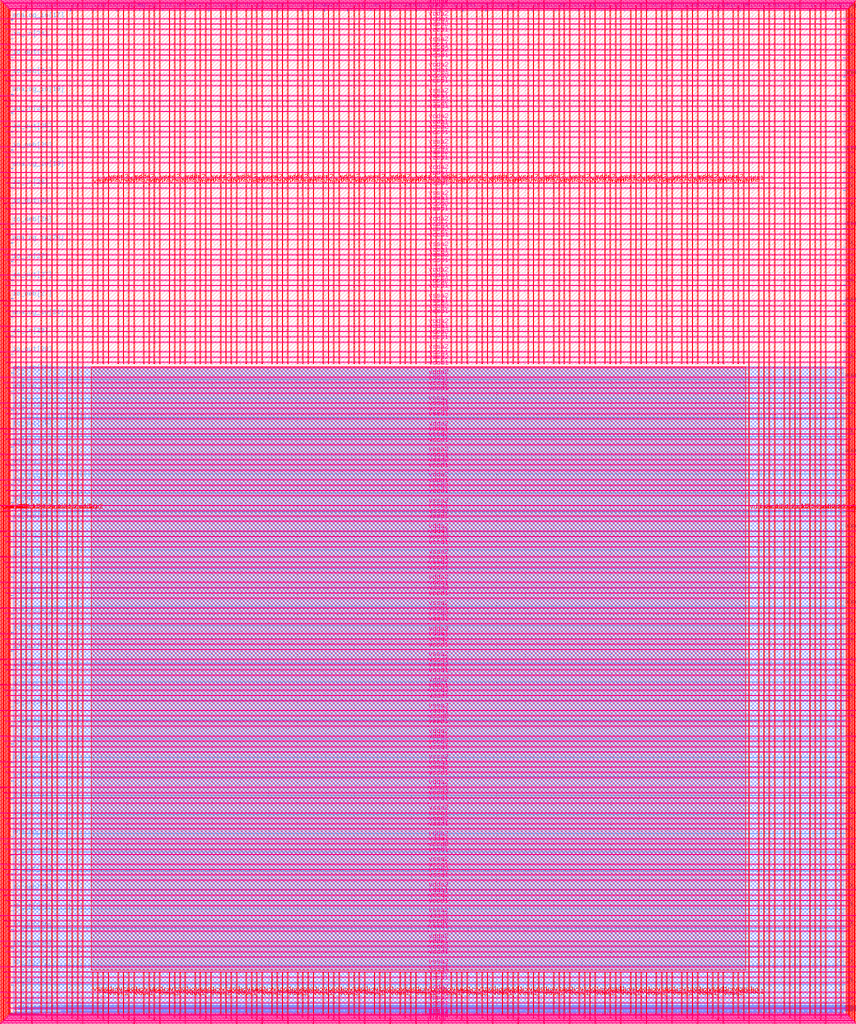
<source format=lef>
VERSION 5.7 ;
  NOWIREEXTENSIONATPIN ON ;
  DIVIDERCHAR "/" ;
  BUSBITCHARS "[]" ;
MACRO user_project_wrapper
  CLASS BLOCK ;
  FOREIGN user_project_wrapper ;
  ORIGIN 0.000 0.000 ;
  SIZE 2920.000 BY 3520.000 ;
  PIN analog_io[0]
    DIRECTION INOUT ;
    USE SIGNAL ;
    PORT
      LAYER met3 ;
        RECT 2917.600 1426.380 2924.800 1427.580 ;
    END
  END analog_io[0]
  PIN analog_io[10]
    DIRECTION INOUT ;
    USE SIGNAL ;
    PORT
      LAYER met2 ;
        RECT 2230.490 3517.600 2231.050 3524.800 ;
    END
  END analog_io[10]
  PIN analog_io[11]
    DIRECTION INOUT ;
    USE SIGNAL ;
    PORT
      LAYER met2 ;
        RECT 1905.730 3517.600 1906.290 3524.800 ;
    END
  END analog_io[11]
  PIN analog_io[12]
    DIRECTION INOUT ;
    USE SIGNAL ;
    PORT
      LAYER met2 ;
        RECT 1581.430 3517.600 1581.990 3524.800 ;
    END
  END analog_io[12]
  PIN analog_io[13]
    DIRECTION INOUT ;
    USE SIGNAL ;
    PORT
      LAYER met2 ;
        RECT 1257.130 3517.600 1257.690 3524.800 ;
    END
  END analog_io[13]
  PIN analog_io[14]
    DIRECTION INOUT ;
    USE SIGNAL ;
    PORT
      LAYER met2 ;
        RECT 932.370 3517.600 932.930 3524.800 ;
    END
  END analog_io[14]
  PIN analog_io[15]
    DIRECTION INOUT ;
    USE SIGNAL ;
    PORT
      LAYER met2 ;
        RECT 608.070 3517.600 608.630 3524.800 ;
    END
  END analog_io[15]
  PIN analog_io[16]
    DIRECTION INOUT ;
    USE SIGNAL ;
    PORT
      LAYER met2 ;
        RECT 283.770 3517.600 284.330 3524.800 ;
    END
  END analog_io[16]
  PIN analog_io[17]
    DIRECTION INOUT ;
    USE SIGNAL ;
    PORT
      LAYER met3 ;
        RECT -4.800 3486.100 2.400 3487.300 ;
    END
  END analog_io[17]
  PIN analog_io[18]
    DIRECTION INOUT ;
    USE SIGNAL ;
    PORT
      LAYER met3 ;
        RECT -4.800 3224.980 2.400 3226.180 ;
    END
  END analog_io[18]
  PIN analog_io[19]
    DIRECTION INOUT ;
    USE SIGNAL ;
    PORT
      LAYER met3 ;
        RECT -4.800 2964.540 2.400 2965.740 ;
    END
  END analog_io[19]
  PIN analog_io[1]
    DIRECTION INOUT ;
    USE SIGNAL ;
    PORT
      LAYER met3 ;
        RECT 2917.600 1692.260 2924.800 1693.460 ;
    END
  END analog_io[1]
  PIN analog_io[20]
    DIRECTION INOUT ;
    USE SIGNAL ;
    PORT
      LAYER met3 ;
        RECT -4.800 2703.420 2.400 2704.620 ;
    END
  END analog_io[20]
  PIN analog_io[21]
    DIRECTION INOUT ;
    USE SIGNAL ;
    PORT
      LAYER met3 ;
        RECT -4.800 2442.980 2.400 2444.180 ;
    END
  END analog_io[21]
  PIN analog_io[22]
    DIRECTION INOUT ;
    USE SIGNAL ;
    PORT
      LAYER met3 ;
        RECT -4.800 2182.540 2.400 2183.740 ;
    END
  END analog_io[22]
  PIN analog_io[23]
    DIRECTION INOUT ;
    USE SIGNAL ;
    PORT
      LAYER met3 ;
        RECT -4.800 1921.420 2.400 1922.620 ;
    END
  END analog_io[23]
  PIN analog_io[24]
    DIRECTION INOUT ;
    USE SIGNAL ;
    PORT
      LAYER met3 ;
        RECT -4.800 1660.980 2.400 1662.180 ;
    END
  END analog_io[24]
  PIN analog_io[25]
    DIRECTION INOUT ;
    USE SIGNAL ;
    PORT
      LAYER met3 ;
        RECT -4.800 1399.860 2.400 1401.060 ;
    END
  END analog_io[25]
  PIN analog_io[26]
    DIRECTION INOUT ;
    USE SIGNAL ;
    PORT
      LAYER met3 ;
        RECT -4.800 1139.420 2.400 1140.620 ;
    END
  END analog_io[26]
  PIN analog_io[27]
    DIRECTION INOUT ;
    USE SIGNAL ;
    PORT
      LAYER met3 ;
        RECT -4.800 878.980 2.400 880.180 ;
    END
  END analog_io[27]
  PIN analog_io[28]
    DIRECTION INOUT ;
    USE SIGNAL ;
    PORT
      LAYER met3 ;
        RECT -4.800 617.860 2.400 619.060 ;
    END
  END analog_io[28]
  PIN analog_io[2]
    DIRECTION INOUT ;
    USE SIGNAL ;
    PORT
      LAYER met3 ;
        RECT 2917.600 1958.140 2924.800 1959.340 ;
    END
  END analog_io[2]
  PIN analog_io[3]
    DIRECTION INOUT ;
    USE SIGNAL ;
    PORT
      LAYER met3 ;
        RECT 2917.600 2223.340 2924.800 2224.540 ;
    END
  END analog_io[3]
  PIN analog_io[4]
    DIRECTION INOUT ;
    USE SIGNAL ;
    PORT
      LAYER met3 ;
        RECT 2917.600 2489.220 2924.800 2490.420 ;
    END
  END analog_io[4]
  PIN analog_io[5]
    DIRECTION INOUT ;
    USE SIGNAL ;
    PORT
      LAYER met3 ;
        RECT 2917.600 2755.100 2924.800 2756.300 ;
    END
  END analog_io[5]
  PIN analog_io[6]
    DIRECTION INOUT ;
    USE SIGNAL ;
    PORT
      LAYER met3 ;
        RECT 2917.600 3020.300 2924.800 3021.500 ;
    END
  END analog_io[6]
  PIN analog_io[7]
    DIRECTION INOUT ;
    USE SIGNAL ;
    PORT
      LAYER met3 ;
        RECT 2917.600 3286.180 2924.800 3287.380 ;
    END
  END analog_io[7]
  PIN analog_io[8]
    DIRECTION INOUT ;
    USE SIGNAL ;
    PORT
      LAYER met2 ;
        RECT 2879.090 3517.600 2879.650 3524.800 ;
    END
  END analog_io[8]
  PIN analog_io[9]
    DIRECTION INOUT ;
    USE SIGNAL ;
    PORT
      LAYER met2 ;
        RECT 2554.790 3517.600 2555.350 3524.800 ;
    END
  END analog_io[9]
  PIN io_in[0]
    DIRECTION INPUT ;
    USE SIGNAL ;
    PORT
      LAYER met3 ;
        RECT 2917.600 32.380 2924.800 33.580 ;
    END
  END io_in[0]
  PIN io_in[10]
    DIRECTION INPUT ;
    USE SIGNAL ;
    PORT
      LAYER met3 ;
        RECT 2917.600 2289.980 2924.800 2291.180 ;
    END
  END io_in[10]
  PIN io_in[11]
    DIRECTION INPUT ;
    USE SIGNAL ;
    PORT
      LAYER met3 ;
        RECT 2917.600 2555.860 2924.800 2557.060 ;
    END
  END io_in[11]
  PIN io_in[12]
    DIRECTION INPUT ;
    USE SIGNAL ;
    PORT
      LAYER met3 ;
        RECT 2917.600 2821.060 2924.800 2822.260 ;
    END
  END io_in[12]
  PIN io_in[13]
    DIRECTION INPUT ;
    USE SIGNAL ;
    PORT
      LAYER met3 ;
        RECT 2917.600 3086.940 2924.800 3088.140 ;
    END
  END io_in[13]
  PIN io_in[14]
    DIRECTION INPUT ;
    USE SIGNAL ;
    PORT
      LAYER met3 ;
        RECT 2917.600 3352.820 2924.800 3354.020 ;
    END
  END io_in[14]
  PIN io_in[15]
    DIRECTION INPUT ;
    USE SIGNAL ;
    PORT
      LAYER met2 ;
        RECT 2798.130 3517.600 2798.690 3524.800 ;
    END
  END io_in[15]
  PIN io_in[16]
    DIRECTION INPUT ;
    USE SIGNAL ;
    PORT
      LAYER met2 ;
        RECT 2473.830 3517.600 2474.390 3524.800 ;
    END
  END io_in[16]
  PIN io_in[17]
    DIRECTION INPUT ;
    USE SIGNAL ;
    PORT
      LAYER met2 ;
        RECT 2149.070 3517.600 2149.630 3524.800 ;
    END
  END io_in[17]
  PIN io_in[18]
    DIRECTION INPUT ;
    USE SIGNAL ;
    PORT
      LAYER met2 ;
        RECT 1824.770 3517.600 1825.330 3524.800 ;
    END
  END io_in[18]
  PIN io_in[19]
    DIRECTION INPUT ;
    USE SIGNAL ;
    PORT
      LAYER met2 ;
        RECT 1500.470 3517.600 1501.030 3524.800 ;
    END
  END io_in[19]
  PIN io_in[1]
    DIRECTION INPUT ;
    USE SIGNAL ;
    PORT
      LAYER met3 ;
        RECT 2917.600 230.940 2924.800 232.140 ;
    END
  END io_in[1]
  PIN io_in[20]
    DIRECTION INPUT ;
    USE SIGNAL ;
    PORT
      LAYER met2 ;
        RECT 1175.710 3517.600 1176.270 3524.800 ;
    END
  END io_in[20]
  PIN io_in[21]
    DIRECTION INPUT ;
    USE SIGNAL ;
    PORT
      LAYER met2 ;
        RECT 851.410 3517.600 851.970 3524.800 ;
    END
  END io_in[21]
  PIN io_in[22]
    DIRECTION INPUT ;
    USE SIGNAL ;
    PORT
      LAYER met2 ;
        RECT 527.110 3517.600 527.670 3524.800 ;
    END
  END io_in[22]
  PIN io_in[23]
    DIRECTION INPUT ;
    USE SIGNAL ;
    PORT
      LAYER met2 ;
        RECT 202.350 3517.600 202.910 3524.800 ;
    END
  END io_in[23]
  PIN io_in[24]
    DIRECTION INPUT ;
    USE SIGNAL ;
    PORT
      LAYER met3 ;
        RECT -4.800 3420.820 2.400 3422.020 ;
    END
  END io_in[24]
  PIN io_in[25]
    DIRECTION INPUT ;
    USE SIGNAL ;
    PORT
      LAYER met3 ;
        RECT -4.800 3159.700 2.400 3160.900 ;
    END
  END io_in[25]
  PIN io_in[26]
    DIRECTION INPUT ;
    USE SIGNAL ;
    PORT
      LAYER met3 ;
        RECT -4.800 2899.260 2.400 2900.460 ;
    END
  END io_in[26]
  PIN io_in[27]
    DIRECTION INPUT ;
    USE SIGNAL ;
    PORT
      LAYER met3 ;
        RECT -4.800 2638.820 2.400 2640.020 ;
    END
  END io_in[27]
  PIN io_in[28]
    DIRECTION INPUT ;
    USE SIGNAL ;
    PORT
      LAYER met3 ;
        RECT -4.800 2377.700 2.400 2378.900 ;
    END
  END io_in[28]
  PIN io_in[29]
    DIRECTION INPUT ;
    USE SIGNAL ;
    PORT
      LAYER met3 ;
        RECT -4.800 2117.260 2.400 2118.460 ;
    END
  END io_in[29]
  PIN io_in[2]
    DIRECTION INPUT ;
    USE SIGNAL ;
    PORT
      LAYER met3 ;
        RECT 2917.600 430.180 2924.800 431.380 ;
    END
  END io_in[2]
  PIN io_in[30]
    DIRECTION INPUT ;
    USE SIGNAL ;
    PORT
      LAYER met3 ;
        RECT -4.800 1856.140 2.400 1857.340 ;
    END
  END io_in[30]
  PIN io_in[31]
    DIRECTION INPUT ;
    USE SIGNAL ;
    PORT
      LAYER met3 ;
        RECT -4.800 1595.700 2.400 1596.900 ;
    END
  END io_in[31]
  PIN io_in[32]
    DIRECTION INPUT ;
    USE SIGNAL ;
    PORT
      LAYER met3 ;
        RECT -4.800 1335.260 2.400 1336.460 ;
    END
  END io_in[32]
  PIN io_in[33]
    DIRECTION INPUT ;
    USE SIGNAL ;
    PORT
      LAYER met3 ;
        RECT -4.800 1074.140 2.400 1075.340 ;
    END
  END io_in[33]
  PIN io_in[34]
    DIRECTION INPUT ;
    USE SIGNAL ;
    PORT
      LAYER met3 ;
        RECT -4.800 813.700 2.400 814.900 ;
    END
  END io_in[34]
  PIN io_in[35]
    DIRECTION INPUT ;
    USE SIGNAL ;
    PORT
      LAYER met3 ;
        RECT -4.800 552.580 2.400 553.780 ;
    END
  END io_in[35]
  PIN io_in[36]
    DIRECTION INPUT ;
    USE SIGNAL ;
    PORT
      LAYER met3 ;
        RECT -4.800 357.420 2.400 358.620 ;
    END
  END io_in[36]
  PIN io_in[37]
    DIRECTION INPUT ;
    USE SIGNAL ;
    PORT
      LAYER met3 ;
        RECT -4.800 161.580 2.400 162.780 ;
    END
  END io_in[37]
  PIN io_in[3]
    DIRECTION INPUT ;
    USE SIGNAL ;
    PORT
      LAYER met3 ;
        RECT 2917.600 629.420 2924.800 630.620 ;
    END
  END io_in[3]
  PIN io_in[4]
    DIRECTION INPUT ;
    USE SIGNAL ;
    PORT
      LAYER met3 ;
        RECT 2917.600 828.660 2924.800 829.860 ;
    END
  END io_in[4]
  PIN io_in[5]
    DIRECTION INPUT ;
    USE SIGNAL ;
    PORT
      LAYER met3 ;
        RECT 2917.600 1027.900 2924.800 1029.100 ;
    END
  END io_in[5]
  PIN io_in[6]
    DIRECTION INPUT ;
    USE SIGNAL ;
    PORT
      LAYER met3 ;
        RECT 2917.600 1227.140 2924.800 1228.340 ;
    END
  END io_in[6]
  PIN io_in[7]
    DIRECTION INPUT ;
    USE SIGNAL ;
    PORT
      LAYER met3 ;
        RECT 2917.600 1493.020 2924.800 1494.220 ;
    END
  END io_in[7]
  PIN io_in[8]
    DIRECTION INPUT ;
    USE SIGNAL ;
    PORT
      LAYER met3 ;
        RECT 2917.600 1758.900 2924.800 1760.100 ;
    END
  END io_in[8]
  PIN io_in[9]
    DIRECTION INPUT ;
    USE SIGNAL ;
    PORT
      LAYER met3 ;
        RECT 2917.600 2024.100 2924.800 2025.300 ;
    END
  END io_in[9]
  PIN io_oeb[0]
    DIRECTION OUTPUT TRISTATE ;
    USE SIGNAL ;
    PORT
      LAYER met3 ;
        RECT 2917.600 164.980 2924.800 166.180 ;
    END
  END io_oeb[0]
  PIN io_oeb[10]
    DIRECTION OUTPUT TRISTATE ;
    USE SIGNAL ;
    PORT
      LAYER met3 ;
        RECT 2917.600 2422.580 2924.800 2423.780 ;
    END
  END io_oeb[10]
  PIN io_oeb[11]
    DIRECTION OUTPUT TRISTATE ;
    USE SIGNAL ;
    PORT
      LAYER met3 ;
        RECT 2917.600 2688.460 2924.800 2689.660 ;
    END
  END io_oeb[11]
  PIN io_oeb[12]
    DIRECTION OUTPUT TRISTATE ;
    USE SIGNAL ;
    PORT
      LAYER met3 ;
        RECT 2917.600 2954.340 2924.800 2955.540 ;
    END
  END io_oeb[12]
  PIN io_oeb[13]
    DIRECTION OUTPUT TRISTATE ;
    USE SIGNAL ;
    PORT
      LAYER met3 ;
        RECT 2917.600 3219.540 2924.800 3220.740 ;
    END
  END io_oeb[13]
  PIN io_oeb[14]
    DIRECTION OUTPUT TRISTATE ;
    USE SIGNAL ;
    PORT
      LAYER met3 ;
        RECT 2917.600 3485.420 2924.800 3486.620 ;
    END
  END io_oeb[14]
  PIN io_oeb[15]
    DIRECTION OUTPUT TRISTATE ;
    USE SIGNAL ;
    PORT
      LAYER met2 ;
        RECT 2635.750 3517.600 2636.310 3524.800 ;
    END
  END io_oeb[15]
  PIN io_oeb[16]
    DIRECTION OUTPUT TRISTATE ;
    USE SIGNAL ;
    PORT
      LAYER met2 ;
        RECT 2311.450 3517.600 2312.010 3524.800 ;
    END
  END io_oeb[16]
  PIN io_oeb[17]
    DIRECTION OUTPUT TRISTATE ;
    USE SIGNAL ;
    PORT
      LAYER met2 ;
        RECT 1987.150 3517.600 1987.710 3524.800 ;
    END
  END io_oeb[17]
  PIN io_oeb[18]
    DIRECTION OUTPUT TRISTATE ;
    USE SIGNAL ;
    PORT
      LAYER met2 ;
        RECT 1662.390 3517.600 1662.950 3524.800 ;
    END
  END io_oeb[18]
  PIN io_oeb[19]
    DIRECTION OUTPUT TRISTATE ;
    USE SIGNAL ;
    PORT
      LAYER met2 ;
        RECT 1338.090 3517.600 1338.650 3524.800 ;
    END
  END io_oeb[19]
  PIN io_oeb[1]
    DIRECTION OUTPUT TRISTATE ;
    USE SIGNAL ;
    PORT
      LAYER met3 ;
        RECT 2917.600 364.220 2924.800 365.420 ;
    END
  END io_oeb[1]
  PIN io_oeb[20]
    DIRECTION OUTPUT TRISTATE ;
    USE SIGNAL ;
    PORT
      LAYER met2 ;
        RECT 1013.790 3517.600 1014.350 3524.800 ;
    END
  END io_oeb[20]
  PIN io_oeb[21]
    DIRECTION OUTPUT TRISTATE ;
    USE SIGNAL ;
    PORT
      LAYER met2 ;
        RECT 689.030 3517.600 689.590 3524.800 ;
    END
  END io_oeb[21]
  PIN io_oeb[22]
    DIRECTION OUTPUT TRISTATE ;
    USE SIGNAL ;
    PORT
      LAYER met2 ;
        RECT 364.730 3517.600 365.290 3524.800 ;
    END
  END io_oeb[22]
  PIN io_oeb[23]
    DIRECTION OUTPUT TRISTATE ;
    USE SIGNAL ;
    PORT
      LAYER met2 ;
        RECT 40.430 3517.600 40.990 3524.800 ;
    END
  END io_oeb[23]
  PIN io_oeb[24]
    DIRECTION OUTPUT TRISTATE ;
    USE SIGNAL ;
    PORT
      LAYER met3 ;
        RECT -4.800 3290.260 2.400 3291.460 ;
    END
  END io_oeb[24]
  PIN io_oeb[25]
    DIRECTION OUTPUT TRISTATE ;
    USE SIGNAL ;
    PORT
      LAYER met3 ;
        RECT -4.800 3029.820 2.400 3031.020 ;
    END
  END io_oeb[25]
  PIN io_oeb[26]
    DIRECTION OUTPUT TRISTATE ;
    USE SIGNAL ;
    PORT
      LAYER met3 ;
        RECT -4.800 2768.700 2.400 2769.900 ;
    END
  END io_oeb[26]
  PIN io_oeb[27]
    DIRECTION OUTPUT TRISTATE ;
    USE SIGNAL ;
    PORT
      LAYER met3 ;
        RECT -4.800 2508.260 2.400 2509.460 ;
    END
  END io_oeb[27]
  PIN io_oeb[28]
    DIRECTION OUTPUT TRISTATE ;
    USE SIGNAL ;
    PORT
      LAYER met3 ;
        RECT -4.800 2247.140 2.400 2248.340 ;
    END
  END io_oeb[28]
  PIN io_oeb[29]
    DIRECTION OUTPUT TRISTATE ;
    USE SIGNAL ;
    PORT
      LAYER met3 ;
        RECT -4.800 1986.700 2.400 1987.900 ;
    END
  END io_oeb[29]
  PIN io_oeb[2]
    DIRECTION OUTPUT TRISTATE ;
    USE SIGNAL ;
    PORT
      LAYER met3 ;
        RECT 2917.600 563.460 2924.800 564.660 ;
    END
  END io_oeb[2]
  PIN io_oeb[30]
    DIRECTION OUTPUT TRISTATE ;
    USE SIGNAL ;
    PORT
      LAYER met3 ;
        RECT -4.800 1726.260 2.400 1727.460 ;
    END
  END io_oeb[30]
  PIN io_oeb[31]
    DIRECTION OUTPUT TRISTATE ;
    USE SIGNAL ;
    PORT
      LAYER met3 ;
        RECT -4.800 1465.140 2.400 1466.340 ;
    END
  END io_oeb[31]
  PIN io_oeb[32]
    DIRECTION OUTPUT TRISTATE ;
    USE SIGNAL ;
    PORT
      LAYER met3 ;
        RECT -4.800 1204.700 2.400 1205.900 ;
    END
  END io_oeb[32]
  PIN io_oeb[33]
    DIRECTION OUTPUT TRISTATE ;
    USE SIGNAL ;
    PORT
      LAYER met3 ;
        RECT -4.800 943.580 2.400 944.780 ;
    END
  END io_oeb[33]
  PIN io_oeb[34]
    DIRECTION OUTPUT TRISTATE ;
    USE SIGNAL ;
    PORT
      LAYER met3 ;
        RECT -4.800 683.140 2.400 684.340 ;
    END
  END io_oeb[34]
  PIN io_oeb[35]
    DIRECTION OUTPUT TRISTATE ;
    USE SIGNAL ;
    PORT
      LAYER met3 ;
        RECT -4.800 422.700 2.400 423.900 ;
    END
  END io_oeb[35]
  PIN io_oeb[36]
    DIRECTION OUTPUT TRISTATE ;
    USE SIGNAL ;
    PORT
      LAYER met3 ;
        RECT -4.800 226.860 2.400 228.060 ;
    END
  END io_oeb[36]
  PIN io_oeb[37]
    DIRECTION OUTPUT TRISTATE ;
    USE SIGNAL ;
    PORT
      LAYER met3 ;
        RECT -4.800 31.700 2.400 32.900 ;
    END
  END io_oeb[37]
  PIN io_oeb[3]
    DIRECTION OUTPUT TRISTATE ;
    USE SIGNAL ;
    PORT
      LAYER met3 ;
        RECT 2917.600 762.700 2924.800 763.900 ;
    END
  END io_oeb[3]
  PIN io_oeb[4]
    DIRECTION OUTPUT TRISTATE ;
    USE SIGNAL ;
    PORT
      LAYER met3 ;
        RECT 2917.600 961.940 2924.800 963.140 ;
    END
  END io_oeb[4]
  PIN io_oeb[5]
    DIRECTION OUTPUT TRISTATE ;
    USE SIGNAL ;
    PORT
      LAYER met3 ;
        RECT 2917.600 1161.180 2924.800 1162.380 ;
    END
  END io_oeb[5]
  PIN io_oeb[6]
    DIRECTION OUTPUT TRISTATE ;
    USE SIGNAL ;
    PORT
      LAYER met3 ;
        RECT 2917.600 1360.420 2924.800 1361.620 ;
    END
  END io_oeb[6]
  PIN io_oeb[7]
    DIRECTION OUTPUT TRISTATE ;
    USE SIGNAL ;
    PORT
      LAYER met3 ;
        RECT 2917.600 1625.620 2924.800 1626.820 ;
    END
  END io_oeb[7]
  PIN io_oeb[8]
    DIRECTION OUTPUT TRISTATE ;
    USE SIGNAL ;
    PORT
      LAYER met3 ;
        RECT 2917.600 1891.500 2924.800 1892.700 ;
    END
  END io_oeb[8]
  PIN io_oeb[9]
    DIRECTION OUTPUT TRISTATE ;
    USE SIGNAL ;
    PORT
      LAYER met3 ;
        RECT 2917.600 2157.380 2924.800 2158.580 ;
    END
  END io_oeb[9]
  PIN io_out[0]
    DIRECTION OUTPUT TRISTATE ;
    USE SIGNAL ;
    PORT
      LAYER met3 ;
        RECT 2917.600 98.340 2924.800 99.540 ;
    END
  END io_out[0]
  PIN io_out[10]
    DIRECTION OUTPUT TRISTATE ;
    USE SIGNAL ;
    PORT
      LAYER met3 ;
        RECT 2917.600 2356.620 2924.800 2357.820 ;
    END
  END io_out[10]
  PIN io_out[11]
    DIRECTION OUTPUT TRISTATE ;
    USE SIGNAL ;
    PORT
      LAYER met3 ;
        RECT 2917.600 2621.820 2924.800 2623.020 ;
    END
  END io_out[11]
  PIN io_out[12]
    DIRECTION OUTPUT TRISTATE ;
    USE SIGNAL ;
    PORT
      LAYER met3 ;
        RECT 2917.600 2887.700 2924.800 2888.900 ;
    END
  END io_out[12]
  PIN io_out[13]
    DIRECTION OUTPUT TRISTATE ;
    USE SIGNAL ;
    PORT
      LAYER met3 ;
        RECT 2917.600 3153.580 2924.800 3154.780 ;
    END
  END io_out[13]
  PIN io_out[14]
    DIRECTION OUTPUT TRISTATE ;
    USE SIGNAL ;
    PORT
      LAYER met3 ;
        RECT 2917.600 3418.780 2924.800 3419.980 ;
    END
  END io_out[14]
  PIN io_out[15]
    DIRECTION OUTPUT TRISTATE ;
    USE SIGNAL ;
    PORT
      LAYER met2 ;
        RECT 2717.170 3517.600 2717.730 3524.800 ;
    END
  END io_out[15]
  PIN io_out[16]
    DIRECTION OUTPUT TRISTATE ;
    USE SIGNAL ;
    PORT
      LAYER met2 ;
        RECT 2392.410 3517.600 2392.970 3524.800 ;
    END
  END io_out[16]
  PIN io_out[17]
    DIRECTION OUTPUT TRISTATE ;
    USE SIGNAL ;
    PORT
      LAYER met2 ;
        RECT 2068.110 3517.600 2068.670 3524.800 ;
    END
  END io_out[17]
  PIN io_out[18]
    DIRECTION OUTPUT TRISTATE ;
    USE SIGNAL ;
    PORT
      LAYER met2 ;
        RECT 1743.810 3517.600 1744.370 3524.800 ;
    END
  END io_out[18]
  PIN io_out[19]
    DIRECTION OUTPUT TRISTATE ;
    USE SIGNAL ;
    PORT
      LAYER met2 ;
        RECT 1419.050 3517.600 1419.610 3524.800 ;
    END
  END io_out[19]
  PIN io_out[1]
    DIRECTION OUTPUT TRISTATE ;
    USE SIGNAL ;
    PORT
      LAYER met3 ;
        RECT 2917.600 297.580 2924.800 298.780 ;
    END
  END io_out[1]
  PIN io_out[20]
    DIRECTION OUTPUT TRISTATE ;
    USE SIGNAL ;
    PORT
      LAYER met2 ;
        RECT 1094.750 3517.600 1095.310 3524.800 ;
    END
  END io_out[20]
  PIN io_out[21]
    DIRECTION OUTPUT TRISTATE ;
    USE SIGNAL ;
    PORT
      LAYER met2 ;
        RECT 770.450 3517.600 771.010 3524.800 ;
    END
  END io_out[21]
  PIN io_out[22]
    DIRECTION OUTPUT TRISTATE ;
    USE SIGNAL ;
    PORT
      LAYER met2 ;
        RECT 445.690 3517.600 446.250 3524.800 ;
    END
  END io_out[22]
  PIN io_out[23]
    DIRECTION OUTPUT TRISTATE ;
    USE SIGNAL ;
    PORT
      LAYER met2 ;
        RECT 121.390 3517.600 121.950 3524.800 ;
    END
  END io_out[23]
  PIN io_out[24]
    DIRECTION OUTPUT TRISTATE ;
    USE SIGNAL ;
    PORT
      LAYER met3 ;
        RECT -4.800 3355.540 2.400 3356.740 ;
    END
  END io_out[24]
  PIN io_out[25]
    DIRECTION OUTPUT TRISTATE ;
    USE SIGNAL ;
    PORT
      LAYER met3 ;
        RECT -4.800 3095.100 2.400 3096.300 ;
    END
  END io_out[25]
  PIN io_out[26]
    DIRECTION OUTPUT TRISTATE ;
    USE SIGNAL ;
    PORT
      LAYER met3 ;
        RECT -4.800 2833.980 2.400 2835.180 ;
    END
  END io_out[26]
  PIN io_out[27]
    DIRECTION OUTPUT TRISTATE ;
    USE SIGNAL ;
    PORT
      LAYER met3 ;
        RECT -4.800 2573.540 2.400 2574.740 ;
    END
  END io_out[27]
  PIN io_out[28]
    DIRECTION OUTPUT TRISTATE ;
    USE SIGNAL ;
    PORT
      LAYER met3 ;
        RECT -4.800 2312.420 2.400 2313.620 ;
    END
  END io_out[28]
  PIN io_out[29]
    DIRECTION OUTPUT TRISTATE ;
    USE SIGNAL ;
    PORT
      LAYER met3 ;
        RECT -4.800 2051.980 2.400 2053.180 ;
    END
  END io_out[29]
  PIN io_out[2]
    DIRECTION OUTPUT TRISTATE ;
    USE SIGNAL ;
    PORT
      LAYER met3 ;
        RECT 2917.600 496.820 2924.800 498.020 ;
    END
  END io_out[2]
  PIN io_out[30]
    DIRECTION OUTPUT TRISTATE ;
    USE SIGNAL ;
    PORT
      LAYER met3 ;
        RECT -4.800 1791.540 2.400 1792.740 ;
    END
  END io_out[30]
  PIN io_out[31]
    DIRECTION OUTPUT TRISTATE ;
    USE SIGNAL ;
    PORT
      LAYER met3 ;
        RECT -4.800 1530.420 2.400 1531.620 ;
    END
  END io_out[31]
  PIN io_out[32]
    DIRECTION OUTPUT TRISTATE ;
    USE SIGNAL ;
    PORT
      LAYER met3 ;
        RECT -4.800 1269.980 2.400 1271.180 ;
    END
  END io_out[32]
  PIN io_out[33]
    DIRECTION OUTPUT TRISTATE ;
    USE SIGNAL ;
    PORT
      LAYER met3 ;
        RECT -4.800 1008.860 2.400 1010.060 ;
    END
  END io_out[33]
  PIN io_out[34]
    DIRECTION OUTPUT TRISTATE ;
    USE SIGNAL ;
    PORT
      LAYER met3 ;
        RECT -4.800 748.420 2.400 749.620 ;
    END
  END io_out[34]
  PIN io_out[35]
    DIRECTION OUTPUT TRISTATE ;
    USE SIGNAL ;
    PORT
      LAYER met3 ;
        RECT -4.800 487.300 2.400 488.500 ;
    END
  END io_out[35]
  PIN io_out[36]
    DIRECTION OUTPUT TRISTATE ;
    USE SIGNAL ;
    PORT
      LAYER met3 ;
        RECT -4.800 292.140 2.400 293.340 ;
    END
  END io_out[36]
  PIN io_out[37]
    DIRECTION OUTPUT TRISTATE ;
    USE SIGNAL ;
    PORT
      LAYER met3 ;
        RECT -4.800 96.300 2.400 97.500 ;
    END
  END io_out[37]
  PIN io_out[3]
    DIRECTION OUTPUT TRISTATE ;
    USE SIGNAL ;
    PORT
      LAYER met3 ;
        RECT 2917.600 696.060 2924.800 697.260 ;
    END
  END io_out[3]
  PIN io_out[4]
    DIRECTION OUTPUT TRISTATE ;
    USE SIGNAL ;
    PORT
      LAYER met3 ;
        RECT 2917.600 895.300 2924.800 896.500 ;
    END
  END io_out[4]
  PIN io_out[5]
    DIRECTION OUTPUT TRISTATE ;
    USE SIGNAL ;
    PORT
      LAYER met3 ;
        RECT 2917.600 1094.540 2924.800 1095.740 ;
    END
  END io_out[5]
  PIN io_out[6]
    DIRECTION OUTPUT TRISTATE ;
    USE SIGNAL ;
    PORT
      LAYER met3 ;
        RECT 2917.600 1293.780 2924.800 1294.980 ;
    END
  END io_out[6]
  PIN io_out[7]
    DIRECTION OUTPUT TRISTATE ;
    USE SIGNAL ;
    PORT
      LAYER met3 ;
        RECT 2917.600 1559.660 2924.800 1560.860 ;
    END
  END io_out[7]
  PIN io_out[8]
    DIRECTION OUTPUT TRISTATE ;
    USE SIGNAL ;
    PORT
      LAYER met3 ;
        RECT 2917.600 1824.860 2924.800 1826.060 ;
    END
  END io_out[8]
  PIN io_out[9]
    DIRECTION OUTPUT TRISTATE ;
    USE SIGNAL ;
    PORT
      LAYER met3 ;
        RECT 2917.600 2090.740 2924.800 2091.940 ;
    END
  END io_out[9]
  PIN la_data_in[0]
    DIRECTION INPUT ;
    USE SIGNAL ;
    PORT
      LAYER met2 ;
        RECT 629.230 -4.800 629.790 2.400 ;
    END
  END la_data_in[0]
  PIN la_data_in[100]
    DIRECTION INPUT ;
    USE SIGNAL ;
    PORT
      LAYER met2 ;
        RECT 2402.530 -4.800 2403.090 2.400 ;
    END
  END la_data_in[100]
  PIN la_data_in[101]
    DIRECTION INPUT ;
    USE SIGNAL ;
    PORT
      LAYER met2 ;
        RECT 2420.010 -4.800 2420.570 2.400 ;
    END
  END la_data_in[101]
  PIN la_data_in[102]
    DIRECTION INPUT ;
    USE SIGNAL ;
    PORT
      LAYER met2 ;
        RECT 2437.950 -4.800 2438.510 2.400 ;
    END
  END la_data_in[102]
  PIN la_data_in[103]
    DIRECTION INPUT ;
    USE SIGNAL ;
    PORT
      LAYER met2 ;
        RECT 2455.430 -4.800 2455.990 2.400 ;
    END
  END la_data_in[103]
  PIN la_data_in[104]
    DIRECTION INPUT ;
    USE SIGNAL ;
    PORT
      LAYER met2 ;
        RECT 2473.370 -4.800 2473.930 2.400 ;
    END
  END la_data_in[104]
  PIN la_data_in[105]
    DIRECTION INPUT ;
    USE SIGNAL ;
    PORT
      LAYER met2 ;
        RECT 2490.850 -4.800 2491.410 2.400 ;
    END
  END la_data_in[105]
  PIN la_data_in[106]
    DIRECTION INPUT ;
    USE SIGNAL ;
    PORT
      LAYER met2 ;
        RECT 2508.790 -4.800 2509.350 2.400 ;
    END
  END la_data_in[106]
  PIN la_data_in[107]
    DIRECTION INPUT ;
    USE SIGNAL ;
    PORT
      LAYER met2 ;
        RECT 2526.730 -4.800 2527.290 2.400 ;
    END
  END la_data_in[107]
  PIN la_data_in[108]
    DIRECTION INPUT ;
    USE SIGNAL ;
    PORT
      LAYER met2 ;
        RECT 2544.210 -4.800 2544.770 2.400 ;
    END
  END la_data_in[108]
  PIN la_data_in[109]
    DIRECTION INPUT ;
    USE SIGNAL ;
    PORT
      LAYER met2 ;
        RECT 2562.150 -4.800 2562.710 2.400 ;
    END
  END la_data_in[109]
  PIN la_data_in[10]
    DIRECTION INPUT ;
    USE SIGNAL ;
    PORT
      LAYER met2 ;
        RECT 806.330 -4.800 806.890 2.400 ;
    END
  END la_data_in[10]
  PIN la_data_in[110]
    DIRECTION INPUT ;
    USE SIGNAL ;
    PORT
      LAYER met2 ;
        RECT 2579.630 -4.800 2580.190 2.400 ;
    END
  END la_data_in[110]
  PIN la_data_in[111]
    DIRECTION INPUT ;
    USE SIGNAL ;
    PORT
      LAYER met2 ;
        RECT 2597.570 -4.800 2598.130 2.400 ;
    END
  END la_data_in[111]
  PIN la_data_in[112]
    DIRECTION INPUT ;
    USE SIGNAL ;
    PORT
      LAYER met2 ;
        RECT 2615.050 -4.800 2615.610 2.400 ;
    END
  END la_data_in[112]
  PIN la_data_in[113]
    DIRECTION INPUT ;
    USE SIGNAL ;
    PORT
      LAYER met2 ;
        RECT 2632.990 -4.800 2633.550 2.400 ;
    END
  END la_data_in[113]
  PIN la_data_in[114]
    DIRECTION INPUT ;
    USE SIGNAL ;
    PORT
      LAYER met2 ;
        RECT 2650.470 -4.800 2651.030 2.400 ;
    END
  END la_data_in[114]
  PIN la_data_in[115]
    DIRECTION INPUT ;
    USE SIGNAL ;
    PORT
      LAYER met2 ;
        RECT 2668.410 -4.800 2668.970 2.400 ;
    END
  END la_data_in[115]
  PIN la_data_in[116]
    DIRECTION INPUT ;
    USE SIGNAL ;
    PORT
      LAYER met2 ;
        RECT 2685.890 -4.800 2686.450 2.400 ;
    END
  END la_data_in[116]
  PIN la_data_in[117]
    DIRECTION INPUT ;
    USE SIGNAL ;
    PORT
      LAYER met2 ;
        RECT 2703.830 -4.800 2704.390 2.400 ;
    END
  END la_data_in[117]
  PIN la_data_in[118]
    DIRECTION INPUT ;
    USE SIGNAL ;
    PORT
      LAYER met2 ;
        RECT 2721.770 -4.800 2722.330 2.400 ;
    END
  END la_data_in[118]
  PIN la_data_in[119]
    DIRECTION INPUT ;
    USE SIGNAL ;
    PORT
      LAYER met2 ;
        RECT 2739.250 -4.800 2739.810 2.400 ;
    END
  END la_data_in[119]
  PIN la_data_in[11]
    DIRECTION INPUT ;
    USE SIGNAL ;
    PORT
      LAYER met2 ;
        RECT 824.270 -4.800 824.830 2.400 ;
    END
  END la_data_in[11]
  PIN la_data_in[120]
    DIRECTION INPUT ;
    USE SIGNAL ;
    PORT
      LAYER met2 ;
        RECT 2757.190 -4.800 2757.750 2.400 ;
    END
  END la_data_in[120]
  PIN la_data_in[121]
    DIRECTION INPUT ;
    USE SIGNAL ;
    PORT
      LAYER met2 ;
        RECT 2774.670 -4.800 2775.230 2.400 ;
    END
  END la_data_in[121]
  PIN la_data_in[122]
    DIRECTION INPUT ;
    USE SIGNAL ;
    PORT
      LAYER met2 ;
        RECT 2792.610 -4.800 2793.170 2.400 ;
    END
  END la_data_in[122]
  PIN la_data_in[123]
    DIRECTION INPUT ;
    USE SIGNAL ;
    PORT
      LAYER met2 ;
        RECT 2810.090 -4.800 2810.650 2.400 ;
    END
  END la_data_in[123]
  PIN la_data_in[124]
    DIRECTION INPUT ;
    USE SIGNAL ;
    PORT
      LAYER met2 ;
        RECT 2828.030 -4.800 2828.590 2.400 ;
    END
  END la_data_in[124]
  PIN la_data_in[125]
    DIRECTION INPUT ;
    USE SIGNAL ;
    PORT
      LAYER met2 ;
        RECT 2845.510 -4.800 2846.070 2.400 ;
    END
  END la_data_in[125]
  PIN la_data_in[126]
    DIRECTION INPUT ;
    USE SIGNAL ;
    PORT
      LAYER met2 ;
        RECT 2863.450 -4.800 2864.010 2.400 ;
    END
  END la_data_in[126]
  PIN la_data_in[127]
    DIRECTION INPUT ;
    USE SIGNAL ;
    PORT
      LAYER met2 ;
        RECT 2881.390 -4.800 2881.950 2.400 ;
    END
  END la_data_in[127]
  PIN la_data_in[12]
    DIRECTION INPUT ;
    USE SIGNAL ;
    PORT
      LAYER met2 ;
        RECT 841.750 -4.800 842.310 2.400 ;
    END
  END la_data_in[12]
  PIN la_data_in[13]
    DIRECTION INPUT ;
    USE SIGNAL ;
    PORT
      LAYER met2 ;
        RECT 859.690 -4.800 860.250 2.400 ;
    END
  END la_data_in[13]
  PIN la_data_in[14]
    DIRECTION INPUT ;
    USE SIGNAL ;
    PORT
      LAYER met2 ;
        RECT 877.170 -4.800 877.730 2.400 ;
    END
  END la_data_in[14]
  PIN la_data_in[15]
    DIRECTION INPUT ;
    USE SIGNAL ;
    PORT
      LAYER met2 ;
        RECT 895.110 -4.800 895.670 2.400 ;
    END
  END la_data_in[15]
  PIN la_data_in[16]
    DIRECTION INPUT ;
    USE SIGNAL ;
    PORT
      LAYER met2 ;
        RECT 912.590 -4.800 913.150 2.400 ;
    END
  END la_data_in[16]
  PIN la_data_in[17]
    DIRECTION INPUT ;
    USE SIGNAL ;
    PORT
      LAYER met2 ;
        RECT 930.530 -4.800 931.090 2.400 ;
    END
  END la_data_in[17]
  PIN la_data_in[18]
    DIRECTION INPUT ;
    USE SIGNAL ;
    PORT
      LAYER met2 ;
        RECT 948.470 -4.800 949.030 2.400 ;
    END
  END la_data_in[18]
  PIN la_data_in[19]
    DIRECTION INPUT ;
    USE SIGNAL ;
    PORT
      LAYER met2 ;
        RECT 965.950 -4.800 966.510 2.400 ;
    END
  END la_data_in[19]
  PIN la_data_in[1]
    DIRECTION INPUT ;
    USE SIGNAL ;
    PORT
      LAYER met2 ;
        RECT 646.710 -4.800 647.270 2.400 ;
    END
  END la_data_in[1]
  PIN la_data_in[20]
    DIRECTION INPUT ;
    USE SIGNAL ;
    PORT
      LAYER met2 ;
        RECT 983.890 -4.800 984.450 2.400 ;
    END
  END la_data_in[20]
  PIN la_data_in[21]
    DIRECTION INPUT ;
    USE SIGNAL ;
    PORT
      LAYER met2 ;
        RECT 1001.370 -4.800 1001.930 2.400 ;
    END
  END la_data_in[21]
  PIN la_data_in[22]
    DIRECTION INPUT ;
    USE SIGNAL ;
    PORT
      LAYER met2 ;
        RECT 1019.310 -4.800 1019.870 2.400 ;
    END
  END la_data_in[22]
  PIN la_data_in[23]
    DIRECTION INPUT ;
    USE SIGNAL ;
    PORT
      LAYER met2 ;
        RECT 1036.790 -4.800 1037.350 2.400 ;
    END
  END la_data_in[23]
  PIN la_data_in[24]
    DIRECTION INPUT ;
    USE SIGNAL ;
    PORT
      LAYER met2 ;
        RECT 1054.730 -4.800 1055.290 2.400 ;
    END
  END la_data_in[24]
  PIN la_data_in[25]
    DIRECTION INPUT ;
    USE SIGNAL ;
    PORT
      LAYER met2 ;
        RECT 1072.210 -4.800 1072.770 2.400 ;
    END
  END la_data_in[25]
  PIN la_data_in[26]
    DIRECTION INPUT ;
    USE SIGNAL ;
    PORT
      LAYER met2 ;
        RECT 1090.150 -4.800 1090.710 2.400 ;
    END
  END la_data_in[26]
  PIN la_data_in[27]
    DIRECTION INPUT ;
    USE SIGNAL ;
    PORT
      LAYER met2 ;
        RECT 1107.630 -4.800 1108.190 2.400 ;
    END
  END la_data_in[27]
  PIN la_data_in[28]
    DIRECTION INPUT ;
    USE SIGNAL ;
    PORT
      LAYER met2 ;
        RECT 1125.570 -4.800 1126.130 2.400 ;
    END
  END la_data_in[28]
  PIN la_data_in[29]
    DIRECTION INPUT ;
    USE SIGNAL ;
    PORT
      LAYER met2 ;
        RECT 1143.510 -4.800 1144.070 2.400 ;
    END
  END la_data_in[29]
  PIN la_data_in[2]
    DIRECTION INPUT ;
    USE SIGNAL ;
    PORT
      LAYER met2 ;
        RECT 664.650 -4.800 665.210 2.400 ;
    END
  END la_data_in[2]
  PIN la_data_in[30]
    DIRECTION INPUT ;
    USE SIGNAL ;
    PORT
      LAYER met2 ;
        RECT 1160.990 -4.800 1161.550 2.400 ;
    END
  END la_data_in[30]
  PIN la_data_in[31]
    DIRECTION INPUT ;
    USE SIGNAL ;
    PORT
      LAYER met2 ;
        RECT 1178.930 -4.800 1179.490 2.400 ;
    END
  END la_data_in[31]
  PIN la_data_in[32]
    DIRECTION INPUT ;
    USE SIGNAL ;
    PORT
      LAYER met2 ;
        RECT 1196.410 -4.800 1196.970 2.400 ;
    END
  END la_data_in[32]
  PIN la_data_in[33]
    DIRECTION INPUT ;
    USE SIGNAL ;
    PORT
      LAYER met2 ;
        RECT 1214.350 -4.800 1214.910 2.400 ;
    END
  END la_data_in[33]
  PIN la_data_in[34]
    DIRECTION INPUT ;
    USE SIGNAL ;
    PORT
      LAYER met2 ;
        RECT 1231.830 -4.800 1232.390 2.400 ;
    END
  END la_data_in[34]
  PIN la_data_in[35]
    DIRECTION INPUT ;
    USE SIGNAL ;
    PORT
      LAYER met2 ;
        RECT 1249.770 -4.800 1250.330 2.400 ;
    END
  END la_data_in[35]
  PIN la_data_in[36]
    DIRECTION INPUT ;
    USE SIGNAL ;
    PORT
      LAYER met2 ;
        RECT 1267.250 -4.800 1267.810 2.400 ;
    END
  END la_data_in[36]
  PIN la_data_in[37]
    DIRECTION INPUT ;
    USE SIGNAL ;
    PORT
      LAYER met2 ;
        RECT 1285.190 -4.800 1285.750 2.400 ;
    END
  END la_data_in[37]
  PIN la_data_in[38]
    DIRECTION INPUT ;
    USE SIGNAL ;
    PORT
      LAYER met2 ;
        RECT 1303.130 -4.800 1303.690 2.400 ;
    END
  END la_data_in[38]
  PIN la_data_in[39]
    DIRECTION INPUT ;
    USE SIGNAL ;
    PORT
      LAYER met2 ;
        RECT 1320.610 -4.800 1321.170 2.400 ;
    END
  END la_data_in[39]
  PIN la_data_in[3]
    DIRECTION INPUT ;
    USE SIGNAL ;
    PORT
      LAYER met2 ;
        RECT 682.130 -4.800 682.690 2.400 ;
    END
  END la_data_in[3]
  PIN la_data_in[40]
    DIRECTION INPUT ;
    USE SIGNAL ;
    PORT
      LAYER met2 ;
        RECT 1338.550 -4.800 1339.110 2.400 ;
    END
  END la_data_in[40]
  PIN la_data_in[41]
    DIRECTION INPUT ;
    USE SIGNAL ;
    PORT
      LAYER met2 ;
        RECT 1356.030 -4.800 1356.590 2.400 ;
    END
  END la_data_in[41]
  PIN la_data_in[42]
    DIRECTION INPUT ;
    USE SIGNAL ;
    PORT
      LAYER met2 ;
        RECT 1373.970 -4.800 1374.530 2.400 ;
    END
  END la_data_in[42]
  PIN la_data_in[43]
    DIRECTION INPUT ;
    USE SIGNAL ;
    PORT
      LAYER met2 ;
        RECT 1391.450 -4.800 1392.010 2.400 ;
    END
  END la_data_in[43]
  PIN la_data_in[44]
    DIRECTION INPUT ;
    USE SIGNAL ;
    PORT
      LAYER met2 ;
        RECT 1409.390 -4.800 1409.950 2.400 ;
    END
  END la_data_in[44]
  PIN la_data_in[45]
    DIRECTION INPUT ;
    USE SIGNAL ;
    PORT
      LAYER met2 ;
        RECT 1426.870 -4.800 1427.430 2.400 ;
    END
  END la_data_in[45]
  PIN la_data_in[46]
    DIRECTION INPUT ;
    USE SIGNAL ;
    PORT
      LAYER met2 ;
        RECT 1444.810 -4.800 1445.370 2.400 ;
    END
  END la_data_in[46]
  PIN la_data_in[47]
    DIRECTION INPUT ;
    USE SIGNAL ;
    PORT
      LAYER met2 ;
        RECT 1462.750 -4.800 1463.310 2.400 ;
    END
  END la_data_in[47]
  PIN la_data_in[48]
    DIRECTION INPUT ;
    USE SIGNAL ;
    PORT
      LAYER met2 ;
        RECT 1480.230 -4.800 1480.790 2.400 ;
    END
  END la_data_in[48]
  PIN la_data_in[49]
    DIRECTION INPUT ;
    USE SIGNAL ;
    PORT
      LAYER met2 ;
        RECT 1498.170 -4.800 1498.730 2.400 ;
    END
  END la_data_in[49]
  PIN la_data_in[4]
    DIRECTION INPUT ;
    USE SIGNAL ;
    PORT
      LAYER met2 ;
        RECT 700.070 -4.800 700.630 2.400 ;
    END
  END la_data_in[4]
  PIN la_data_in[50]
    DIRECTION INPUT ;
    USE SIGNAL ;
    PORT
      LAYER met2 ;
        RECT 1515.650 -4.800 1516.210 2.400 ;
    END
  END la_data_in[50]
  PIN la_data_in[51]
    DIRECTION INPUT ;
    USE SIGNAL ;
    PORT
      LAYER met2 ;
        RECT 1533.590 -4.800 1534.150 2.400 ;
    END
  END la_data_in[51]
  PIN la_data_in[52]
    DIRECTION INPUT ;
    USE SIGNAL ;
    PORT
      LAYER met2 ;
        RECT 1551.070 -4.800 1551.630 2.400 ;
    END
  END la_data_in[52]
  PIN la_data_in[53]
    DIRECTION INPUT ;
    USE SIGNAL ;
    PORT
      LAYER met2 ;
        RECT 1569.010 -4.800 1569.570 2.400 ;
    END
  END la_data_in[53]
  PIN la_data_in[54]
    DIRECTION INPUT ;
    USE SIGNAL ;
    PORT
      LAYER met2 ;
        RECT 1586.490 -4.800 1587.050 2.400 ;
    END
  END la_data_in[54]
  PIN la_data_in[55]
    DIRECTION INPUT ;
    USE SIGNAL ;
    PORT
      LAYER met2 ;
        RECT 1604.430 -4.800 1604.990 2.400 ;
    END
  END la_data_in[55]
  PIN la_data_in[56]
    DIRECTION INPUT ;
    USE SIGNAL ;
    PORT
      LAYER met2 ;
        RECT 1621.910 -4.800 1622.470 2.400 ;
    END
  END la_data_in[56]
  PIN la_data_in[57]
    DIRECTION INPUT ;
    USE SIGNAL ;
    PORT
      LAYER met2 ;
        RECT 1639.850 -4.800 1640.410 2.400 ;
    END
  END la_data_in[57]
  PIN la_data_in[58]
    DIRECTION INPUT ;
    USE SIGNAL ;
    PORT
      LAYER met2 ;
        RECT 1657.790 -4.800 1658.350 2.400 ;
    END
  END la_data_in[58]
  PIN la_data_in[59]
    DIRECTION INPUT ;
    USE SIGNAL ;
    PORT
      LAYER met2 ;
        RECT 1675.270 -4.800 1675.830 2.400 ;
    END
  END la_data_in[59]
  PIN la_data_in[5]
    DIRECTION INPUT ;
    USE SIGNAL ;
    PORT
      LAYER met2 ;
        RECT 717.550 -4.800 718.110 2.400 ;
    END
  END la_data_in[5]
  PIN la_data_in[60]
    DIRECTION INPUT ;
    USE SIGNAL ;
    PORT
      LAYER met2 ;
        RECT 1693.210 -4.800 1693.770 2.400 ;
    END
  END la_data_in[60]
  PIN la_data_in[61]
    DIRECTION INPUT ;
    USE SIGNAL ;
    PORT
      LAYER met2 ;
        RECT 1710.690 -4.800 1711.250 2.400 ;
    END
  END la_data_in[61]
  PIN la_data_in[62]
    DIRECTION INPUT ;
    USE SIGNAL ;
    PORT
      LAYER met2 ;
        RECT 1728.630 -4.800 1729.190 2.400 ;
    END
  END la_data_in[62]
  PIN la_data_in[63]
    DIRECTION INPUT ;
    USE SIGNAL ;
    PORT
      LAYER met2 ;
        RECT 1746.110 -4.800 1746.670 2.400 ;
    END
  END la_data_in[63]
  PIN la_data_in[64]
    DIRECTION INPUT ;
    USE SIGNAL ;
    PORT
      LAYER met2 ;
        RECT 1764.050 -4.800 1764.610 2.400 ;
    END
  END la_data_in[64]
  PIN la_data_in[65]
    DIRECTION INPUT ;
    USE SIGNAL ;
    PORT
      LAYER met2 ;
        RECT 1781.530 -4.800 1782.090 2.400 ;
    END
  END la_data_in[65]
  PIN la_data_in[66]
    DIRECTION INPUT ;
    USE SIGNAL ;
    PORT
      LAYER met2 ;
        RECT 1799.470 -4.800 1800.030 2.400 ;
    END
  END la_data_in[66]
  PIN la_data_in[67]
    DIRECTION INPUT ;
    USE SIGNAL ;
    PORT
      LAYER met2 ;
        RECT 1817.410 -4.800 1817.970 2.400 ;
    END
  END la_data_in[67]
  PIN la_data_in[68]
    DIRECTION INPUT ;
    USE SIGNAL ;
    PORT
      LAYER met2 ;
        RECT 1834.890 -4.800 1835.450 2.400 ;
    END
  END la_data_in[68]
  PIN la_data_in[69]
    DIRECTION INPUT ;
    USE SIGNAL ;
    PORT
      LAYER met2 ;
        RECT 1852.830 -4.800 1853.390 2.400 ;
    END
  END la_data_in[69]
  PIN la_data_in[6]
    DIRECTION INPUT ;
    USE SIGNAL ;
    PORT
      LAYER met2 ;
        RECT 735.490 -4.800 736.050 2.400 ;
    END
  END la_data_in[6]
  PIN la_data_in[70]
    DIRECTION INPUT ;
    USE SIGNAL ;
    PORT
      LAYER met2 ;
        RECT 1870.310 -4.800 1870.870 2.400 ;
    END
  END la_data_in[70]
  PIN la_data_in[71]
    DIRECTION INPUT ;
    USE SIGNAL ;
    PORT
      LAYER met2 ;
        RECT 1888.250 -4.800 1888.810 2.400 ;
    END
  END la_data_in[71]
  PIN la_data_in[72]
    DIRECTION INPUT ;
    USE SIGNAL ;
    PORT
      LAYER met2 ;
        RECT 1905.730 -4.800 1906.290 2.400 ;
    END
  END la_data_in[72]
  PIN la_data_in[73]
    DIRECTION INPUT ;
    USE SIGNAL ;
    PORT
      LAYER met2 ;
        RECT 1923.670 -4.800 1924.230 2.400 ;
    END
  END la_data_in[73]
  PIN la_data_in[74]
    DIRECTION INPUT ;
    USE SIGNAL ;
    PORT
      LAYER met2 ;
        RECT 1941.150 -4.800 1941.710 2.400 ;
    END
  END la_data_in[74]
  PIN la_data_in[75]
    DIRECTION INPUT ;
    USE SIGNAL ;
    PORT
      LAYER met2 ;
        RECT 1959.090 -4.800 1959.650 2.400 ;
    END
  END la_data_in[75]
  PIN la_data_in[76]
    DIRECTION INPUT ;
    USE SIGNAL ;
    PORT
      LAYER met2 ;
        RECT 1976.570 -4.800 1977.130 2.400 ;
    END
  END la_data_in[76]
  PIN la_data_in[77]
    DIRECTION INPUT ;
    USE SIGNAL ;
    PORT
      LAYER met2 ;
        RECT 1994.510 -4.800 1995.070 2.400 ;
    END
  END la_data_in[77]
  PIN la_data_in[78]
    DIRECTION INPUT ;
    USE SIGNAL ;
    PORT
      LAYER met2 ;
        RECT 2012.450 -4.800 2013.010 2.400 ;
    END
  END la_data_in[78]
  PIN la_data_in[79]
    DIRECTION INPUT ;
    USE SIGNAL ;
    PORT
      LAYER met2 ;
        RECT 2029.930 -4.800 2030.490 2.400 ;
    END
  END la_data_in[79]
  PIN la_data_in[7]
    DIRECTION INPUT ;
    USE SIGNAL ;
    PORT
      LAYER met2 ;
        RECT 752.970 -4.800 753.530 2.400 ;
    END
  END la_data_in[7]
  PIN la_data_in[80]
    DIRECTION INPUT ;
    USE SIGNAL ;
    PORT
      LAYER met2 ;
        RECT 2047.870 -4.800 2048.430 2.400 ;
    END
  END la_data_in[80]
  PIN la_data_in[81]
    DIRECTION INPUT ;
    USE SIGNAL ;
    PORT
      LAYER met2 ;
        RECT 2065.350 -4.800 2065.910 2.400 ;
    END
  END la_data_in[81]
  PIN la_data_in[82]
    DIRECTION INPUT ;
    USE SIGNAL ;
    PORT
      LAYER met2 ;
        RECT 2083.290 -4.800 2083.850 2.400 ;
    END
  END la_data_in[82]
  PIN la_data_in[83]
    DIRECTION INPUT ;
    USE SIGNAL ;
    PORT
      LAYER met2 ;
        RECT 2100.770 -4.800 2101.330 2.400 ;
    END
  END la_data_in[83]
  PIN la_data_in[84]
    DIRECTION INPUT ;
    USE SIGNAL ;
    PORT
      LAYER met2 ;
        RECT 2118.710 -4.800 2119.270 2.400 ;
    END
  END la_data_in[84]
  PIN la_data_in[85]
    DIRECTION INPUT ;
    USE SIGNAL ;
    PORT
      LAYER met2 ;
        RECT 2136.190 -4.800 2136.750 2.400 ;
    END
  END la_data_in[85]
  PIN la_data_in[86]
    DIRECTION INPUT ;
    USE SIGNAL ;
    PORT
      LAYER met2 ;
        RECT 2154.130 -4.800 2154.690 2.400 ;
    END
  END la_data_in[86]
  PIN la_data_in[87]
    DIRECTION INPUT ;
    USE SIGNAL ;
    PORT
      LAYER met2 ;
        RECT 2172.070 -4.800 2172.630 2.400 ;
    END
  END la_data_in[87]
  PIN la_data_in[88]
    DIRECTION INPUT ;
    USE SIGNAL ;
    PORT
      LAYER met2 ;
        RECT 2189.550 -4.800 2190.110 2.400 ;
    END
  END la_data_in[88]
  PIN la_data_in[89]
    DIRECTION INPUT ;
    USE SIGNAL ;
    PORT
      LAYER met2 ;
        RECT 2207.490 -4.800 2208.050 2.400 ;
    END
  END la_data_in[89]
  PIN la_data_in[8]
    DIRECTION INPUT ;
    USE SIGNAL ;
    PORT
      LAYER met2 ;
        RECT 770.910 -4.800 771.470 2.400 ;
    END
  END la_data_in[8]
  PIN la_data_in[90]
    DIRECTION INPUT ;
    USE SIGNAL ;
    PORT
      LAYER met2 ;
        RECT 2224.970 -4.800 2225.530 2.400 ;
    END
  END la_data_in[90]
  PIN la_data_in[91]
    DIRECTION INPUT ;
    USE SIGNAL ;
    PORT
      LAYER met2 ;
        RECT 2242.910 -4.800 2243.470 2.400 ;
    END
  END la_data_in[91]
  PIN la_data_in[92]
    DIRECTION INPUT ;
    USE SIGNAL ;
    PORT
      LAYER met2 ;
        RECT 2260.390 -4.800 2260.950 2.400 ;
    END
  END la_data_in[92]
  PIN la_data_in[93]
    DIRECTION INPUT ;
    USE SIGNAL ;
    PORT
      LAYER met2 ;
        RECT 2278.330 -4.800 2278.890 2.400 ;
    END
  END la_data_in[93]
  PIN la_data_in[94]
    DIRECTION INPUT ;
    USE SIGNAL ;
    PORT
      LAYER met2 ;
        RECT 2295.810 -4.800 2296.370 2.400 ;
    END
  END la_data_in[94]
  PIN la_data_in[95]
    DIRECTION INPUT ;
    USE SIGNAL ;
    PORT
      LAYER met2 ;
        RECT 2313.750 -4.800 2314.310 2.400 ;
    END
  END la_data_in[95]
  PIN la_data_in[96]
    DIRECTION INPUT ;
    USE SIGNAL ;
    PORT
      LAYER met2 ;
        RECT 2331.230 -4.800 2331.790 2.400 ;
    END
  END la_data_in[96]
  PIN la_data_in[97]
    DIRECTION INPUT ;
    USE SIGNAL ;
    PORT
      LAYER met2 ;
        RECT 2349.170 -4.800 2349.730 2.400 ;
    END
  END la_data_in[97]
  PIN la_data_in[98]
    DIRECTION INPUT ;
    USE SIGNAL ;
    PORT
      LAYER met2 ;
        RECT 2367.110 -4.800 2367.670 2.400 ;
    END
  END la_data_in[98]
  PIN la_data_in[99]
    DIRECTION INPUT ;
    USE SIGNAL ;
    PORT
      LAYER met2 ;
        RECT 2384.590 -4.800 2385.150 2.400 ;
    END
  END la_data_in[99]
  PIN la_data_in[9]
    DIRECTION INPUT ;
    USE SIGNAL ;
    PORT
      LAYER met2 ;
        RECT 788.850 -4.800 789.410 2.400 ;
    END
  END la_data_in[9]
  PIN la_data_out[0]
    DIRECTION OUTPUT TRISTATE ;
    USE SIGNAL ;
    PORT
      LAYER met2 ;
        RECT 634.750 -4.800 635.310 2.400 ;
    END
  END la_data_out[0]
  PIN la_data_out[100]
    DIRECTION OUTPUT TRISTATE ;
    USE SIGNAL ;
    PORT
      LAYER met2 ;
        RECT 2408.510 -4.800 2409.070 2.400 ;
    END
  END la_data_out[100]
  PIN la_data_out[101]
    DIRECTION OUTPUT TRISTATE ;
    USE SIGNAL ;
    PORT
      LAYER met2 ;
        RECT 2425.990 -4.800 2426.550 2.400 ;
    END
  END la_data_out[101]
  PIN la_data_out[102]
    DIRECTION OUTPUT TRISTATE ;
    USE SIGNAL ;
    PORT
      LAYER met2 ;
        RECT 2443.930 -4.800 2444.490 2.400 ;
    END
  END la_data_out[102]
  PIN la_data_out[103]
    DIRECTION OUTPUT TRISTATE ;
    USE SIGNAL ;
    PORT
      LAYER met2 ;
        RECT 2461.410 -4.800 2461.970 2.400 ;
    END
  END la_data_out[103]
  PIN la_data_out[104]
    DIRECTION OUTPUT TRISTATE ;
    USE SIGNAL ;
    PORT
      LAYER met2 ;
        RECT 2479.350 -4.800 2479.910 2.400 ;
    END
  END la_data_out[104]
  PIN la_data_out[105]
    DIRECTION OUTPUT TRISTATE ;
    USE SIGNAL ;
    PORT
      LAYER met2 ;
        RECT 2496.830 -4.800 2497.390 2.400 ;
    END
  END la_data_out[105]
  PIN la_data_out[106]
    DIRECTION OUTPUT TRISTATE ;
    USE SIGNAL ;
    PORT
      LAYER met2 ;
        RECT 2514.770 -4.800 2515.330 2.400 ;
    END
  END la_data_out[106]
  PIN la_data_out[107]
    DIRECTION OUTPUT TRISTATE ;
    USE SIGNAL ;
    PORT
      LAYER met2 ;
        RECT 2532.250 -4.800 2532.810 2.400 ;
    END
  END la_data_out[107]
  PIN la_data_out[108]
    DIRECTION OUTPUT TRISTATE ;
    USE SIGNAL ;
    PORT
      LAYER met2 ;
        RECT 2550.190 -4.800 2550.750 2.400 ;
    END
  END la_data_out[108]
  PIN la_data_out[109]
    DIRECTION OUTPUT TRISTATE ;
    USE SIGNAL ;
    PORT
      LAYER met2 ;
        RECT 2567.670 -4.800 2568.230 2.400 ;
    END
  END la_data_out[109]
  PIN la_data_out[10]
    DIRECTION OUTPUT TRISTATE ;
    USE SIGNAL ;
    PORT
      LAYER met2 ;
        RECT 812.310 -4.800 812.870 2.400 ;
    END
  END la_data_out[10]
  PIN la_data_out[110]
    DIRECTION OUTPUT TRISTATE ;
    USE SIGNAL ;
    PORT
      LAYER met2 ;
        RECT 2585.610 -4.800 2586.170 2.400 ;
    END
  END la_data_out[110]
  PIN la_data_out[111]
    DIRECTION OUTPUT TRISTATE ;
    USE SIGNAL ;
    PORT
      LAYER met2 ;
        RECT 2603.550 -4.800 2604.110 2.400 ;
    END
  END la_data_out[111]
  PIN la_data_out[112]
    DIRECTION OUTPUT TRISTATE ;
    USE SIGNAL ;
    PORT
      LAYER met2 ;
        RECT 2621.030 -4.800 2621.590 2.400 ;
    END
  END la_data_out[112]
  PIN la_data_out[113]
    DIRECTION OUTPUT TRISTATE ;
    USE SIGNAL ;
    PORT
      LAYER met2 ;
        RECT 2638.970 -4.800 2639.530 2.400 ;
    END
  END la_data_out[113]
  PIN la_data_out[114]
    DIRECTION OUTPUT TRISTATE ;
    USE SIGNAL ;
    PORT
      LAYER met2 ;
        RECT 2656.450 -4.800 2657.010 2.400 ;
    END
  END la_data_out[114]
  PIN la_data_out[115]
    DIRECTION OUTPUT TRISTATE ;
    USE SIGNAL ;
    PORT
      LAYER met2 ;
        RECT 2674.390 -4.800 2674.950 2.400 ;
    END
  END la_data_out[115]
  PIN la_data_out[116]
    DIRECTION OUTPUT TRISTATE ;
    USE SIGNAL ;
    PORT
      LAYER met2 ;
        RECT 2691.870 -4.800 2692.430 2.400 ;
    END
  END la_data_out[116]
  PIN la_data_out[117]
    DIRECTION OUTPUT TRISTATE ;
    USE SIGNAL ;
    PORT
      LAYER met2 ;
        RECT 2709.810 -4.800 2710.370 2.400 ;
    END
  END la_data_out[117]
  PIN la_data_out[118]
    DIRECTION OUTPUT TRISTATE ;
    USE SIGNAL ;
    PORT
      LAYER met2 ;
        RECT 2727.290 -4.800 2727.850 2.400 ;
    END
  END la_data_out[118]
  PIN la_data_out[119]
    DIRECTION OUTPUT TRISTATE ;
    USE SIGNAL ;
    PORT
      LAYER met2 ;
        RECT 2745.230 -4.800 2745.790 2.400 ;
    END
  END la_data_out[119]
  PIN la_data_out[11]
    DIRECTION OUTPUT TRISTATE ;
    USE SIGNAL ;
    PORT
      LAYER met2 ;
        RECT 830.250 -4.800 830.810 2.400 ;
    END
  END la_data_out[11]
  PIN la_data_out[120]
    DIRECTION OUTPUT TRISTATE ;
    USE SIGNAL ;
    PORT
      LAYER met2 ;
        RECT 2763.170 -4.800 2763.730 2.400 ;
    END
  END la_data_out[120]
  PIN la_data_out[121]
    DIRECTION OUTPUT TRISTATE ;
    USE SIGNAL ;
    PORT
      LAYER met2 ;
        RECT 2780.650 -4.800 2781.210 2.400 ;
    END
  END la_data_out[121]
  PIN la_data_out[122]
    DIRECTION OUTPUT TRISTATE ;
    USE SIGNAL ;
    PORT
      LAYER met2 ;
        RECT 2798.590 -4.800 2799.150 2.400 ;
    END
  END la_data_out[122]
  PIN la_data_out[123]
    DIRECTION OUTPUT TRISTATE ;
    USE SIGNAL ;
    PORT
      LAYER met2 ;
        RECT 2816.070 -4.800 2816.630 2.400 ;
    END
  END la_data_out[123]
  PIN la_data_out[124]
    DIRECTION OUTPUT TRISTATE ;
    USE SIGNAL ;
    PORT
      LAYER met2 ;
        RECT 2834.010 -4.800 2834.570 2.400 ;
    END
  END la_data_out[124]
  PIN la_data_out[125]
    DIRECTION OUTPUT TRISTATE ;
    USE SIGNAL ;
    PORT
      LAYER met2 ;
        RECT 2851.490 -4.800 2852.050 2.400 ;
    END
  END la_data_out[125]
  PIN la_data_out[126]
    DIRECTION OUTPUT TRISTATE ;
    USE SIGNAL ;
    PORT
      LAYER met2 ;
        RECT 2869.430 -4.800 2869.990 2.400 ;
    END
  END la_data_out[126]
  PIN la_data_out[127]
    DIRECTION OUTPUT TRISTATE ;
    USE SIGNAL ;
    PORT
      LAYER met2 ;
        RECT 2886.910 -4.800 2887.470 2.400 ;
    END
  END la_data_out[127]
  PIN la_data_out[12]
    DIRECTION OUTPUT TRISTATE ;
    USE SIGNAL ;
    PORT
      LAYER met2 ;
        RECT 847.730 -4.800 848.290 2.400 ;
    END
  END la_data_out[12]
  PIN la_data_out[13]
    DIRECTION OUTPUT TRISTATE ;
    USE SIGNAL ;
    PORT
      LAYER met2 ;
        RECT 865.670 -4.800 866.230 2.400 ;
    END
  END la_data_out[13]
  PIN la_data_out[14]
    DIRECTION OUTPUT TRISTATE ;
    USE SIGNAL ;
    PORT
      LAYER met2 ;
        RECT 883.150 -4.800 883.710 2.400 ;
    END
  END la_data_out[14]
  PIN la_data_out[15]
    DIRECTION OUTPUT TRISTATE ;
    USE SIGNAL ;
    PORT
      LAYER met2 ;
        RECT 901.090 -4.800 901.650 2.400 ;
    END
  END la_data_out[15]
  PIN la_data_out[16]
    DIRECTION OUTPUT TRISTATE ;
    USE SIGNAL ;
    PORT
      LAYER met2 ;
        RECT 918.570 -4.800 919.130 2.400 ;
    END
  END la_data_out[16]
  PIN la_data_out[17]
    DIRECTION OUTPUT TRISTATE ;
    USE SIGNAL ;
    PORT
      LAYER met2 ;
        RECT 936.510 -4.800 937.070 2.400 ;
    END
  END la_data_out[17]
  PIN la_data_out[18]
    DIRECTION OUTPUT TRISTATE ;
    USE SIGNAL ;
    PORT
      LAYER met2 ;
        RECT 953.990 -4.800 954.550 2.400 ;
    END
  END la_data_out[18]
  PIN la_data_out[19]
    DIRECTION OUTPUT TRISTATE ;
    USE SIGNAL ;
    PORT
      LAYER met2 ;
        RECT 971.930 -4.800 972.490 2.400 ;
    END
  END la_data_out[19]
  PIN la_data_out[1]
    DIRECTION OUTPUT TRISTATE ;
    USE SIGNAL ;
    PORT
      LAYER met2 ;
        RECT 652.690 -4.800 653.250 2.400 ;
    END
  END la_data_out[1]
  PIN la_data_out[20]
    DIRECTION OUTPUT TRISTATE ;
    USE SIGNAL ;
    PORT
      LAYER met2 ;
        RECT 989.410 -4.800 989.970 2.400 ;
    END
  END la_data_out[20]
  PIN la_data_out[21]
    DIRECTION OUTPUT TRISTATE ;
    USE SIGNAL ;
    PORT
      LAYER met2 ;
        RECT 1007.350 -4.800 1007.910 2.400 ;
    END
  END la_data_out[21]
  PIN la_data_out[22]
    DIRECTION OUTPUT TRISTATE ;
    USE SIGNAL ;
    PORT
      LAYER met2 ;
        RECT 1025.290 -4.800 1025.850 2.400 ;
    END
  END la_data_out[22]
  PIN la_data_out[23]
    DIRECTION OUTPUT TRISTATE ;
    USE SIGNAL ;
    PORT
      LAYER met2 ;
        RECT 1042.770 -4.800 1043.330 2.400 ;
    END
  END la_data_out[23]
  PIN la_data_out[24]
    DIRECTION OUTPUT TRISTATE ;
    USE SIGNAL ;
    PORT
      LAYER met2 ;
        RECT 1060.710 -4.800 1061.270 2.400 ;
    END
  END la_data_out[24]
  PIN la_data_out[25]
    DIRECTION OUTPUT TRISTATE ;
    USE SIGNAL ;
    PORT
      LAYER met2 ;
        RECT 1078.190 -4.800 1078.750 2.400 ;
    END
  END la_data_out[25]
  PIN la_data_out[26]
    DIRECTION OUTPUT TRISTATE ;
    USE SIGNAL ;
    PORT
      LAYER met2 ;
        RECT 1096.130 -4.800 1096.690 2.400 ;
    END
  END la_data_out[26]
  PIN la_data_out[27]
    DIRECTION OUTPUT TRISTATE ;
    USE SIGNAL ;
    PORT
      LAYER met2 ;
        RECT 1113.610 -4.800 1114.170 2.400 ;
    END
  END la_data_out[27]
  PIN la_data_out[28]
    DIRECTION OUTPUT TRISTATE ;
    USE SIGNAL ;
    PORT
      LAYER met2 ;
        RECT 1131.550 -4.800 1132.110 2.400 ;
    END
  END la_data_out[28]
  PIN la_data_out[29]
    DIRECTION OUTPUT TRISTATE ;
    USE SIGNAL ;
    PORT
      LAYER met2 ;
        RECT 1149.030 -4.800 1149.590 2.400 ;
    END
  END la_data_out[29]
  PIN la_data_out[2]
    DIRECTION OUTPUT TRISTATE ;
    USE SIGNAL ;
    PORT
      LAYER met2 ;
        RECT 670.630 -4.800 671.190 2.400 ;
    END
  END la_data_out[2]
  PIN la_data_out[30]
    DIRECTION OUTPUT TRISTATE ;
    USE SIGNAL ;
    PORT
      LAYER met2 ;
        RECT 1166.970 -4.800 1167.530 2.400 ;
    END
  END la_data_out[30]
  PIN la_data_out[31]
    DIRECTION OUTPUT TRISTATE ;
    USE SIGNAL ;
    PORT
      LAYER met2 ;
        RECT 1184.910 -4.800 1185.470 2.400 ;
    END
  END la_data_out[31]
  PIN la_data_out[32]
    DIRECTION OUTPUT TRISTATE ;
    USE SIGNAL ;
    PORT
      LAYER met2 ;
        RECT 1202.390 -4.800 1202.950 2.400 ;
    END
  END la_data_out[32]
  PIN la_data_out[33]
    DIRECTION OUTPUT TRISTATE ;
    USE SIGNAL ;
    PORT
      LAYER met2 ;
        RECT 1220.330 -4.800 1220.890 2.400 ;
    END
  END la_data_out[33]
  PIN la_data_out[34]
    DIRECTION OUTPUT TRISTATE ;
    USE SIGNAL ;
    PORT
      LAYER met2 ;
        RECT 1237.810 -4.800 1238.370 2.400 ;
    END
  END la_data_out[34]
  PIN la_data_out[35]
    DIRECTION OUTPUT TRISTATE ;
    USE SIGNAL ;
    PORT
      LAYER met2 ;
        RECT 1255.750 -4.800 1256.310 2.400 ;
    END
  END la_data_out[35]
  PIN la_data_out[36]
    DIRECTION OUTPUT TRISTATE ;
    USE SIGNAL ;
    PORT
      LAYER met2 ;
        RECT 1273.230 -4.800 1273.790 2.400 ;
    END
  END la_data_out[36]
  PIN la_data_out[37]
    DIRECTION OUTPUT TRISTATE ;
    USE SIGNAL ;
    PORT
      LAYER met2 ;
        RECT 1291.170 -4.800 1291.730 2.400 ;
    END
  END la_data_out[37]
  PIN la_data_out[38]
    DIRECTION OUTPUT TRISTATE ;
    USE SIGNAL ;
    PORT
      LAYER met2 ;
        RECT 1308.650 -4.800 1309.210 2.400 ;
    END
  END la_data_out[38]
  PIN la_data_out[39]
    DIRECTION OUTPUT TRISTATE ;
    USE SIGNAL ;
    PORT
      LAYER met2 ;
        RECT 1326.590 -4.800 1327.150 2.400 ;
    END
  END la_data_out[39]
  PIN la_data_out[3]
    DIRECTION OUTPUT TRISTATE ;
    USE SIGNAL ;
    PORT
      LAYER met2 ;
        RECT 688.110 -4.800 688.670 2.400 ;
    END
  END la_data_out[3]
  PIN la_data_out[40]
    DIRECTION OUTPUT TRISTATE ;
    USE SIGNAL ;
    PORT
      LAYER met2 ;
        RECT 1344.070 -4.800 1344.630 2.400 ;
    END
  END la_data_out[40]
  PIN la_data_out[41]
    DIRECTION OUTPUT TRISTATE ;
    USE SIGNAL ;
    PORT
      LAYER met2 ;
        RECT 1362.010 -4.800 1362.570 2.400 ;
    END
  END la_data_out[41]
  PIN la_data_out[42]
    DIRECTION OUTPUT TRISTATE ;
    USE SIGNAL ;
    PORT
      LAYER met2 ;
        RECT 1379.950 -4.800 1380.510 2.400 ;
    END
  END la_data_out[42]
  PIN la_data_out[43]
    DIRECTION OUTPUT TRISTATE ;
    USE SIGNAL ;
    PORT
      LAYER met2 ;
        RECT 1397.430 -4.800 1397.990 2.400 ;
    END
  END la_data_out[43]
  PIN la_data_out[44]
    DIRECTION OUTPUT TRISTATE ;
    USE SIGNAL ;
    PORT
      LAYER met2 ;
        RECT 1415.370 -4.800 1415.930 2.400 ;
    END
  END la_data_out[44]
  PIN la_data_out[45]
    DIRECTION OUTPUT TRISTATE ;
    USE SIGNAL ;
    PORT
      LAYER met2 ;
        RECT 1432.850 -4.800 1433.410 2.400 ;
    END
  END la_data_out[45]
  PIN la_data_out[46]
    DIRECTION OUTPUT TRISTATE ;
    USE SIGNAL ;
    PORT
      LAYER met2 ;
        RECT 1450.790 -4.800 1451.350 2.400 ;
    END
  END la_data_out[46]
  PIN la_data_out[47]
    DIRECTION OUTPUT TRISTATE ;
    USE SIGNAL ;
    PORT
      LAYER met2 ;
        RECT 1468.270 -4.800 1468.830 2.400 ;
    END
  END la_data_out[47]
  PIN la_data_out[48]
    DIRECTION OUTPUT TRISTATE ;
    USE SIGNAL ;
    PORT
      LAYER met2 ;
        RECT 1486.210 -4.800 1486.770 2.400 ;
    END
  END la_data_out[48]
  PIN la_data_out[49]
    DIRECTION OUTPUT TRISTATE ;
    USE SIGNAL ;
    PORT
      LAYER met2 ;
        RECT 1503.690 -4.800 1504.250 2.400 ;
    END
  END la_data_out[49]
  PIN la_data_out[4]
    DIRECTION OUTPUT TRISTATE ;
    USE SIGNAL ;
    PORT
      LAYER met2 ;
        RECT 706.050 -4.800 706.610 2.400 ;
    END
  END la_data_out[4]
  PIN la_data_out[50]
    DIRECTION OUTPUT TRISTATE ;
    USE SIGNAL ;
    PORT
      LAYER met2 ;
        RECT 1521.630 -4.800 1522.190 2.400 ;
    END
  END la_data_out[50]
  PIN la_data_out[51]
    DIRECTION OUTPUT TRISTATE ;
    USE SIGNAL ;
    PORT
      LAYER met2 ;
        RECT 1539.570 -4.800 1540.130 2.400 ;
    END
  END la_data_out[51]
  PIN la_data_out[52]
    DIRECTION OUTPUT TRISTATE ;
    USE SIGNAL ;
    PORT
      LAYER met2 ;
        RECT 1557.050 -4.800 1557.610 2.400 ;
    END
  END la_data_out[52]
  PIN la_data_out[53]
    DIRECTION OUTPUT TRISTATE ;
    USE SIGNAL ;
    PORT
      LAYER met2 ;
        RECT 1574.990 -4.800 1575.550 2.400 ;
    END
  END la_data_out[53]
  PIN la_data_out[54]
    DIRECTION OUTPUT TRISTATE ;
    USE SIGNAL ;
    PORT
      LAYER met2 ;
        RECT 1592.470 -4.800 1593.030 2.400 ;
    END
  END la_data_out[54]
  PIN la_data_out[55]
    DIRECTION OUTPUT TRISTATE ;
    USE SIGNAL ;
    PORT
      LAYER met2 ;
        RECT 1610.410 -4.800 1610.970 2.400 ;
    END
  END la_data_out[55]
  PIN la_data_out[56]
    DIRECTION OUTPUT TRISTATE ;
    USE SIGNAL ;
    PORT
      LAYER met2 ;
        RECT 1627.890 -4.800 1628.450 2.400 ;
    END
  END la_data_out[56]
  PIN la_data_out[57]
    DIRECTION OUTPUT TRISTATE ;
    USE SIGNAL ;
    PORT
      LAYER met2 ;
        RECT 1645.830 -4.800 1646.390 2.400 ;
    END
  END la_data_out[57]
  PIN la_data_out[58]
    DIRECTION OUTPUT TRISTATE ;
    USE SIGNAL ;
    PORT
      LAYER met2 ;
        RECT 1663.310 -4.800 1663.870 2.400 ;
    END
  END la_data_out[58]
  PIN la_data_out[59]
    DIRECTION OUTPUT TRISTATE ;
    USE SIGNAL ;
    PORT
      LAYER met2 ;
        RECT 1681.250 -4.800 1681.810 2.400 ;
    END
  END la_data_out[59]
  PIN la_data_out[5]
    DIRECTION OUTPUT TRISTATE ;
    USE SIGNAL ;
    PORT
      LAYER met2 ;
        RECT 723.530 -4.800 724.090 2.400 ;
    END
  END la_data_out[5]
  PIN la_data_out[60]
    DIRECTION OUTPUT TRISTATE ;
    USE SIGNAL ;
    PORT
      LAYER met2 ;
        RECT 1699.190 -4.800 1699.750 2.400 ;
    END
  END la_data_out[60]
  PIN la_data_out[61]
    DIRECTION OUTPUT TRISTATE ;
    USE SIGNAL ;
    PORT
      LAYER met2 ;
        RECT 1716.670 -4.800 1717.230 2.400 ;
    END
  END la_data_out[61]
  PIN la_data_out[62]
    DIRECTION OUTPUT TRISTATE ;
    USE SIGNAL ;
    PORT
      LAYER met2 ;
        RECT 1734.610 -4.800 1735.170 2.400 ;
    END
  END la_data_out[62]
  PIN la_data_out[63]
    DIRECTION OUTPUT TRISTATE ;
    USE SIGNAL ;
    PORT
      LAYER met2 ;
        RECT 1752.090 -4.800 1752.650 2.400 ;
    END
  END la_data_out[63]
  PIN la_data_out[64]
    DIRECTION OUTPUT TRISTATE ;
    USE SIGNAL ;
    PORT
      LAYER met2 ;
        RECT 1770.030 -4.800 1770.590 2.400 ;
    END
  END la_data_out[64]
  PIN la_data_out[65]
    DIRECTION OUTPUT TRISTATE ;
    USE SIGNAL ;
    PORT
      LAYER met2 ;
        RECT 1787.510 -4.800 1788.070 2.400 ;
    END
  END la_data_out[65]
  PIN la_data_out[66]
    DIRECTION OUTPUT TRISTATE ;
    USE SIGNAL ;
    PORT
      LAYER met2 ;
        RECT 1805.450 -4.800 1806.010 2.400 ;
    END
  END la_data_out[66]
  PIN la_data_out[67]
    DIRECTION OUTPUT TRISTATE ;
    USE SIGNAL ;
    PORT
      LAYER met2 ;
        RECT 1822.930 -4.800 1823.490 2.400 ;
    END
  END la_data_out[67]
  PIN la_data_out[68]
    DIRECTION OUTPUT TRISTATE ;
    USE SIGNAL ;
    PORT
      LAYER met2 ;
        RECT 1840.870 -4.800 1841.430 2.400 ;
    END
  END la_data_out[68]
  PIN la_data_out[69]
    DIRECTION OUTPUT TRISTATE ;
    USE SIGNAL ;
    PORT
      LAYER met2 ;
        RECT 1858.350 -4.800 1858.910 2.400 ;
    END
  END la_data_out[69]
  PIN la_data_out[6]
    DIRECTION OUTPUT TRISTATE ;
    USE SIGNAL ;
    PORT
      LAYER met2 ;
        RECT 741.470 -4.800 742.030 2.400 ;
    END
  END la_data_out[6]
  PIN la_data_out[70]
    DIRECTION OUTPUT TRISTATE ;
    USE SIGNAL ;
    PORT
      LAYER met2 ;
        RECT 1876.290 -4.800 1876.850 2.400 ;
    END
  END la_data_out[70]
  PIN la_data_out[71]
    DIRECTION OUTPUT TRISTATE ;
    USE SIGNAL ;
    PORT
      LAYER met2 ;
        RECT 1894.230 -4.800 1894.790 2.400 ;
    END
  END la_data_out[71]
  PIN la_data_out[72]
    DIRECTION OUTPUT TRISTATE ;
    USE SIGNAL ;
    PORT
      LAYER met2 ;
        RECT 1911.710 -4.800 1912.270 2.400 ;
    END
  END la_data_out[72]
  PIN la_data_out[73]
    DIRECTION OUTPUT TRISTATE ;
    USE SIGNAL ;
    PORT
      LAYER met2 ;
        RECT 1929.650 -4.800 1930.210 2.400 ;
    END
  END la_data_out[73]
  PIN la_data_out[74]
    DIRECTION OUTPUT TRISTATE ;
    USE SIGNAL ;
    PORT
      LAYER met2 ;
        RECT 1947.130 -4.800 1947.690 2.400 ;
    END
  END la_data_out[74]
  PIN la_data_out[75]
    DIRECTION OUTPUT TRISTATE ;
    USE SIGNAL ;
    PORT
      LAYER met2 ;
        RECT 1965.070 -4.800 1965.630 2.400 ;
    END
  END la_data_out[75]
  PIN la_data_out[76]
    DIRECTION OUTPUT TRISTATE ;
    USE SIGNAL ;
    PORT
      LAYER met2 ;
        RECT 1982.550 -4.800 1983.110 2.400 ;
    END
  END la_data_out[76]
  PIN la_data_out[77]
    DIRECTION OUTPUT TRISTATE ;
    USE SIGNAL ;
    PORT
      LAYER met2 ;
        RECT 2000.490 -4.800 2001.050 2.400 ;
    END
  END la_data_out[77]
  PIN la_data_out[78]
    DIRECTION OUTPUT TRISTATE ;
    USE SIGNAL ;
    PORT
      LAYER met2 ;
        RECT 2017.970 -4.800 2018.530 2.400 ;
    END
  END la_data_out[78]
  PIN la_data_out[79]
    DIRECTION OUTPUT TRISTATE ;
    USE SIGNAL ;
    PORT
      LAYER met2 ;
        RECT 2035.910 -4.800 2036.470 2.400 ;
    END
  END la_data_out[79]
  PIN la_data_out[7]
    DIRECTION OUTPUT TRISTATE ;
    USE SIGNAL ;
    PORT
      LAYER met2 ;
        RECT 758.950 -4.800 759.510 2.400 ;
    END
  END la_data_out[7]
  PIN la_data_out[80]
    DIRECTION OUTPUT TRISTATE ;
    USE SIGNAL ;
    PORT
      LAYER met2 ;
        RECT 2053.850 -4.800 2054.410 2.400 ;
    END
  END la_data_out[80]
  PIN la_data_out[81]
    DIRECTION OUTPUT TRISTATE ;
    USE SIGNAL ;
    PORT
      LAYER met2 ;
        RECT 2071.330 -4.800 2071.890 2.400 ;
    END
  END la_data_out[81]
  PIN la_data_out[82]
    DIRECTION OUTPUT TRISTATE ;
    USE SIGNAL ;
    PORT
      LAYER met2 ;
        RECT 2089.270 -4.800 2089.830 2.400 ;
    END
  END la_data_out[82]
  PIN la_data_out[83]
    DIRECTION OUTPUT TRISTATE ;
    USE SIGNAL ;
    PORT
      LAYER met2 ;
        RECT 2106.750 -4.800 2107.310 2.400 ;
    END
  END la_data_out[83]
  PIN la_data_out[84]
    DIRECTION OUTPUT TRISTATE ;
    USE SIGNAL ;
    PORT
      LAYER met2 ;
        RECT 2124.690 -4.800 2125.250 2.400 ;
    END
  END la_data_out[84]
  PIN la_data_out[85]
    DIRECTION OUTPUT TRISTATE ;
    USE SIGNAL ;
    PORT
      LAYER met2 ;
        RECT 2142.170 -4.800 2142.730 2.400 ;
    END
  END la_data_out[85]
  PIN la_data_out[86]
    DIRECTION OUTPUT TRISTATE ;
    USE SIGNAL ;
    PORT
      LAYER met2 ;
        RECT 2160.110 -4.800 2160.670 2.400 ;
    END
  END la_data_out[86]
  PIN la_data_out[87]
    DIRECTION OUTPUT TRISTATE ;
    USE SIGNAL ;
    PORT
      LAYER met2 ;
        RECT 2177.590 -4.800 2178.150 2.400 ;
    END
  END la_data_out[87]
  PIN la_data_out[88]
    DIRECTION OUTPUT TRISTATE ;
    USE SIGNAL ;
    PORT
      LAYER met2 ;
        RECT 2195.530 -4.800 2196.090 2.400 ;
    END
  END la_data_out[88]
  PIN la_data_out[89]
    DIRECTION OUTPUT TRISTATE ;
    USE SIGNAL ;
    PORT
      LAYER met2 ;
        RECT 2213.010 -4.800 2213.570 2.400 ;
    END
  END la_data_out[89]
  PIN la_data_out[8]
    DIRECTION OUTPUT TRISTATE ;
    USE SIGNAL ;
    PORT
      LAYER met2 ;
        RECT 776.890 -4.800 777.450 2.400 ;
    END
  END la_data_out[8]
  PIN la_data_out[90]
    DIRECTION OUTPUT TRISTATE ;
    USE SIGNAL ;
    PORT
      LAYER met2 ;
        RECT 2230.950 -4.800 2231.510 2.400 ;
    END
  END la_data_out[90]
  PIN la_data_out[91]
    DIRECTION OUTPUT TRISTATE ;
    USE SIGNAL ;
    PORT
      LAYER met2 ;
        RECT 2248.890 -4.800 2249.450 2.400 ;
    END
  END la_data_out[91]
  PIN la_data_out[92]
    DIRECTION OUTPUT TRISTATE ;
    USE SIGNAL ;
    PORT
      LAYER met2 ;
        RECT 2266.370 -4.800 2266.930 2.400 ;
    END
  END la_data_out[92]
  PIN la_data_out[93]
    DIRECTION OUTPUT TRISTATE ;
    USE SIGNAL ;
    PORT
      LAYER met2 ;
        RECT 2284.310 -4.800 2284.870 2.400 ;
    END
  END la_data_out[93]
  PIN la_data_out[94]
    DIRECTION OUTPUT TRISTATE ;
    USE SIGNAL ;
    PORT
      LAYER met2 ;
        RECT 2301.790 -4.800 2302.350 2.400 ;
    END
  END la_data_out[94]
  PIN la_data_out[95]
    DIRECTION OUTPUT TRISTATE ;
    USE SIGNAL ;
    PORT
      LAYER met2 ;
        RECT 2319.730 -4.800 2320.290 2.400 ;
    END
  END la_data_out[95]
  PIN la_data_out[96]
    DIRECTION OUTPUT TRISTATE ;
    USE SIGNAL ;
    PORT
      LAYER met2 ;
        RECT 2337.210 -4.800 2337.770 2.400 ;
    END
  END la_data_out[96]
  PIN la_data_out[97]
    DIRECTION OUTPUT TRISTATE ;
    USE SIGNAL ;
    PORT
      LAYER met2 ;
        RECT 2355.150 -4.800 2355.710 2.400 ;
    END
  END la_data_out[97]
  PIN la_data_out[98]
    DIRECTION OUTPUT TRISTATE ;
    USE SIGNAL ;
    PORT
      LAYER met2 ;
        RECT 2372.630 -4.800 2373.190 2.400 ;
    END
  END la_data_out[98]
  PIN la_data_out[99]
    DIRECTION OUTPUT TRISTATE ;
    USE SIGNAL ;
    PORT
      LAYER met2 ;
        RECT 2390.570 -4.800 2391.130 2.400 ;
    END
  END la_data_out[99]
  PIN la_data_out[9]
    DIRECTION OUTPUT TRISTATE ;
    USE SIGNAL ;
    PORT
      LAYER met2 ;
        RECT 794.370 -4.800 794.930 2.400 ;
    END
  END la_data_out[9]
  PIN la_oenb[0]
    DIRECTION INPUT ;
    USE SIGNAL ;
    PORT
      LAYER met2 ;
        RECT 640.730 -4.800 641.290 2.400 ;
    END
  END la_oenb[0]
  PIN la_oenb[100]
    DIRECTION INPUT ;
    USE SIGNAL ;
    PORT
      LAYER met2 ;
        RECT 2414.030 -4.800 2414.590 2.400 ;
    END
  END la_oenb[100]
  PIN la_oenb[101]
    DIRECTION INPUT ;
    USE SIGNAL ;
    PORT
      LAYER met2 ;
        RECT 2431.970 -4.800 2432.530 2.400 ;
    END
  END la_oenb[101]
  PIN la_oenb[102]
    DIRECTION INPUT ;
    USE SIGNAL ;
    PORT
      LAYER met2 ;
        RECT 2449.450 -4.800 2450.010 2.400 ;
    END
  END la_oenb[102]
  PIN la_oenb[103]
    DIRECTION INPUT ;
    USE SIGNAL ;
    PORT
      LAYER met2 ;
        RECT 2467.390 -4.800 2467.950 2.400 ;
    END
  END la_oenb[103]
  PIN la_oenb[104]
    DIRECTION INPUT ;
    USE SIGNAL ;
    PORT
      LAYER met2 ;
        RECT 2485.330 -4.800 2485.890 2.400 ;
    END
  END la_oenb[104]
  PIN la_oenb[105]
    DIRECTION INPUT ;
    USE SIGNAL ;
    PORT
      LAYER met2 ;
        RECT 2502.810 -4.800 2503.370 2.400 ;
    END
  END la_oenb[105]
  PIN la_oenb[106]
    DIRECTION INPUT ;
    USE SIGNAL ;
    PORT
      LAYER met2 ;
        RECT 2520.750 -4.800 2521.310 2.400 ;
    END
  END la_oenb[106]
  PIN la_oenb[107]
    DIRECTION INPUT ;
    USE SIGNAL ;
    PORT
      LAYER met2 ;
        RECT 2538.230 -4.800 2538.790 2.400 ;
    END
  END la_oenb[107]
  PIN la_oenb[108]
    DIRECTION INPUT ;
    USE SIGNAL ;
    PORT
      LAYER met2 ;
        RECT 2556.170 -4.800 2556.730 2.400 ;
    END
  END la_oenb[108]
  PIN la_oenb[109]
    DIRECTION INPUT ;
    USE SIGNAL ;
    PORT
      LAYER met2 ;
        RECT 2573.650 -4.800 2574.210 2.400 ;
    END
  END la_oenb[109]
  PIN la_oenb[10]
    DIRECTION INPUT ;
    USE SIGNAL ;
    PORT
      LAYER met2 ;
        RECT 818.290 -4.800 818.850 2.400 ;
    END
  END la_oenb[10]
  PIN la_oenb[110]
    DIRECTION INPUT ;
    USE SIGNAL ;
    PORT
      LAYER met2 ;
        RECT 2591.590 -4.800 2592.150 2.400 ;
    END
  END la_oenb[110]
  PIN la_oenb[111]
    DIRECTION INPUT ;
    USE SIGNAL ;
    PORT
      LAYER met2 ;
        RECT 2609.070 -4.800 2609.630 2.400 ;
    END
  END la_oenb[111]
  PIN la_oenb[112]
    DIRECTION INPUT ;
    USE SIGNAL ;
    PORT
      LAYER met2 ;
        RECT 2627.010 -4.800 2627.570 2.400 ;
    END
  END la_oenb[112]
  PIN la_oenb[113]
    DIRECTION INPUT ;
    USE SIGNAL ;
    PORT
      LAYER met2 ;
        RECT 2644.950 -4.800 2645.510 2.400 ;
    END
  END la_oenb[113]
  PIN la_oenb[114]
    DIRECTION INPUT ;
    USE SIGNAL ;
    PORT
      LAYER met2 ;
        RECT 2662.430 -4.800 2662.990 2.400 ;
    END
  END la_oenb[114]
  PIN la_oenb[115]
    DIRECTION INPUT ;
    USE SIGNAL ;
    PORT
      LAYER met2 ;
        RECT 2680.370 -4.800 2680.930 2.400 ;
    END
  END la_oenb[115]
  PIN la_oenb[116]
    DIRECTION INPUT ;
    USE SIGNAL ;
    PORT
      LAYER met2 ;
        RECT 2697.850 -4.800 2698.410 2.400 ;
    END
  END la_oenb[116]
  PIN la_oenb[117]
    DIRECTION INPUT ;
    USE SIGNAL ;
    PORT
      LAYER met2 ;
        RECT 2715.790 -4.800 2716.350 2.400 ;
    END
  END la_oenb[117]
  PIN la_oenb[118]
    DIRECTION INPUT ;
    USE SIGNAL ;
    PORT
      LAYER met2 ;
        RECT 2733.270 -4.800 2733.830 2.400 ;
    END
  END la_oenb[118]
  PIN la_oenb[119]
    DIRECTION INPUT ;
    USE SIGNAL ;
    PORT
      LAYER met2 ;
        RECT 2751.210 -4.800 2751.770 2.400 ;
    END
  END la_oenb[119]
  PIN la_oenb[11]
    DIRECTION INPUT ;
    USE SIGNAL ;
    PORT
      LAYER met2 ;
        RECT 835.770 -4.800 836.330 2.400 ;
    END
  END la_oenb[11]
  PIN la_oenb[120]
    DIRECTION INPUT ;
    USE SIGNAL ;
    PORT
      LAYER met2 ;
        RECT 2768.690 -4.800 2769.250 2.400 ;
    END
  END la_oenb[120]
  PIN la_oenb[121]
    DIRECTION INPUT ;
    USE SIGNAL ;
    PORT
      LAYER met2 ;
        RECT 2786.630 -4.800 2787.190 2.400 ;
    END
  END la_oenb[121]
  PIN la_oenb[122]
    DIRECTION INPUT ;
    USE SIGNAL ;
    PORT
      LAYER met2 ;
        RECT 2804.110 -4.800 2804.670 2.400 ;
    END
  END la_oenb[122]
  PIN la_oenb[123]
    DIRECTION INPUT ;
    USE SIGNAL ;
    PORT
      LAYER met2 ;
        RECT 2822.050 -4.800 2822.610 2.400 ;
    END
  END la_oenb[123]
  PIN la_oenb[124]
    DIRECTION INPUT ;
    USE SIGNAL ;
    PORT
      LAYER met2 ;
        RECT 2839.990 -4.800 2840.550 2.400 ;
    END
  END la_oenb[124]
  PIN la_oenb[125]
    DIRECTION INPUT ;
    USE SIGNAL ;
    PORT
      LAYER met2 ;
        RECT 2857.470 -4.800 2858.030 2.400 ;
    END
  END la_oenb[125]
  PIN la_oenb[126]
    DIRECTION INPUT ;
    USE SIGNAL ;
    PORT
      LAYER met2 ;
        RECT 2875.410 -4.800 2875.970 2.400 ;
    END
  END la_oenb[126]
  PIN la_oenb[127]
    DIRECTION INPUT ;
    USE SIGNAL ;
    PORT
      LAYER met2 ;
        RECT 2892.890 -4.800 2893.450 2.400 ;
    END
  END la_oenb[127]
  PIN la_oenb[12]
    DIRECTION INPUT ;
    USE SIGNAL ;
    PORT
      LAYER met2 ;
        RECT 853.710 -4.800 854.270 2.400 ;
    END
  END la_oenb[12]
  PIN la_oenb[13]
    DIRECTION INPUT ;
    USE SIGNAL ;
    PORT
      LAYER met2 ;
        RECT 871.190 -4.800 871.750 2.400 ;
    END
  END la_oenb[13]
  PIN la_oenb[14]
    DIRECTION INPUT ;
    USE SIGNAL ;
    PORT
      LAYER met2 ;
        RECT 889.130 -4.800 889.690 2.400 ;
    END
  END la_oenb[14]
  PIN la_oenb[15]
    DIRECTION INPUT ;
    USE SIGNAL ;
    PORT
      LAYER met2 ;
        RECT 907.070 -4.800 907.630 2.400 ;
    END
  END la_oenb[15]
  PIN la_oenb[16]
    DIRECTION INPUT ;
    USE SIGNAL ;
    PORT
      LAYER met2 ;
        RECT 924.550 -4.800 925.110 2.400 ;
    END
  END la_oenb[16]
  PIN la_oenb[17]
    DIRECTION INPUT ;
    USE SIGNAL ;
    PORT
      LAYER met2 ;
        RECT 942.490 -4.800 943.050 2.400 ;
    END
  END la_oenb[17]
  PIN la_oenb[18]
    DIRECTION INPUT ;
    USE SIGNAL ;
    PORT
      LAYER met2 ;
        RECT 959.970 -4.800 960.530 2.400 ;
    END
  END la_oenb[18]
  PIN la_oenb[19]
    DIRECTION INPUT ;
    USE SIGNAL ;
    PORT
      LAYER met2 ;
        RECT 977.910 -4.800 978.470 2.400 ;
    END
  END la_oenb[19]
  PIN la_oenb[1]
    DIRECTION INPUT ;
    USE SIGNAL ;
    PORT
      LAYER met2 ;
        RECT 658.670 -4.800 659.230 2.400 ;
    END
  END la_oenb[1]
  PIN la_oenb[20]
    DIRECTION INPUT ;
    USE SIGNAL ;
    PORT
      LAYER met2 ;
        RECT 995.390 -4.800 995.950 2.400 ;
    END
  END la_oenb[20]
  PIN la_oenb[21]
    DIRECTION INPUT ;
    USE SIGNAL ;
    PORT
      LAYER met2 ;
        RECT 1013.330 -4.800 1013.890 2.400 ;
    END
  END la_oenb[21]
  PIN la_oenb[22]
    DIRECTION INPUT ;
    USE SIGNAL ;
    PORT
      LAYER met2 ;
        RECT 1030.810 -4.800 1031.370 2.400 ;
    END
  END la_oenb[22]
  PIN la_oenb[23]
    DIRECTION INPUT ;
    USE SIGNAL ;
    PORT
      LAYER met2 ;
        RECT 1048.750 -4.800 1049.310 2.400 ;
    END
  END la_oenb[23]
  PIN la_oenb[24]
    DIRECTION INPUT ;
    USE SIGNAL ;
    PORT
      LAYER met2 ;
        RECT 1066.690 -4.800 1067.250 2.400 ;
    END
  END la_oenb[24]
  PIN la_oenb[25]
    DIRECTION INPUT ;
    USE SIGNAL ;
    PORT
      LAYER met2 ;
        RECT 1084.170 -4.800 1084.730 2.400 ;
    END
  END la_oenb[25]
  PIN la_oenb[26]
    DIRECTION INPUT ;
    USE SIGNAL ;
    PORT
      LAYER met2 ;
        RECT 1102.110 -4.800 1102.670 2.400 ;
    END
  END la_oenb[26]
  PIN la_oenb[27]
    DIRECTION INPUT ;
    USE SIGNAL ;
    PORT
      LAYER met2 ;
        RECT 1119.590 -4.800 1120.150 2.400 ;
    END
  END la_oenb[27]
  PIN la_oenb[28]
    DIRECTION INPUT ;
    USE SIGNAL ;
    PORT
      LAYER met2 ;
        RECT 1137.530 -4.800 1138.090 2.400 ;
    END
  END la_oenb[28]
  PIN la_oenb[29]
    DIRECTION INPUT ;
    USE SIGNAL ;
    PORT
      LAYER met2 ;
        RECT 1155.010 -4.800 1155.570 2.400 ;
    END
  END la_oenb[29]
  PIN la_oenb[2]
    DIRECTION INPUT ;
    USE SIGNAL ;
    PORT
      LAYER met2 ;
        RECT 676.150 -4.800 676.710 2.400 ;
    END
  END la_oenb[2]
  PIN la_oenb[30]
    DIRECTION INPUT ;
    USE SIGNAL ;
    PORT
      LAYER met2 ;
        RECT 1172.950 -4.800 1173.510 2.400 ;
    END
  END la_oenb[30]
  PIN la_oenb[31]
    DIRECTION INPUT ;
    USE SIGNAL ;
    PORT
      LAYER met2 ;
        RECT 1190.430 -4.800 1190.990 2.400 ;
    END
  END la_oenb[31]
  PIN la_oenb[32]
    DIRECTION INPUT ;
    USE SIGNAL ;
    PORT
      LAYER met2 ;
        RECT 1208.370 -4.800 1208.930 2.400 ;
    END
  END la_oenb[32]
  PIN la_oenb[33]
    DIRECTION INPUT ;
    USE SIGNAL ;
    PORT
      LAYER met2 ;
        RECT 1225.850 -4.800 1226.410 2.400 ;
    END
  END la_oenb[33]
  PIN la_oenb[34]
    DIRECTION INPUT ;
    USE SIGNAL ;
    PORT
      LAYER met2 ;
        RECT 1243.790 -4.800 1244.350 2.400 ;
    END
  END la_oenb[34]
  PIN la_oenb[35]
    DIRECTION INPUT ;
    USE SIGNAL ;
    PORT
      LAYER met2 ;
        RECT 1261.730 -4.800 1262.290 2.400 ;
    END
  END la_oenb[35]
  PIN la_oenb[36]
    DIRECTION INPUT ;
    USE SIGNAL ;
    PORT
      LAYER met2 ;
        RECT 1279.210 -4.800 1279.770 2.400 ;
    END
  END la_oenb[36]
  PIN la_oenb[37]
    DIRECTION INPUT ;
    USE SIGNAL ;
    PORT
      LAYER met2 ;
        RECT 1297.150 -4.800 1297.710 2.400 ;
    END
  END la_oenb[37]
  PIN la_oenb[38]
    DIRECTION INPUT ;
    USE SIGNAL ;
    PORT
      LAYER met2 ;
        RECT 1314.630 -4.800 1315.190 2.400 ;
    END
  END la_oenb[38]
  PIN la_oenb[39]
    DIRECTION INPUT ;
    USE SIGNAL ;
    PORT
      LAYER met2 ;
        RECT 1332.570 -4.800 1333.130 2.400 ;
    END
  END la_oenb[39]
  PIN la_oenb[3]
    DIRECTION INPUT ;
    USE SIGNAL ;
    PORT
      LAYER met2 ;
        RECT 694.090 -4.800 694.650 2.400 ;
    END
  END la_oenb[3]
  PIN la_oenb[40]
    DIRECTION INPUT ;
    USE SIGNAL ;
    PORT
      LAYER met2 ;
        RECT 1350.050 -4.800 1350.610 2.400 ;
    END
  END la_oenb[40]
  PIN la_oenb[41]
    DIRECTION INPUT ;
    USE SIGNAL ;
    PORT
      LAYER met2 ;
        RECT 1367.990 -4.800 1368.550 2.400 ;
    END
  END la_oenb[41]
  PIN la_oenb[42]
    DIRECTION INPUT ;
    USE SIGNAL ;
    PORT
      LAYER met2 ;
        RECT 1385.470 -4.800 1386.030 2.400 ;
    END
  END la_oenb[42]
  PIN la_oenb[43]
    DIRECTION INPUT ;
    USE SIGNAL ;
    PORT
      LAYER met2 ;
        RECT 1403.410 -4.800 1403.970 2.400 ;
    END
  END la_oenb[43]
  PIN la_oenb[44]
    DIRECTION INPUT ;
    USE SIGNAL ;
    PORT
      LAYER met2 ;
        RECT 1421.350 -4.800 1421.910 2.400 ;
    END
  END la_oenb[44]
  PIN la_oenb[45]
    DIRECTION INPUT ;
    USE SIGNAL ;
    PORT
      LAYER met2 ;
        RECT 1438.830 -4.800 1439.390 2.400 ;
    END
  END la_oenb[45]
  PIN la_oenb[46]
    DIRECTION INPUT ;
    USE SIGNAL ;
    PORT
      LAYER met2 ;
        RECT 1456.770 -4.800 1457.330 2.400 ;
    END
  END la_oenb[46]
  PIN la_oenb[47]
    DIRECTION INPUT ;
    USE SIGNAL ;
    PORT
      LAYER met2 ;
        RECT 1474.250 -4.800 1474.810 2.400 ;
    END
  END la_oenb[47]
  PIN la_oenb[48]
    DIRECTION INPUT ;
    USE SIGNAL ;
    PORT
      LAYER met2 ;
        RECT 1492.190 -4.800 1492.750 2.400 ;
    END
  END la_oenb[48]
  PIN la_oenb[49]
    DIRECTION INPUT ;
    USE SIGNAL ;
    PORT
      LAYER met2 ;
        RECT 1509.670 -4.800 1510.230 2.400 ;
    END
  END la_oenb[49]
  PIN la_oenb[4]
    DIRECTION INPUT ;
    USE SIGNAL ;
    PORT
      LAYER met2 ;
        RECT 712.030 -4.800 712.590 2.400 ;
    END
  END la_oenb[4]
  PIN la_oenb[50]
    DIRECTION INPUT ;
    USE SIGNAL ;
    PORT
      LAYER met2 ;
        RECT 1527.610 -4.800 1528.170 2.400 ;
    END
  END la_oenb[50]
  PIN la_oenb[51]
    DIRECTION INPUT ;
    USE SIGNAL ;
    PORT
      LAYER met2 ;
        RECT 1545.090 -4.800 1545.650 2.400 ;
    END
  END la_oenb[51]
  PIN la_oenb[52]
    DIRECTION INPUT ;
    USE SIGNAL ;
    PORT
      LAYER met2 ;
        RECT 1563.030 -4.800 1563.590 2.400 ;
    END
  END la_oenb[52]
  PIN la_oenb[53]
    DIRECTION INPUT ;
    USE SIGNAL ;
    PORT
      LAYER met2 ;
        RECT 1580.970 -4.800 1581.530 2.400 ;
    END
  END la_oenb[53]
  PIN la_oenb[54]
    DIRECTION INPUT ;
    USE SIGNAL ;
    PORT
      LAYER met2 ;
        RECT 1598.450 -4.800 1599.010 2.400 ;
    END
  END la_oenb[54]
  PIN la_oenb[55]
    DIRECTION INPUT ;
    USE SIGNAL ;
    PORT
      LAYER met2 ;
        RECT 1616.390 -4.800 1616.950 2.400 ;
    END
  END la_oenb[55]
  PIN la_oenb[56]
    DIRECTION INPUT ;
    USE SIGNAL ;
    PORT
      LAYER met2 ;
        RECT 1633.870 -4.800 1634.430 2.400 ;
    END
  END la_oenb[56]
  PIN la_oenb[57]
    DIRECTION INPUT ;
    USE SIGNAL ;
    PORT
      LAYER met2 ;
        RECT 1651.810 -4.800 1652.370 2.400 ;
    END
  END la_oenb[57]
  PIN la_oenb[58]
    DIRECTION INPUT ;
    USE SIGNAL ;
    PORT
      LAYER met2 ;
        RECT 1669.290 -4.800 1669.850 2.400 ;
    END
  END la_oenb[58]
  PIN la_oenb[59]
    DIRECTION INPUT ;
    USE SIGNAL ;
    PORT
      LAYER met2 ;
        RECT 1687.230 -4.800 1687.790 2.400 ;
    END
  END la_oenb[59]
  PIN la_oenb[5]
    DIRECTION INPUT ;
    USE SIGNAL ;
    PORT
      LAYER met2 ;
        RECT 729.510 -4.800 730.070 2.400 ;
    END
  END la_oenb[5]
  PIN la_oenb[60]
    DIRECTION INPUT ;
    USE SIGNAL ;
    PORT
      LAYER met2 ;
        RECT 1704.710 -4.800 1705.270 2.400 ;
    END
  END la_oenb[60]
  PIN la_oenb[61]
    DIRECTION INPUT ;
    USE SIGNAL ;
    PORT
      LAYER met2 ;
        RECT 1722.650 -4.800 1723.210 2.400 ;
    END
  END la_oenb[61]
  PIN la_oenb[62]
    DIRECTION INPUT ;
    USE SIGNAL ;
    PORT
      LAYER met2 ;
        RECT 1740.130 -4.800 1740.690 2.400 ;
    END
  END la_oenb[62]
  PIN la_oenb[63]
    DIRECTION INPUT ;
    USE SIGNAL ;
    PORT
      LAYER met2 ;
        RECT 1758.070 -4.800 1758.630 2.400 ;
    END
  END la_oenb[63]
  PIN la_oenb[64]
    DIRECTION INPUT ;
    USE SIGNAL ;
    PORT
      LAYER met2 ;
        RECT 1776.010 -4.800 1776.570 2.400 ;
    END
  END la_oenb[64]
  PIN la_oenb[65]
    DIRECTION INPUT ;
    USE SIGNAL ;
    PORT
      LAYER met2 ;
        RECT 1793.490 -4.800 1794.050 2.400 ;
    END
  END la_oenb[65]
  PIN la_oenb[66]
    DIRECTION INPUT ;
    USE SIGNAL ;
    PORT
      LAYER met2 ;
        RECT 1811.430 -4.800 1811.990 2.400 ;
    END
  END la_oenb[66]
  PIN la_oenb[67]
    DIRECTION INPUT ;
    USE SIGNAL ;
    PORT
      LAYER met2 ;
        RECT 1828.910 -4.800 1829.470 2.400 ;
    END
  END la_oenb[67]
  PIN la_oenb[68]
    DIRECTION INPUT ;
    USE SIGNAL ;
    PORT
      LAYER met2 ;
        RECT 1846.850 -4.800 1847.410 2.400 ;
    END
  END la_oenb[68]
  PIN la_oenb[69]
    DIRECTION INPUT ;
    USE SIGNAL ;
    PORT
      LAYER met2 ;
        RECT 1864.330 -4.800 1864.890 2.400 ;
    END
  END la_oenb[69]
  PIN la_oenb[6]
    DIRECTION INPUT ;
    USE SIGNAL ;
    PORT
      LAYER met2 ;
        RECT 747.450 -4.800 748.010 2.400 ;
    END
  END la_oenb[6]
  PIN la_oenb[70]
    DIRECTION INPUT ;
    USE SIGNAL ;
    PORT
      LAYER met2 ;
        RECT 1882.270 -4.800 1882.830 2.400 ;
    END
  END la_oenb[70]
  PIN la_oenb[71]
    DIRECTION INPUT ;
    USE SIGNAL ;
    PORT
      LAYER met2 ;
        RECT 1899.750 -4.800 1900.310 2.400 ;
    END
  END la_oenb[71]
  PIN la_oenb[72]
    DIRECTION INPUT ;
    USE SIGNAL ;
    PORT
      LAYER met2 ;
        RECT 1917.690 -4.800 1918.250 2.400 ;
    END
  END la_oenb[72]
  PIN la_oenb[73]
    DIRECTION INPUT ;
    USE SIGNAL ;
    PORT
      LAYER met2 ;
        RECT 1935.630 -4.800 1936.190 2.400 ;
    END
  END la_oenb[73]
  PIN la_oenb[74]
    DIRECTION INPUT ;
    USE SIGNAL ;
    PORT
      LAYER met2 ;
        RECT 1953.110 -4.800 1953.670 2.400 ;
    END
  END la_oenb[74]
  PIN la_oenb[75]
    DIRECTION INPUT ;
    USE SIGNAL ;
    PORT
      LAYER met2 ;
        RECT 1971.050 -4.800 1971.610 2.400 ;
    END
  END la_oenb[75]
  PIN la_oenb[76]
    DIRECTION INPUT ;
    USE SIGNAL ;
    PORT
      LAYER met2 ;
        RECT 1988.530 -4.800 1989.090 2.400 ;
    END
  END la_oenb[76]
  PIN la_oenb[77]
    DIRECTION INPUT ;
    USE SIGNAL ;
    PORT
      LAYER met2 ;
        RECT 2006.470 -4.800 2007.030 2.400 ;
    END
  END la_oenb[77]
  PIN la_oenb[78]
    DIRECTION INPUT ;
    USE SIGNAL ;
    PORT
      LAYER met2 ;
        RECT 2023.950 -4.800 2024.510 2.400 ;
    END
  END la_oenb[78]
  PIN la_oenb[79]
    DIRECTION INPUT ;
    USE SIGNAL ;
    PORT
      LAYER met2 ;
        RECT 2041.890 -4.800 2042.450 2.400 ;
    END
  END la_oenb[79]
  PIN la_oenb[7]
    DIRECTION INPUT ;
    USE SIGNAL ;
    PORT
      LAYER met2 ;
        RECT 764.930 -4.800 765.490 2.400 ;
    END
  END la_oenb[7]
  PIN la_oenb[80]
    DIRECTION INPUT ;
    USE SIGNAL ;
    PORT
      LAYER met2 ;
        RECT 2059.370 -4.800 2059.930 2.400 ;
    END
  END la_oenb[80]
  PIN la_oenb[81]
    DIRECTION INPUT ;
    USE SIGNAL ;
    PORT
      LAYER met2 ;
        RECT 2077.310 -4.800 2077.870 2.400 ;
    END
  END la_oenb[81]
  PIN la_oenb[82]
    DIRECTION INPUT ;
    USE SIGNAL ;
    PORT
      LAYER met2 ;
        RECT 2094.790 -4.800 2095.350 2.400 ;
    END
  END la_oenb[82]
  PIN la_oenb[83]
    DIRECTION INPUT ;
    USE SIGNAL ;
    PORT
      LAYER met2 ;
        RECT 2112.730 -4.800 2113.290 2.400 ;
    END
  END la_oenb[83]
  PIN la_oenb[84]
    DIRECTION INPUT ;
    USE SIGNAL ;
    PORT
      LAYER met2 ;
        RECT 2130.670 -4.800 2131.230 2.400 ;
    END
  END la_oenb[84]
  PIN la_oenb[85]
    DIRECTION INPUT ;
    USE SIGNAL ;
    PORT
      LAYER met2 ;
        RECT 2148.150 -4.800 2148.710 2.400 ;
    END
  END la_oenb[85]
  PIN la_oenb[86]
    DIRECTION INPUT ;
    USE SIGNAL ;
    PORT
      LAYER met2 ;
        RECT 2166.090 -4.800 2166.650 2.400 ;
    END
  END la_oenb[86]
  PIN la_oenb[87]
    DIRECTION INPUT ;
    USE SIGNAL ;
    PORT
      LAYER met2 ;
        RECT 2183.570 -4.800 2184.130 2.400 ;
    END
  END la_oenb[87]
  PIN la_oenb[88]
    DIRECTION INPUT ;
    USE SIGNAL ;
    PORT
      LAYER met2 ;
        RECT 2201.510 -4.800 2202.070 2.400 ;
    END
  END la_oenb[88]
  PIN la_oenb[89]
    DIRECTION INPUT ;
    USE SIGNAL ;
    PORT
      LAYER met2 ;
        RECT 2218.990 -4.800 2219.550 2.400 ;
    END
  END la_oenb[89]
  PIN la_oenb[8]
    DIRECTION INPUT ;
    USE SIGNAL ;
    PORT
      LAYER met2 ;
        RECT 782.870 -4.800 783.430 2.400 ;
    END
  END la_oenb[8]
  PIN la_oenb[90]
    DIRECTION INPUT ;
    USE SIGNAL ;
    PORT
      LAYER met2 ;
        RECT 2236.930 -4.800 2237.490 2.400 ;
    END
  END la_oenb[90]
  PIN la_oenb[91]
    DIRECTION INPUT ;
    USE SIGNAL ;
    PORT
      LAYER met2 ;
        RECT 2254.410 -4.800 2254.970 2.400 ;
    END
  END la_oenb[91]
  PIN la_oenb[92]
    DIRECTION INPUT ;
    USE SIGNAL ;
    PORT
      LAYER met2 ;
        RECT 2272.350 -4.800 2272.910 2.400 ;
    END
  END la_oenb[92]
  PIN la_oenb[93]
    DIRECTION INPUT ;
    USE SIGNAL ;
    PORT
      LAYER met2 ;
        RECT 2290.290 -4.800 2290.850 2.400 ;
    END
  END la_oenb[93]
  PIN la_oenb[94]
    DIRECTION INPUT ;
    USE SIGNAL ;
    PORT
      LAYER met2 ;
        RECT 2307.770 -4.800 2308.330 2.400 ;
    END
  END la_oenb[94]
  PIN la_oenb[95]
    DIRECTION INPUT ;
    USE SIGNAL ;
    PORT
      LAYER met2 ;
        RECT 2325.710 -4.800 2326.270 2.400 ;
    END
  END la_oenb[95]
  PIN la_oenb[96]
    DIRECTION INPUT ;
    USE SIGNAL ;
    PORT
      LAYER met2 ;
        RECT 2343.190 -4.800 2343.750 2.400 ;
    END
  END la_oenb[96]
  PIN la_oenb[97]
    DIRECTION INPUT ;
    USE SIGNAL ;
    PORT
      LAYER met2 ;
        RECT 2361.130 -4.800 2361.690 2.400 ;
    END
  END la_oenb[97]
  PIN la_oenb[98]
    DIRECTION INPUT ;
    USE SIGNAL ;
    PORT
      LAYER met2 ;
        RECT 2378.610 -4.800 2379.170 2.400 ;
    END
  END la_oenb[98]
  PIN la_oenb[99]
    DIRECTION INPUT ;
    USE SIGNAL ;
    PORT
      LAYER met2 ;
        RECT 2396.550 -4.800 2397.110 2.400 ;
    END
  END la_oenb[99]
  PIN la_oenb[9]
    DIRECTION INPUT ;
    USE SIGNAL ;
    PORT
      LAYER met2 ;
        RECT 800.350 -4.800 800.910 2.400 ;
    END
  END la_oenb[9]
  PIN user_clock2
    DIRECTION INPUT ;
    USE SIGNAL ;
    PORT
      LAYER met2 ;
        RECT 2898.870 -4.800 2899.430 2.400 ;
    END
  END user_clock2
  PIN user_irq[0]
    DIRECTION OUTPUT TRISTATE ;
    USE SIGNAL ;
    PORT
      LAYER met2 ;
        RECT 2904.850 -4.800 2905.410 2.400 ;
    END
  END user_irq[0]
  PIN user_irq[1]
    DIRECTION OUTPUT TRISTATE ;
    USE SIGNAL ;
    PORT
      LAYER met2 ;
        RECT 2910.830 -4.800 2911.390 2.400 ;
    END
  END user_irq[1]
  PIN user_irq[2]
    DIRECTION OUTPUT TRISTATE ;
    USE SIGNAL ;
    PORT
      LAYER met2 ;
        RECT 2916.810 -4.800 2917.370 2.400 ;
    END
  END user_irq[2]
  PIN vccd1
    DIRECTION INPUT ;
    USE POWER ;
    PORT
      LAYER met5 ;
        RECT -10.030 -4.670 2929.650 -1.570 ;
    END
    PORT
      LAYER met5 ;
        RECT -14.830 14.330 2934.450 17.430 ;
    END
    PORT
      LAYER met5 ;
        RECT -14.830 194.330 2934.450 197.430 ;
    END
    PORT
      LAYER met5 ;
        RECT -14.830 374.330 2934.450 377.430 ;
    END
    PORT
      LAYER met5 ;
        RECT -14.830 554.330 2934.450 557.430 ;
    END
    PORT
      LAYER met5 ;
        RECT -14.830 734.330 2934.450 737.430 ;
    END
    PORT
      LAYER met5 ;
        RECT -14.830 914.330 2934.450 917.430 ;
    END
    PORT
      LAYER met5 ;
        RECT -14.830 1094.330 2934.450 1097.430 ;
    END
    PORT
      LAYER met5 ;
        RECT -14.830 1274.330 2934.450 1277.430 ;
    END
    PORT
      LAYER met5 ;
        RECT -14.830 1454.330 2934.450 1457.430 ;
    END
    PORT
      LAYER met5 ;
        RECT -14.830 1634.330 2934.450 1637.430 ;
    END
    PORT
      LAYER met5 ;
        RECT -14.830 1814.330 2934.450 1817.430 ;
    END
    PORT
      LAYER met5 ;
        RECT -14.830 1994.330 2934.450 1997.430 ;
    END
    PORT
      LAYER met5 ;
        RECT -14.830 2174.330 2934.450 2177.430 ;
    END
    PORT
      LAYER met5 ;
        RECT -14.830 2354.330 2934.450 2357.430 ;
    END
    PORT
      LAYER met5 ;
        RECT -14.830 2534.330 2934.450 2537.430 ;
    END
    PORT
      LAYER met5 ;
        RECT -14.830 2714.330 2934.450 2717.430 ;
    END
    PORT
      LAYER met5 ;
        RECT -14.830 2894.330 2934.450 2897.430 ;
    END
    PORT
      LAYER met5 ;
        RECT -14.830 3074.330 2934.450 3077.430 ;
    END
    PORT
      LAYER met5 ;
        RECT -14.830 3254.330 2934.450 3257.430 ;
    END
    PORT
      LAYER met5 ;
        RECT -14.830 3434.330 2934.450 3437.430 ;
    END
    PORT
      LAYER met5 ;
        RECT -10.030 3521.250 2929.650 3524.350 ;
    END
    PORT
      LAYER met4 ;
        RECT 368.970 -9.470 372.070 140.000 ;
    END
    PORT
      LAYER met4 ;
        RECT 548.970 -9.470 552.070 140.000 ;
    END
    PORT
      LAYER met4 ;
        RECT 728.970 -9.470 732.070 140.000 ;
    END
    PORT
      LAYER met4 ;
        RECT 908.970 -9.470 912.070 140.000 ;
    END
    PORT
      LAYER met4 ;
        RECT 1088.970 -9.470 1092.070 140.000 ;
    END
    PORT
      LAYER met4 ;
        RECT 1268.970 -9.470 1272.070 140.000 ;
    END
    PORT
      LAYER met4 ;
        RECT 1448.970 -9.470 1452.070 140.000 ;
    END
    PORT
      LAYER met4 ;
        RECT 1628.970 -9.470 1632.070 140.000 ;
    END
    PORT
      LAYER met4 ;
        RECT 1808.970 -9.470 1812.070 140.000 ;
    END
    PORT
      LAYER met4 ;
        RECT 1988.970 -9.470 1992.070 140.000 ;
    END
    PORT
      LAYER met4 ;
        RECT 2168.970 -9.470 2172.070 140.000 ;
    END
    PORT
      LAYER met4 ;
        RECT 2348.970 -9.470 2352.070 140.000 ;
    END
    PORT
      LAYER met4 ;
        RECT 2528.970 -9.470 2532.070 140.000 ;
    END
    PORT
      LAYER met4 ;
        RECT -10.030 -4.670 -6.930 3524.350 ;
    END
    PORT
      LAYER met4 ;
        RECT 2926.550 -4.670 2929.650 3524.350 ;
    END
    PORT
      LAYER met4 ;
        RECT 8.970 -9.470 12.070 3529.150 ;
    END
    PORT
      LAYER met4 ;
        RECT 188.970 -9.470 192.070 3529.150 ;
    END
    PORT
      LAYER met4 ;
        RECT 368.970 2278.880 372.070 3529.150 ;
    END
    PORT
      LAYER met4 ;
        RECT 548.970 2278.880 552.070 3529.150 ;
    END
    PORT
      LAYER met4 ;
        RECT 728.970 2278.880 732.070 3529.150 ;
    END
    PORT
      LAYER met4 ;
        RECT 908.970 2278.880 912.070 3529.150 ;
    END
    PORT
      LAYER met4 ;
        RECT 1088.970 2278.880 1092.070 3529.150 ;
    END
    PORT
      LAYER met4 ;
        RECT 1268.970 2278.880 1272.070 3529.150 ;
    END
    PORT
      LAYER met4 ;
        RECT 1448.970 2278.880 1452.070 3529.150 ;
    END
    PORT
      LAYER met4 ;
        RECT 1628.970 2278.880 1632.070 3529.150 ;
    END
    PORT
      LAYER met4 ;
        RECT 1808.970 2278.880 1812.070 3529.150 ;
    END
    PORT
      LAYER met4 ;
        RECT 1988.970 2278.880 1992.070 3529.150 ;
    END
    PORT
      LAYER met4 ;
        RECT 2168.970 2278.880 2172.070 3529.150 ;
    END
    PORT
      LAYER met4 ;
        RECT 2348.970 2278.880 2352.070 3529.150 ;
    END
    PORT
      LAYER met4 ;
        RECT 2528.970 2278.880 2532.070 3529.150 ;
    END
    PORT
      LAYER met4 ;
        RECT 2708.970 -9.470 2712.070 3529.150 ;
    END
    PORT
      LAYER met4 ;
        RECT 2888.970 -9.470 2892.070 3529.150 ;
    END
  END vccd1
  PIN vccd2
    DIRECTION INPUT ;
    USE POWER ;
    PORT
      LAYER met5 ;
        RECT -19.630 -14.270 2939.250 -11.170 ;
    END
    PORT
      LAYER met5 ;
        RECT -24.430 32.930 2944.050 36.030 ;
    END
    PORT
      LAYER met5 ;
        RECT -24.430 212.930 2944.050 216.030 ;
    END
    PORT
      LAYER met5 ;
        RECT -24.430 392.930 2944.050 396.030 ;
    END
    PORT
      LAYER met5 ;
        RECT -24.430 572.930 2944.050 576.030 ;
    END
    PORT
      LAYER met5 ;
        RECT -24.430 752.930 2944.050 756.030 ;
    END
    PORT
      LAYER met5 ;
        RECT -24.430 932.930 2944.050 936.030 ;
    END
    PORT
      LAYER met5 ;
        RECT -24.430 1112.930 2944.050 1116.030 ;
    END
    PORT
      LAYER met5 ;
        RECT -24.430 1292.930 2944.050 1296.030 ;
    END
    PORT
      LAYER met5 ;
        RECT -24.430 1472.930 2944.050 1476.030 ;
    END
    PORT
      LAYER met5 ;
        RECT -24.430 1652.930 2944.050 1656.030 ;
    END
    PORT
      LAYER met5 ;
        RECT -24.430 1832.930 2944.050 1836.030 ;
    END
    PORT
      LAYER met5 ;
        RECT -24.430 2012.930 2944.050 2016.030 ;
    END
    PORT
      LAYER met5 ;
        RECT -24.430 2192.930 2944.050 2196.030 ;
    END
    PORT
      LAYER met5 ;
        RECT -24.430 2372.930 2944.050 2376.030 ;
    END
    PORT
      LAYER met5 ;
        RECT -24.430 2552.930 2944.050 2556.030 ;
    END
    PORT
      LAYER met5 ;
        RECT -24.430 2732.930 2944.050 2736.030 ;
    END
    PORT
      LAYER met5 ;
        RECT -24.430 2912.930 2944.050 2916.030 ;
    END
    PORT
      LAYER met5 ;
        RECT -24.430 3092.930 2944.050 3096.030 ;
    END
    PORT
      LAYER met5 ;
        RECT -24.430 3272.930 2944.050 3276.030 ;
    END
    PORT
      LAYER met5 ;
        RECT -24.430 3452.930 2944.050 3456.030 ;
    END
    PORT
      LAYER met5 ;
        RECT -19.630 3530.850 2939.250 3533.950 ;
    END
    PORT
      LAYER met4 ;
        RECT 387.570 -19.070 390.670 140.000 ;
    END
    PORT
      LAYER met4 ;
        RECT 567.570 -19.070 570.670 140.000 ;
    END
    PORT
      LAYER met4 ;
        RECT 747.570 -19.070 750.670 140.000 ;
    END
    PORT
      LAYER met4 ;
        RECT 927.570 -19.070 930.670 140.000 ;
    END
    PORT
      LAYER met4 ;
        RECT 1107.570 -19.070 1110.670 140.000 ;
    END
    PORT
      LAYER met4 ;
        RECT 1287.570 -19.070 1290.670 140.000 ;
    END
    PORT
      LAYER met4 ;
        RECT 1467.570 -19.070 1470.670 140.000 ;
    END
    PORT
      LAYER met4 ;
        RECT 1647.570 -19.070 1650.670 140.000 ;
    END
    PORT
      LAYER met4 ;
        RECT 1827.570 -19.070 1830.670 140.000 ;
    END
    PORT
      LAYER met4 ;
        RECT 2007.570 -19.070 2010.670 140.000 ;
    END
    PORT
      LAYER met4 ;
        RECT 2187.570 -19.070 2190.670 140.000 ;
    END
    PORT
      LAYER met4 ;
        RECT 2367.570 -19.070 2370.670 140.000 ;
    END
    PORT
      LAYER met4 ;
        RECT 2547.570 -19.070 2550.670 140.000 ;
    END
    PORT
      LAYER met4 ;
        RECT -19.630 -14.270 -16.530 3533.950 ;
    END
    PORT
      LAYER met4 ;
        RECT 2936.150 -14.270 2939.250 3533.950 ;
    END
    PORT
      LAYER met4 ;
        RECT 27.570 -19.070 30.670 3538.750 ;
    END
    PORT
      LAYER met4 ;
        RECT 207.570 -19.070 210.670 3538.750 ;
    END
    PORT
      LAYER met4 ;
        RECT 387.570 2278.880 390.670 3538.750 ;
    END
    PORT
      LAYER met4 ;
        RECT 567.570 2278.880 570.670 3538.750 ;
    END
    PORT
      LAYER met4 ;
        RECT 747.570 2278.880 750.670 3538.750 ;
    END
    PORT
      LAYER met4 ;
        RECT 927.570 2278.880 930.670 3538.750 ;
    END
    PORT
      LAYER met4 ;
        RECT 1107.570 2278.880 1110.670 3538.750 ;
    END
    PORT
      LAYER met4 ;
        RECT 1287.570 2278.880 1290.670 3538.750 ;
    END
    PORT
      LAYER met4 ;
        RECT 1467.570 2278.880 1470.670 3538.750 ;
    END
    PORT
      LAYER met4 ;
        RECT 1647.570 2278.880 1650.670 3538.750 ;
    END
    PORT
      LAYER met4 ;
        RECT 1827.570 2278.880 1830.670 3538.750 ;
    END
    PORT
      LAYER met4 ;
        RECT 2007.570 2278.880 2010.670 3538.750 ;
    END
    PORT
      LAYER met4 ;
        RECT 2187.570 2278.880 2190.670 3538.750 ;
    END
    PORT
      LAYER met4 ;
        RECT 2367.570 2278.880 2370.670 3538.750 ;
    END
    PORT
      LAYER met4 ;
        RECT 2547.570 2278.880 2550.670 3538.750 ;
    END
    PORT
      LAYER met4 ;
        RECT 2727.570 -19.070 2730.670 3538.750 ;
    END
    PORT
      LAYER met4 ;
        RECT 2907.570 -19.070 2910.670 3538.750 ;
    END
  END vccd2
  PIN vdda1
    DIRECTION INPUT ;
    USE POWER ;
    PORT
      LAYER met5 ;
        RECT -29.230 -23.870 2948.850 -20.770 ;
    END
    PORT
      LAYER met5 ;
        RECT -34.030 51.530 2953.650 54.630 ;
    END
    PORT
      LAYER met5 ;
        RECT -34.030 231.530 2953.650 234.630 ;
    END
    PORT
      LAYER met5 ;
        RECT -34.030 411.530 2953.650 414.630 ;
    END
    PORT
      LAYER met5 ;
        RECT -34.030 591.530 2953.650 594.630 ;
    END
    PORT
      LAYER met5 ;
        RECT -34.030 771.530 2953.650 774.630 ;
    END
    PORT
      LAYER met5 ;
        RECT -34.030 951.530 2953.650 954.630 ;
    END
    PORT
      LAYER met5 ;
        RECT -34.030 1131.530 2953.650 1134.630 ;
    END
    PORT
      LAYER met5 ;
        RECT -34.030 1311.530 2953.650 1314.630 ;
    END
    PORT
      LAYER met5 ;
        RECT -34.030 1491.530 2953.650 1494.630 ;
    END
    PORT
      LAYER met5 ;
        RECT -34.030 1671.530 2953.650 1674.630 ;
    END
    PORT
      LAYER met5 ;
        RECT -34.030 1851.530 2953.650 1854.630 ;
    END
    PORT
      LAYER met5 ;
        RECT -34.030 2031.530 2953.650 2034.630 ;
    END
    PORT
      LAYER met5 ;
        RECT -34.030 2211.530 2953.650 2214.630 ;
    END
    PORT
      LAYER met5 ;
        RECT -34.030 2391.530 2953.650 2394.630 ;
    END
    PORT
      LAYER met5 ;
        RECT -34.030 2571.530 2953.650 2574.630 ;
    END
    PORT
      LAYER met5 ;
        RECT -34.030 2751.530 2953.650 2754.630 ;
    END
    PORT
      LAYER met5 ;
        RECT -34.030 2931.530 2953.650 2934.630 ;
    END
    PORT
      LAYER met5 ;
        RECT -34.030 3111.530 2953.650 3114.630 ;
    END
    PORT
      LAYER met5 ;
        RECT -34.030 3291.530 2953.650 3294.630 ;
    END
    PORT
      LAYER met5 ;
        RECT -34.030 3471.530 2953.650 3474.630 ;
    END
    PORT
      LAYER met5 ;
        RECT -29.230 3540.450 2948.850 3543.550 ;
    END
    PORT
      LAYER met4 ;
        RECT 406.170 -28.670 409.270 140.000 ;
    END
    PORT
      LAYER met4 ;
        RECT 586.170 -28.670 589.270 140.000 ;
    END
    PORT
      LAYER met4 ;
        RECT 766.170 -28.670 769.270 140.000 ;
    END
    PORT
      LAYER met4 ;
        RECT 946.170 -28.670 949.270 140.000 ;
    END
    PORT
      LAYER met4 ;
        RECT 1126.170 -28.670 1129.270 140.000 ;
    END
    PORT
      LAYER met4 ;
        RECT 1306.170 -28.670 1309.270 140.000 ;
    END
    PORT
      LAYER met4 ;
        RECT 1486.170 -28.670 1489.270 140.000 ;
    END
    PORT
      LAYER met4 ;
        RECT 1666.170 -28.670 1669.270 140.000 ;
    END
    PORT
      LAYER met4 ;
        RECT 1846.170 -28.670 1849.270 140.000 ;
    END
    PORT
      LAYER met4 ;
        RECT 2026.170 -28.670 2029.270 140.000 ;
    END
    PORT
      LAYER met4 ;
        RECT 2206.170 -28.670 2209.270 140.000 ;
    END
    PORT
      LAYER met4 ;
        RECT 2386.170 -28.670 2389.270 140.000 ;
    END
    PORT
      LAYER met4 ;
        RECT 2566.170 -28.670 2569.270 140.000 ;
    END
    PORT
      LAYER met4 ;
        RECT -29.230 -23.870 -26.130 3543.550 ;
    END
    PORT
      LAYER met4 ;
        RECT 2945.750 -23.870 2948.850 3543.550 ;
    END
    PORT
      LAYER met4 ;
        RECT 46.170 -28.670 49.270 3548.350 ;
    END
    PORT
      LAYER met4 ;
        RECT 226.170 -28.670 229.270 3548.350 ;
    END
    PORT
      LAYER met4 ;
        RECT 406.170 2278.880 409.270 3548.350 ;
    END
    PORT
      LAYER met4 ;
        RECT 586.170 2278.880 589.270 3548.350 ;
    END
    PORT
      LAYER met4 ;
        RECT 766.170 2278.880 769.270 3548.350 ;
    END
    PORT
      LAYER met4 ;
        RECT 946.170 2278.880 949.270 3548.350 ;
    END
    PORT
      LAYER met4 ;
        RECT 1126.170 2278.880 1129.270 3548.350 ;
    END
    PORT
      LAYER met4 ;
        RECT 1306.170 2278.880 1309.270 3548.350 ;
    END
    PORT
      LAYER met4 ;
        RECT 1486.170 2278.880 1489.270 3548.350 ;
    END
    PORT
      LAYER met4 ;
        RECT 1666.170 2278.880 1669.270 3548.350 ;
    END
    PORT
      LAYER met4 ;
        RECT 1846.170 2278.880 1849.270 3548.350 ;
    END
    PORT
      LAYER met4 ;
        RECT 2026.170 2278.880 2029.270 3548.350 ;
    END
    PORT
      LAYER met4 ;
        RECT 2206.170 2278.880 2209.270 3548.350 ;
    END
    PORT
      LAYER met4 ;
        RECT 2386.170 2278.880 2389.270 3548.350 ;
    END
    PORT
      LAYER met4 ;
        RECT 2566.170 2278.880 2569.270 3548.350 ;
    END
    PORT
      LAYER met4 ;
        RECT 2746.170 -28.670 2749.270 3548.350 ;
    END
  END vdda1
  PIN vdda2
    DIRECTION INPUT ;
    USE POWER ;
    PORT
      LAYER met5 ;
        RECT -38.830 -33.470 2958.450 -30.370 ;
    END
    PORT
      LAYER met5 ;
        RECT -43.630 70.130 2963.250 73.230 ;
    END
    PORT
      LAYER met5 ;
        RECT -43.630 250.130 2963.250 253.230 ;
    END
    PORT
      LAYER met5 ;
        RECT -43.630 430.130 2963.250 433.230 ;
    END
    PORT
      LAYER met5 ;
        RECT -43.630 610.130 2963.250 613.230 ;
    END
    PORT
      LAYER met5 ;
        RECT -43.630 790.130 2963.250 793.230 ;
    END
    PORT
      LAYER met5 ;
        RECT -43.630 970.130 2963.250 973.230 ;
    END
    PORT
      LAYER met5 ;
        RECT -43.630 1150.130 2963.250 1153.230 ;
    END
    PORT
      LAYER met5 ;
        RECT -43.630 1330.130 2963.250 1333.230 ;
    END
    PORT
      LAYER met5 ;
        RECT -43.630 1510.130 2963.250 1513.230 ;
    END
    PORT
      LAYER met5 ;
        RECT -43.630 1690.130 2963.250 1693.230 ;
    END
    PORT
      LAYER met5 ;
        RECT -43.630 1870.130 2963.250 1873.230 ;
    END
    PORT
      LAYER met5 ;
        RECT -43.630 2050.130 2963.250 2053.230 ;
    END
    PORT
      LAYER met5 ;
        RECT -43.630 2230.130 2963.250 2233.230 ;
    END
    PORT
      LAYER met5 ;
        RECT -43.630 2410.130 2963.250 2413.230 ;
    END
    PORT
      LAYER met5 ;
        RECT -43.630 2590.130 2963.250 2593.230 ;
    END
    PORT
      LAYER met5 ;
        RECT -43.630 2770.130 2963.250 2773.230 ;
    END
    PORT
      LAYER met5 ;
        RECT -43.630 2950.130 2963.250 2953.230 ;
    END
    PORT
      LAYER met5 ;
        RECT -43.630 3130.130 2963.250 3133.230 ;
    END
    PORT
      LAYER met5 ;
        RECT -43.630 3310.130 2963.250 3313.230 ;
    END
    PORT
      LAYER met5 ;
        RECT -43.630 3490.130 2963.250 3493.230 ;
    END
    PORT
      LAYER met5 ;
        RECT -38.830 3550.050 2958.450 3553.150 ;
    END
    PORT
      LAYER met4 ;
        RECT 424.770 -38.270 427.870 140.000 ;
    END
    PORT
      LAYER met4 ;
        RECT 604.770 -38.270 607.870 140.000 ;
    END
    PORT
      LAYER met4 ;
        RECT 784.770 -38.270 787.870 140.000 ;
    END
    PORT
      LAYER met4 ;
        RECT 964.770 -38.270 967.870 140.000 ;
    END
    PORT
      LAYER met4 ;
        RECT 1144.770 -38.270 1147.870 140.000 ;
    END
    PORT
      LAYER met4 ;
        RECT 1324.770 -38.270 1327.870 140.000 ;
    END
    PORT
      LAYER met4 ;
        RECT 1504.770 -38.270 1507.870 140.000 ;
    END
    PORT
      LAYER met4 ;
        RECT 1684.770 -38.270 1687.870 140.000 ;
    END
    PORT
      LAYER met4 ;
        RECT 1864.770 -38.270 1867.870 140.000 ;
    END
    PORT
      LAYER met4 ;
        RECT 2044.770 -38.270 2047.870 140.000 ;
    END
    PORT
      LAYER met4 ;
        RECT 2224.770 -38.270 2227.870 140.000 ;
    END
    PORT
      LAYER met4 ;
        RECT 2404.770 -38.270 2407.870 140.000 ;
    END
    PORT
      LAYER met4 ;
        RECT -38.830 -33.470 -35.730 3553.150 ;
    END
    PORT
      LAYER met4 ;
        RECT 2955.350 -33.470 2958.450 3553.150 ;
    END
    PORT
      LAYER met4 ;
        RECT 64.770 -38.270 67.870 3557.950 ;
    END
    PORT
      LAYER met4 ;
        RECT 244.770 -38.270 247.870 3557.950 ;
    END
    PORT
      LAYER met4 ;
        RECT 424.770 2278.880 427.870 3557.950 ;
    END
    PORT
      LAYER met4 ;
        RECT 604.770 2278.880 607.870 3557.950 ;
    END
    PORT
      LAYER met4 ;
        RECT 784.770 2278.880 787.870 3557.950 ;
    END
    PORT
      LAYER met4 ;
        RECT 964.770 2278.880 967.870 3557.950 ;
    END
    PORT
      LAYER met4 ;
        RECT 1144.770 2278.880 1147.870 3557.950 ;
    END
    PORT
      LAYER met4 ;
        RECT 1324.770 2278.880 1327.870 3557.950 ;
    END
    PORT
      LAYER met4 ;
        RECT 1504.770 2278.880 1507.870 3557.950 ;
    END
    PORT
      LAYER met4 ;
        RECT 1684.770 2278.880 1687.870 3557.950 ;
    END
    PORT
      LAYER met4 ;
        RECT 1864.770 2278.880 1867.870 3557.950 ;
    END
    PORT
      LAYER met4 ;
        RECT 2044.770 2278.880 2047.870 3557.950 ;
    END
    PORT
      LAYER met4 ;
        RECT 2224.770 2278.880 2227.870 3557.950 ;
    END
    PORT
      LAYER met4 ;
        RECT 2404.770 2278.880 2407.870 3557.950 ;
    END
    PORT
      LAYER met4 ;
        RECT 2584.770 -38.270 2587.870 3557.950 ;
    END
    PORT
      LAYER met4 ;
        RECT 2764.770 -38.270 2767.870 3557.950 ;
    END
  END vdda2
  PIN vssa1
    DIRECTION INPUT ;
    USE GROUND ;
    PORT
      LAYER met5 ;
        RECT -34.030 -28.670 2953.650 -25.570 ;
    END
    PORT
      LAYER met5 ;
        RECT -34.030 141.530 2953.650 144.630 ;
    END
    PORT
      LAYER met5 ;
        RECT -34.030 321.530 2953.650 324.630 ;
    END
    PORT
      LAYER met5 ;
        RECT -34.030 501.530 2953.650 504.630 ;
    END
    PORT
      LAYER met5 ;
        RECT -34.030 681.530 2953.650 684.630 ;
    END
    PORT
      LAYER met5 ;
        RECT -34.030 861.530 2953.650 864.630 ;
    END
    PORT
      LAYER met5 ;
        RECT -34.030 1041.530 2953.650 1044.630 ;
    END
    PORT
      LAYER met5 ;
        RECT -34.030 1221.530 2953.650 1224.630 ;
    END
    PORT
      LAYER met5 ;
        RECT -34.030 1401.530 2953.650 1404.630 ;
    END
    PORT
      LAYER met5 ;
        RECT -34.030 1581.530 2953.650 1584.630 ;
    END
    PORT
      LAYER met5 ;
        RECT -34.030 1761.530 2953.650 1764.630 ;
    END
    PORT
      LAYER met5 ;
        RECT -34.030 1941.530 2953.650 1944.630 ;
    END
    PORT
      LAYER met5 ;
        RECT -34.030 2121.530 2953.650 2124.630 ;
    END
    PORT
      LAYER met5 ;
        RECT -34.030 2301.530 2953.650 2304.630 ;
    END
    PORT
      LAYER met5 ;
        RECT -34.030 2481.530 2953.650 2484.630 ;
    END
    PORT
      LAYER met5 ;
        RECT -34.030 2661.530 2953.650 2664.630 ;
    END
    PORT
      LAYER met5 ;
        RECT -34.030 2841.530 2953.650 2844.630 ;
    END
    PORT
      LAYER met5 ;
        RECT -34.030 3021.530 2953.650 3024.630 ;
    END
    PORT
      LAYER met5 ;
        RECT -34.030 3201.530 2953.650 3204.630 ;
    END
    PORT
      LAYER met5 ;
        RECT -34.030 3381.530 2953.650 3384.630 ;
    END
    PORT
      LAYER met5 ;
        RECT -34.030 3545.250 2953.650 3548.350 ;
    END
    PORT
      LAYER met4 ;
        RECT 316.170 -28.670 319.270 140.000 ;
    END
    PORT
      LAYER met4 ;
        RECT 496.170 -28.670 499.270 140.000 ;
    END
    PORT
      LAYER met4 ;
        RECT 676.170 -28.670 679.270 140.000 ;
    END
    PORT
      LAYER met4 ;
        RECT 856.170 -28.670 859.270 140.000 ;
    END
    PORT
      LAYER met4 ;
        RECT 1036.170 -28.670 1039.270 140.000 ;
    END
    PORT
      LAYER met4 ;
        RECT 1216.170 -28.670 1219.270 140.000 ;
    END
    PORT
      LAYER met4 ;
        RECT 1396.170 -28.670 1399.270 140.000 ;
    END
    PORT
      LAYER met4 ;
        RECT 1576.170 -28.670 1579.270 140.000 ;
    END
    PORT
      LAYER met4 ;
        RECT 1756.170 -28.670 1759.270 140.000 ;
    END
    PORT
      LAYER met4 ;
        RECT 1936.170 -28.670 1939.270 140.000 ;
    END
    PORT
      LAYER met4 ;
        RECT 2116.170 -28.670 2119.270 140.000 ;
    END
    PORT
      LAYER met4 ;
        RECT 2296.170 -28.670 2299.270 140.000 ;
    END
    PORT
      LAYER met4 ;
        RECT 2476.170 -28.670 2479.270 140.000 ;
    END
    PORT
      LAYER met4 ;
        RECT -34.030 -28.670 -30.930 3548.350 ;
    END
    PORT
      LAYER met4 ;
        RECT 136.170 -28.670 139.270 3548.350 ;
    END
    PORT
      LAYER met4 ;
        RECT 316.170 2278.880 319.270 3548.350 ;
    END
    PORT
      LAYER met4 ;
        RECT 496.170 2278.880 499.270 3548.350 ;
    END
    PORT
      LAYER met4 ;
        RECT 676.170 2278.880 679.270 3548.350 ;
    END
    PORT
      LAYER met4 ;
        RECT 856.170 2278.880 859.270 3548.350 ;
    END
    PORT
      LAYER met4 ;
        RECT 1036.170 2278.880 1039.270 3548.350 ;
    END
    PORT
      LAYER met4 ;
        RECT 1216.170 2278.880 1219.270 3548.350 ;
    END
    PORT
      LAYER met4 ;
        RECT 1396.170 2278.880 1399.270 3548.350 ;
    END
    PORT
      LAYER met4 ;
        RECT 1576.170 2278.880 1579.270 3548.350 ;
    END
    PORT
      LAYER met4 ;
        RECT 1756.170 2278.880 1759.270 3548.350 ;
    END
    PORT
      LAYER met4 ;
        RECT 1936.170 2278.880 1939.270 3548.350 ;
    END
    PORT
      LAYER met4 ;
        RECT 2116.170 2278.880 2119.270 3548.350 ;
    END
    PORT
      LAYER met4 ;
        RECT 2296.170 2278.880 2299.270 3548.350 ;
    END
    PORT
      LAYER met4 ;
        RECT 2476.170 2278.880 2479.270 3548.350 ;
    END
    PORT
      LAYER met4 ;
        RECT 2656.170 -28.670 2659.270 3548.350 ;
    END
    PORT
      LAYER met4 ;
        RECT 2836.170 -28.670 2839.270 3548.350 ;
    END
    PORT
      LAYER met4 ;
        RECT 2950.550 -28.670 2953.650 3548.350 ;
    END
  END vssa1
  PIN vssa2
    DIRECTION INPUT ;
    USE GROUND ;
    PORT
      LAYER met5 ;
        RECT -43.630 -38.270 2963.250 -35.170 ;
    END
    PORT
      LAYER met5 ;
        RECT -43.630 160.130 2963.250 163.230 ;
    END
    PORT
      LAYER met5 ;
        RECT -43.630 340.130 2963.250 343.230 ;
    END
    PORT
      LAYER met5 ;
        RECT -43.630 520.130 2963.250 523.230 ;
    END
    PORT
      LAYER met5 ;
        RECT -43.630 700.130 2963.250 703.230 ;
    END
    PORT
      LAYER met5 ;
        RECT -43.630 880.130 2963.250 883.230 ;
    END
    PORT
      LAYER met5 ;
        RECT -43.630 1060.130 2963.250 1063.230 ;
    END
    PORT
      LAYER met5 ;
        RECT -43.630 1240.130 2963.250 1243.230 ;
    END
    PORT
      LAYER met5 ;
        RECT -43.630 1420.130 2963.250 1423.230 ;
    END
    PORT
      LAYER met5 ;
        RECT -43.630 1600.130 2963.250 1603.230 ;
    END
    PORT
      LAYER met5 ;
        RECT -43.630 1780.130 2963.250 1783.230 ;
    END
    PORT
      LAYER met5 ;
        RECT -43.630 1960.130 2963.250 1963.230 ;
    END
    PORT
      LAYER met5 ;
        RECT -43.630 2140.130 2963.250 2143.230 ;
    END
    PORT
      LAYER met5 ;
        RECT -43.630 2320.130 2963.250 2323.230 ;
    END
    PORT
      LAYER met5 ;
        RECT -43.630 2500.130 2963.250 2503.230 ;
    END
    PORT
      LAYER met5 ;
        RECT -43.630 2680.130 2963.250 2683.230 ;
    END
    PORT
      LAYER met5 ;
        RECT -43.630 2860.130 2963.250 2863.230 ;
    END
    PORT
      LAYER met5 ;
        RECT -43.630 3040.130 2963.250 3043.230 ;
    END
    PORT
      LAYER met5 ;
        RECT -43.630 3220.130 2963.250 3223.230 ;
    END
    PORT
      LAYER met5 ;
        RECT -43.630 3400.130 2963.250 3403.230 ;
    END
    PORT
      LAYER met5 ;
        RECT -43.630 3554.850 2963.250 3557.950 ;
    END
    PORT
      LAYER met4 ;
        RECT 334.770 -38.270 337.870 140.000 ;
    END
    PORT
      LAYER met4 ;
        RECT 514.770 -38.270 517.870 140.000 ;
    END
    PORT
      LAYER met4 ;
        RECT 694.770 -38.270 697.870 140.000 ;
    END
    PORT
      LAYER met4 ;
        RECT 874.770 -38.270 877.870 140.000 ;
    END
    PORT
      LAYER met4 ;
        RECT 1054.770 -38.270 1057.870 140.000 ;
    END
    PORT
      LAYER met4 ;
        RECT 1234.770 -38.270 1237.870 140.000 ;
    END
    PORT
      LAYER met4 ;
        RECT 1414.770 -38.270 1417.870 140.000 ;
    END
    PORT
      LAYER met4 ;
        RECT 1594.770 -38.270 1597.870 140.000 ;
    END
    PORT
      LAYER met4 ;
        RECT 1774.770 -38.270 1777.870 140.000 ;
    END
    PORT
      LAYER met4 ;
        RECT 1954.770 -38.270 1957.870 140.000 ;
    END
    PORT
      LAYER met4 ;
        RECT 2134.770 -38.270 2137.870 140.000 ;
    END
    PORT
      LAYER met4 ;
        RECT 2314.770 -38.270 2317.870 140.000 ;
    END
    PORT
      LAYER met4 ;
        RECT 2494.770 -38.270 2497.870 140.000 ;
    END
    PORT
      LAYER met4 ;
        RECT -43.630 -38.270 -40.530 3557.950 ;
    END
    PORT
      LAYER met4 ;
        RECT 154.770 -38.270 157.870 3557.950 ;
    END
    PORT
      LAYER met4 ;
        RECT 334.770 2278.880 337.870 3557.950 ;
    END
    PORT
      LAYER met4 ;
        RECT 514.770 2278.880 517.870 3557.950 ;
    END
    PORT
      LAYER met4 ;
        RECT 694.770 2278.880 697.870 3557.950 ;
    END
    PORT
      LAYER met4 ;
        RECT 874.770 2278.880 877.870 3557.950 ;
    END
    PORT
      LAYER met4 ;
        RECT 1054.770 2278.880 1057.870 3557.950 ;
    END
    PORT
      LAYER met4 ;
        RECT 1234.770 2278.880 1237.870 3557.950 ;
    END
    PORT
      LAYER met4 ;
        RECT 1414.770 2278.880 1417.870 3557.950 ;
    END
    PORT
      LAYER met4 ;
        RECT 1594.770 2278.880 1597.870 3557.950 ;
    END
    PORT
      LAYER met4 ;
        RECT 1774.770 2278.880 1777.870 3557.950 ;
    END
    PORT
      LAYER met4 ;
        RECT 1954.770 2278.880 1957.870 3557.950 ;
    END
    PORT
      LAYER met4 ;
        RECT 2134.770 2278.880 2137.870 3557.950 ;
    END
    PORT
      LAYER met4 ;
        RECT 2314.770 2278.880 2317.870 3557.950 ;
    END
    PORT
      LAYER met4 ;
        RECT 2494.770 2278.880 2497.870 3557.950 ;
    END
    PORT
      LAYER met4 ;
        RECT 2674.770 -38.270 2677.870 3557.950 ;
    END
    PORT
      LAYER met4 ;
        RECT 2854.770 -38.270 2857.870 3557.950 ;
    END
    PORT
      LAYER met4 ;
        RECT 2960.150 -38.270 2963.250 3557.950 ;
    END
  END vssa2
  PIN vssd1
    DIRECTION INPUT ;
    USE GROUND ;
    PORT
      LAYER met5 ;
        RECT -14.830 -9.470 2934.450 -6.370 ;
    END
    PORT
      LAYER met5 ;
        RECT -14.830 104.330 2934.450 107.430 ;
    END
    PORT
      LAYER met5 ;
        RECT -14.830 284.330 2934.450 287.430 ;
    END
    PORT
      LAYER met5 ;
        RECT -14.830 464.330 2934.450 467.430 ;
    END
    PORT
      LAYER met5 ;
        RECT -14.830 644.330 2934.450 647.430 ;
    END
    PORT
      LAYER met5 ;
        RECT -14.830 824.330 2934.450 827.430 ;
    END
    PORT
      LAYER met5 ;
        RECT -14.830 1004.330 2934.450 1007.430 ;
    END
    PORT
      LAYER met5 ;
        RECT -14.830 1184.330 2934.450 1187.430 ;
    END
    PORT
      LAYER met5 ;
        RECT -14.830 1364.330 2934.450 1367.430 ;
    END
    PORT
      LAYER met5 ;
        RECT -14.830 1544.330 2934.450 1547.430 ;
    END
    PORT
      LAYER met5 ;
        RECT -14.830 1724.330 2934.450 1727.430 ;
    END
    PORT
      LAYER met5 ;
        RECT -14.830 1904.330 2934.450 1907.430 ;
    END
    PORT
      LAYER met5 ;
        RECT -14.830 2084.330 2934.450 2087.430 ;
    END
    PORT
      LAYER met5 ;
        RECT -14.830 2264.330 2934.450 2267.430 ;
    END
    PORT
      LAYER met5 ;
        RECT -14.830 2444.330 2934.450 2447.430 ;
    END
    PORT
      LAYER met5 ;
        RECT -14.830 2624.330 2934.450 2627.430 ;
    END
    PORT
      LAYER met5 ;
        RECT -14.830 2804.330 2934.450 2807.430 ;
    END
    PORT
      LAYER met5 ;
        RECT -14.830 2984.330 2934.450 2987.430 ;
    END
    PORT
      LAYER met5 ;
        RECT -14.830 3164.330 2934.450 3167.430 ;
    END
    PORT
      LAYER met5 ;
        RECT -14.830 3344.330 2934.450 3347.430 ;
    END
    PORT
      LAYER met5 ;
        RECT -14.830 3526.050 2934.450 3529.150 ;
    END
    PORT
      LAYER met4 ;
        RECT 278.970 -9.470 282.070 140.000 ;
    END
    PORT
      LAYER met4 ;
        RECT 458.970 -9.470 462.070 140.000 ;
    END
    PORT
      LAYER met4 ;
        RECT 638.970 -9.470 642.070 140.000 ;
    END
    PORT
      LAYER met4 ;
        RECT 818.970 -9.470 822.070 140.000 ;
    END
    PORT
      LAYER met4 ;
        RECT 998.970 -9.470 1002.070 140.000 ;
    END
    PORT
      LAYER met4 ;
        RECT 1178.970 -9.470 1182.070 140.000 ;
    END
    PORT
      LAYER met4 ;
        RECT 1358.970 -9.470 1362.070 140.000 ;
    END
    PORT
      LAYER met4 ;
        RECT 1538.970 -9.470 1542.070 140.000 ;
    END
    PORT
      LAYER met4 ;
        RECT 1718.970 -9.470 1722.070 140.000 ;
    END
    PORT
      LAYER met4 ;
        RECT 1898.970 -9.470 1902.070 140.000 ;
    END
    PORT
      LAYER met4 ;
        RECT 2078.970 -9.470 2082.070 140.000 ;
    END
    PORT
      LAYER met4 ;
        RECT 2258.970 -9.470 2262.070 140.000 ;
    END
    PORT
      LAYER met4 ;
        RECT 2438.970 -9.470 2442.070 140.000 ;
    END
    PORT
      LAYER met4 ;
        RECT -14.830 -9.470 -11.730 3529.150 ;
    END
    PORT
      LAYER met4 ;
        RECT 98.970 -9.470 102.070 3529.150 ;
    END
    PORT
      LAYER met4 ;
        RECT 278.970 2278.880 282.070 3529.150 ;
    END
    PORT
      LAYER met4 ;
        RECT 458.970 2278.880 462.070 3529.150 ;
    END
    PORT
      LAYER met4 ;
        RECT 638.970 2278.880 642.070 3529.150 ;
    END
    PORT
      LAYER met4 ;
        RECT 818.970 2278.880 822.070 3529.150 ;
    END
    PORT
      LAYER met4 ;
        RECT 998.970 2278.880 1002.070 3529.150 ;
    END
    PORT
      LAYER met4 ;
        RECT 1178.970 2278.880 1182.070 3529.150 ;
    END
    PORT
      LAYER met4 ;
        RECT 1358.970 2278.880 1362.070 3529.150 ;
    END
    PORT
      LAYER met4 ;
        RECT 1538.970 2278.880 1542.070 3529.150 ;
    END
    PORT
      LAYER met4 ;
        RECT 1718.970 2278.880 1722.070 3529.150 ;
    END
    PORT
      LAYER met4 ;
        RECT 1898.970 2278.880 1902.070 3529.150 ;
    END
    PORT
      LAYER met4 ;
        RECT 2078.970 2278.880 2082.070 3529.150 ;
    END
    PORT
      LAYER met4 ;
        RECT 2258.970 2278.880 2262.070 3529.150 ;
    END
    PORT
      LAYER met4 ;
        RECT 2438.970 2278.880 2442.070 3529.150 ;
    END
    PORT
      LAYER met4 ;
        RECT 2618.970 -9.470 2622.070 3529.150 ;
    END
    PORT
      LAYER met4 ;
        RECT 2798.970 -9.470 2802.070 3529.150 ;
    END
    PORT
      LAYER met4 ;
        RECT 2931.350 -9.470 2934.450 3529.150 ;
    END
  END vssd1
  PIN vssd2
    DIRECTION INPUT ;
    USE GROUND ;
    PORT
      LAYER met5 ;
        RECT -24.430 -19.070 2944.050 -15.970 ;
    END
    PORT
      LAYER met5 ;
        RECT -24.430 122.930 2944.050 126.030 ;
    END
    PORT
      LAYER met5 ;
        RECT -24.430 302.930 2944.050 306.030 ;
    END
    PORT
      LAYER met5 ;
        RECT -24.430 482.930 2944.050 486.030 ;
    END
    PORT
      LAYER met5 ;
        RECT -24.430 662.930 2944.050 666.030 ;
    END
    PORT
      LAYER met5 ;
        RECT -24.430 842.930 2944.050 846.030 ;
    END
    PORT
      LAYER met5 ;
        RECT -24.430 1022.930 2944.050 1026.030 ;
    END
    PORT
      LAYER met5 ;
        RECT -24.430 1202.930 2944.050 1206.030 ;
    END
    PORT
      LAYER met5 ;
        RECT -24.430 1382.930 2944.050 1386.030 ;
    END
    PORT
      LAYER met5 ;
        RECT -24.430 1562.930 2944.050 1566.030 ;
    END
    PORT
      LAYER met5 ;
        RECT -24.430 1742.930 2944.050 1746.030 ;
    END
    PORT
      LAYER met5 ;
        RECT -24.430 1922.930 2944.050 1926.030 ;
    END
    PORT
      LAYER met5 ;
        RECT -24.430 2102.930 2944.050 2106.030 ;
    END
    PORT
      LAYER met5 ;
        RECT -24.430 2282.930 2944.050 2286.030 ;
    END
    PORT
      LAYER met5 ;
        RECT -24.430 2462.930 2944.050 2466.030 ;
    END
    PORT
      LAYER met5 ;
        RECT -24.430 2642.930 2944.050 2646.030 ;
    END
    PORT
      LAYER met5 ;
        RECT -24.430 2822.930 2944.050 2826.030 ;
    END
    PORT
      LAYER met5 ;
        RECT -24.430 3002.930 2944.050 3006.030 ;
    END
    PORT
      LAYER met5 ;
        RECT -24.430 3182.930 2944.050 3186.030 ;
    END
    PORT
      LAYER met5 ;
        RECT -24.430 3362.930 2944.050 3366.030 ;
    END
    PORT
      LAYER met5 ;
        RECT -24.430 3535.650 2944.050 3538.750 ;
    END
    PORT
      LAYER met4 ;
        RECT 297.570 -19.070 300.670 140.000 ;
    END
    PORT
      LAYER met4 ;
        RECT 477.570 -19.070 480.670 140.000 ;
    END
    PORT
      LAYER met4 ;
        RECT 657.570 -19.070 660.670 140.000 ;
    END
    PORT
      LAYER met4 ;
        RECT 837.570 -19.070 840.670 140.000 ;
    END
    PORT
      LAYER met4 ;
        RECT 1017.570 -19.070 1020.670 140.000 ;
    END
    PORT
      LAYER met4 ;
        RECT 1197.570 -19.070 1200.670 140.000 ;
    END
    PORT
      LAYER met4 ;
        RECT 1377.570 -19.070 1380.670 140.000 ;
    END
    PORT
      LAYER met4 ;
        RECT 1557.570 -19.070 1560.670 140.000 ;
    END
    PORT
      LAYER met4 ;
        RECT 1737.570 -19.070 1740.670 140.000 ;
    END
    PORT
      LAYER met4 ;
        RECT 1917.570 -19.070 1920.670 140.000 ;
    END
    PORT
      LAYER met4 ;
        RECT 2097.570 -19.070 2100.670 140.000 ;
    END
    PORT
      LAYER met4 ;
        RECT 2277.570 -19.070 2280.670 140.000 ;
    END
    PORT
      LAYER met4 ;
        RECT 2457.570 -19.070 2460.670 140.000 ;
    END
    PORT
      LAYER met4 ;
        RECT -24.430 -19.070 -21.330 3538.750 ;
    END
    PORT
      LAYER met4 ;
        RECT 117.570 -19.070 120.670 3538.750 ;
    END
    PORT
      LAYER met4 ;
        RECT 297.570 2278.880 300.670 3538.750 ;
    END
    PORT
      LAYER met4 ;
        RECT 477.570 2278.880 480.670 3538.750 ;
    END
    PORT
      LAYER met4 ;
        RECT 657.570 2278.880 660.670 3538.750 ;
    END
    PORT
      LAYER met4 ;
        RECT 837.570 2278.880 840.670 3538.750 ;
    END
    PORT
      LAYER met4 ;
        RECT 1017.570 2278.880 1020.670 3538.750 ;
    END
    PORT
      LAYER met4 ;
        RECT 1197.570 2278.880 1200.670 3538.750 ;
    END
    PORT
      LAYER met4 ;
        RECT 1377.570 2278.880 1380.670 3538.750 ;
    END
    PORT
      LAYER met4 ;
        RECT 1557.570 2278.880 1560.670 3538.750 ;
    END
    PORT
      LAYER met4 ;
        RECT 1737.570 2278.880 1740.670 3538.750 ;
    END
    PORT
      LAYER met4 ;
        RECT 1917.570 2278.880 1920.670 3538.750 ;
    END
    PORT
      LAYER met4 ;
        RECT 2097.570 2278.880 2100.670 3538.750 ;
    END
    PORT
      LAYER met4 ;
        RECT 2277.570 2278.880 2280.670 3538.750 ;
    END
    PORT
      LAYER met4 ;
        RECT 2457.570 2278.880 2460.670 3538.750 ;
    END
    PORT
      LAYER met4 ;
        RECT 2637.570 -19.070 2640.670 3538.750 ;
    END
    PORT
      LAYER met4 ;
        RECT 2817.570 -19.070 2820.670 3538.750 ;
    END
    PORT
      LAYER met4 ;
        RECT 2940.950 -19.070 2944.050 3538.750 ;
    END
  END vssd2
  PIN wb_clk_i
    DIRECTION INPUT ;
    USE SIGNAL ;
    PORT
      LAYER met2 ;
        RECT 2.710 -4.800 3.270 2.400 ;
    END
  END wb_clk_i
  PIN wb_rst_i
    DIRECTION INPUT ;
    USE SIGNAL ;
    PORT
      LAYER met2 ;
        RECT 8.230 -4.800 8.790 2.400 ;
    END
  END wb_rst_i
  PIN wbs_ack_o
    DIRECTION OUTPUT TRISTATE ;
    USE SIGNAL ;
    PORT
      LAYER met2 ;
        RECT 14.210 -4.800 14.770 2.400 ;
    END
  END wbs_ack_o
  PIN wbs_adr_i[0]
    DIRECTION INPUT ;
    USE SIGNAL ;
    PORT
      LAYER met2 ;
        RECT 38.130 -4.800 38.690 2.400 ;
    END
  END wbs_adr_i[0]
  PIN wbs_adr_i[10]
    DIRECTION INPUT ;
    USE SIGNAL ;
    PORT
      LAYER met2 ;
        RECT 239.150 -4.800 239.710 2.400 ;
    END
  END wbs_adr_i[10]
  PIN wbs_adr_i[11]
    DIRECTION INPUT ;
    USE SIGNAL ;
    PORT
      LAYER met2 ;
        RECT 256.630 -4.800 257.190 2.400 ;
    END
  END wbs_adr_i[11]
  PIN wbs_adr_i[12]
    DIRECTION INPUT ;
    USE SIGNAL ;
    PORT
      LAYER met2 ;
        RECT 274.570 -4.800 275.130 2.400 ;
    END
  END wbs_adr_i[12]
  PIN wbs_adr_i[13]
    DIRECTION INPUT ;
    USE SIGNAL ;
    PORT
      LAYER met2 ;
        RECT 292.050 -4.800 292.610 2.400 ;
    END
  END wbs_adr_i[13]
  PIN wbs_adr_i[14]
    DIRECTION INPUT ;
    USE SIGNAL ;
    PORT
      LAYER met2 ;
        RECT 309.990 -4.800 310.550 2.400 ;
    END
  END wbs_adr_i[14]
  PIN wbs_adr_i[15]
    DIRECTION INPUT ;
    USE SIGNAL ;
    PORT
      LAYER met2 ;
        RECT 327.470 -4.800 328.030 2.400 ;
    END
  END wbs_adr_i[15]
  PIN wbs_adr_i[16]
    DIRECTION INPUT ;
    USE SIGNAL ;
    PORT
      LAYER met2 ;
        RECT 345.410 -4.800 345.970 2.400 ;
    END
  END wbs_adr_i[16]
  PIN wbs_adr_i[17]
    DIRECTION INPUT ;
    USE SIGNAL ;
    PORT
      LAYER met2 ;
        RECT 362.890 -4.800 363.450 2.400 ;
    END
  END wbs_adr_i[17]
  PIN wbs_adr_i[18]
    DIRECTION INPUT ;
    USE SIGNAL ;
    PORT
      LAYER met2 ;
        RECT 380.830 -4.800 381.390 2.400 ;
    END
  END wbs_adr_i[18]
  PIN wbs_adr_i[19]
    DIRECTION INPUT ;
    USE SIGNAL ;
    PORT
      LAYER met2 ;
        RECT 398.310 -4.800 398.870 2.400 ;
    END
  END wbs_adr_i[19]
  PIN wbs_adr_i[1]
    DIRECTION INPUT ;
    USE SIGNAL ;
    PORT
      LAYER met2 ;
        RECT 61.590 -4.800 62.150 2.400 ;
    END
  END wbs_adr_i[1]
  PIN wbs_adr_i[20]
    DIRECTION INPUT ;
    USE SIGNAL ;
    PORT
      LAYER met2 ;
        RECT 416.250 -4.800 416.810 2.400 ;
    END
  END wbs_adr_i[20]
  PIN wbs_adr_i[21]
    DIRECTION INPUT ;
    USE SIGNAL ;
    PORT
      LAYER met2 ;
        RECT 434.190 -4.800 434.750 2.400 ;
    END
  END wbs_adr_i[21]
  PIN wbs_adr_i[22]
    DIRECTION INPUT ;
    USE SIGNAL ;
    PORT
      LAYER met2 ;
        RECT 451.670 -4.800 452.230 2.400 ;
    END
  END wbs_adr_i[22]
  PIN wbs_adr_i[23]
    DIRECTION INPUT ;
    USE SIGNAL ;
    PORT
      LAYER met2 ;
        RECT 469.610 -4.800 470.170 2.400 ;
    END
  END wbs_adr_i[23]
  PIN wbs_adr_i[24]
    DIRECTION INPUT ;
    USE SIGNAL ;
    PORT
      LAYER met2 ;
        RECT 487.090 -4.800 487.650 2.400 ;
    END
  END wbs_adr_i[24]
  PIN wbs_adr_i[25]
    DIRECTION INPUT ;
    USE SIGNAL ;
    PORT
      LAYER met2 ;
        RECT 505.030 -4.800 505.590 2.400 ;
    END
  END wbs_adr_i[25]
  PIN wbs_adr_i[26]
    DIRECTION INPUT ;
    USE SIGNAL ;
    PORT
      LAYER met2 ;
        RECT 522.510 -4.800 523.070 2.400 ;
    END
  END wbs_adr_i[26]
  PIN wbs_adr_i[27]
    DIRECTION INPUT ;
    USE SIGNAL ;
    PORT
      LAYER met2 ;
        RECT 540.450 -4.800 541.010 2.400 ;
    END
  END wbs_adr_i[27]
  PIN wbs_adr_i[28]
    DIRECTION INPUT ;
    USE SIGNAL ;
    PORT
      LAYER met2 ;
        RECT 557.930 -4.800 558.490 2.400 ;
    END
  END wbs_adr_i[28]
  PIN wbs_adr_i[29]
    DIRECTION INPUT ;
    USE SIGNAL ;
    PORT
      LAYER met2 ;
        RECT 575.870 -4.800 576.430 2.400 ;
    END
  END wbs_adr_i[29]
  PIN wbs_adr_i[2]
    DIRECTION INPUT ;
    USE SIGNAL ;
    PORT
      LAYER met2 ;
        RECT 85.050 -4.800 85.610 2.400 ;
    END
  END wbs_adr_i[2]
  PIN wbs_adr_i[30]
    DIRECTION INPUT ;
    USE SIGNAL ;
    PORT
      LAYER met2 ;
        RECT 593.810 -4.800 594.370 2.400 ;
    END
  END wbs_adr_i[30]
  PIN wbs_adr_i[31]
    DIRECTION INPUT ;
    USE SIGNAL ;
    PORT
      LAYER met2 ;
        RECT 611.290 -4.800 611.850 2.400 ;
    END
  END wbs_adr_i[31]
  PIN wbs_adr_i[3]
    DIRECTION INPUT ;
    USE SIGNAL ;
    PORT
      LAYER met2 ;
        RECT 108.970 -4.800 109.530 2.400 ;
    END
  END wbs_adr_i[3]
  PIN wbs_adr_i[4]
    DIRECTION INPUT ;
    USE SIGNAL ;
    PORT
      LAYER met2 ;
        RECT 132.430 -4.800 132.990 2.400 ;
    END
  END wbs_adr_i[4]
  PIN wbs_adr_i[5]
    DIRECTION INPUT ;
    USE SIGNAL ;
    PORT
      LAYER met2 ;
        RECT 150.370 -4.800 150.930 2.400 ;
    END
  END wbs_adr_i[5]
  PIN wbs_adr_i[6]
    DIRECTION INPUT ;
    USE SIGNAL ;
    PORT
      LAYER met2 ;
        RECT 167.850 -4.800 168.410 2.400 ;
    END
  END wbs_adr_i[6]
  PIN wbs_adr_i[7]
    DIRECTION INPUT ;
    USE SIGNAL ;
    PORT
      LAYER met2 ;
        RECT 185.790 -4.800 186.350 2.400 ;
    END
  END wbs_adr_i[7]
  PIN wbs_adr_i[8]
    DIRECTION INPUT ;
    USE SIGNAL ;
    PORT
      LAYER met2 ;
        RECT 203.270 -4.800 203.830 2.400 ;
    END
  END wbs_adr_i[8]
  PIN wbs_adr_i[9]
    DIRECTION INPUT ;
    USE SIGNAL ;
    PORT
      LAYER met2 ;
        RECT 221.210 -4.800 221.770 2.400 ;
    END
  END wbs_adr_i[9]
  PIN wbs_cyc_i
    DIRECTION INPUT ;
    USE SIGNAL ;
    PORT
      LAYER met2 ;
        RECT 20.190 -4.800 20.750 2.400 ;
    END
  END wbs_cyc_i
  PIN wbs_dat_i[0]
    DIRECTION INPUT ;
    USE SIGNAL ;
    PORT
      LAYER met2 ;
        RECT 43.650 -4.800 44.210 2.400 ;
    END
  END wbs_dat_i[0]
  PIN wbs_dat_i[10]
    DIRECTION INPUT ;
    USE SIGNAL ;
    PORT
      LAYER met2 ;
        RECT 244.670 -4.800 245.230 2.400 ;
    END
  END wbs_dat_i[10]
  PIN wbs_dat_i[11]
    DIRECTION INPUT ;
    USE SIGNAL ;
    PORT
      LAYER met2 ;
        RECT 262.610 -4.800 263.170 2.400 ;
    END
  END wbs_dat_i[11]
  PIN wbs_dat_i[12]
    DIRECTION INPUT ;
    USE SIGNAL ;
    PORT
      LAYER met2 ;
        RECT 280.090 -4.800 280.650 2.400 ;
    END
  END wbs_dat_i[12]
  PIN wbs_dat_i[13]
    DIRECTION INPUT ;
    USE SIGNAL ;
    PORT
      LAYER met2 ;
        RECT 298.030 -4.800 298.590 2.400 ;
    END
  END wbs_dat_i[13]
  PIN wbs_dat_i[14]
    DIRECTION INPUT ;
    USE SIGNAL ;
    PORT
      LAYER met2 ;
        RECT 315.970 -4.800 316.530 2.400 ;
    END
  END wbs_dat_i[14]
  PIN wbs_dat_i[15]
    DIRECTION INPUT ;
    USE SIGNAL ;
    PORT
      LAYER met2 ;
        RECT 333.450 -4.800 334.010 2.400 ;
    END
  END wbs_dat_i[15]
  PIN wbs_dat_i[16]
    DIRECTION INPUT ;
    USE SIGNAL ;
    PORT
      LAYER met2 ;
        RECT 351.390 -4.800 351.950 2.400 ;
    END
  END wbs_dat_i[16]
  PIN wbs_dat_i[17]
    DIRECTION INPUT ;
    USE SIGNAL ;
    PORT
      LAYER met2 ;
        RECT 368.870 -4.800 369.430 2.400 ;
    END
  END wbs_dat_i[17]
  PIN wbs_dat_i[18]
    DIRECTION INPUT ;
    USE SIGNAL ;
    PORT
      LAYER met2 ;
        RECT 386.810 -4.800 387.370 2.400 ;
    END
  END wbs_dat_i[18]
  PIN wbs_dat_i[19]
    DIRECTION INPUT ;
    USE SIGNAL ;
    PORT
      LAYER met2 ;
        RECT 404.290 -4.800 404.850 2.400 ;
    END
  END wbs_dat_i[19]
  PIN wbs_dat_i[1]
    DIRECTION INPUT ;
    USE SIGNAL ;
    PORT
      LAYER met2 ;
        RECT 67.570 -4.800 68.130 2.400 ;
    END
  END wbs_dat_i[1]
  PIN wbs_dat_i[20]
    DIRECTION INPUT ;
    USE SIGNAL ;
    PORT
      LAYER met2 ;
        RECT 422.230 -4.800 422.790 2.400 ;
    END
  END wbs_dat_i[20]
  PIN wbs_dat_i[21]
    DIRECTION INPUT ;
    USE SIGNAL ;
    PORT
      LAYER met2 ;
        RECT 439.710 -4.800 440.270 2.400 ;
    END
  END wbs_dat_i[21]
  PIN wbs_dat_i[22]
    DIRECTION INPUT ;
    USE SIGNAL ;
    PORT
      LAYER met2 ;
        RECT 457.650 -4.800 458.210 2.400 ;
    END
  END wbs_dat_i[22]
  PIN wbs_dat_i[23]
    DIRECTION INPUT ;
    USE SIGNAL ;
    PORT
      LAYER met2 ;
        RECT 475.590 -4.800 476.150 2.400 ;
    END
  END wbs_dat_i[23]
  PIN wbs_dat_i[24]
    DIRECTION INPUT ;
    USE SIGNAL ;
    PORT
      LAYER met2 ;
        RECT 493.070 -4.800 493.630 2.400 ;
    END
  END wbs_dat_i[24]
  PIN wbs_dat_i[25]
    DIRECTION INPUT ;
    USE SIGNAL ;
    PORT
      LAYER met2 ;
        RECT 511.010 -4.800 511.570 2.400 ;
    END
  END wbs_dat_i[25]
  PIN wbs_dat_i[26]
    DIRECTION INPUT ;
    USE SIGNAL ;
    PORT
      LAYER met2 ;
        RECT 528.490 -4.800 529.050 2.400 ;
    END
  END wbs_dat_i[26]
  PIN wbs_dat_i[27]
    DIRECTION INPUT ;
    USE SIGNAL ;
    PORT
      LAYER met2 ;
        RECT 546.430 -4.800 546.990 2.400 ;
    END
  END wbs_dat_i[27]
  PIN wbs_dat_i[28]
    DIRECTION INPUT ;
    USE SIGNAL ;
    PORT
      LAYER met2 ;
        RECT 563.910 -4.800 564.470 2.400 ;
    END
  END wbs_dat_i[28]
  PIN wbs_dat_i[29]
    DIRECTION INPUT ;
    USE SIGNAL ;
    PORT
      LAYER met2 ;
        RECT 581.850 -4.800 582.410 2.400 ;
    END
  END wbs_dat_i[29]
  PIN wbs_dat_i[2]
    DIRECTION INPUT ;
    USE SIGNAL ;
    PORT
      LAYER met2 ;
        RECT 91.030 -4.800 91.590 2.400 ;
    END
  END wbs_dat_i[2]
  PIN wbs_dat_i[30]
    DIRECTION INPUT ;
    USE SIGNAL ;
    PORT
      LAYER met2 ;
        RECT 599.330 -4.800 599.890 2.400 ;
    END
  END wbs_dat_i[30]
  PIN wbs_dat_i[31]
    DIRECTION INPUT ;
    USE SIGNAL ;
    PORT
      LAYER met2 ;
        RECT 617.270 -4.800 617.830 2.400 ;
    END
  END wbs_dat_i[31]
  PIN wbs_dat_i[3]
    DIRECTION INPUT ;
    USE SIGNAL ;
    PORT
      LAYER met2 ;
        RECT 114.950 -4.800 115.510 2.400 ;
    END
  END wbs_dat_i[3]
  PIN wbs_dat_i[4]
    DIRECTION INPUT ;
    USE SIGNAL ;
    PORT
      LAYER met2 ;
        RECT 138.410 -4.800 138.970 2.400 ;
    END
  END wbs_dat_i[4]
  PIN wbs_dat_i[5]
    DIRECTION INPUT ;
    USE SIGNAL ;
    PORT
      LAYER met2 ;
        RECT 156.350 -4.800 156.910 2.400 ;
    END
  END wbs_dat_i[5]
  PIN wbs_dat_i[6]
    DIRECTION INPUT ;
    USE SIGNAL ;
    PORT
      LAYER met2 ;
        RECT 173.830 -4.800 174.390 2.400 ;
    END
  END wbs_dat_i[6]
  PIN wbs_dat_i[7]
    DIRECTION INPUT ;
    USE SIGNAL ;
    PORT
      LAYER met2 ;
        RECT 191.770 -4.800 192.330 2.400 ;
    END
  END wbs_dat_i[7]
  PIN wbs_dat_i[8]
    DIRECTION INPUT ;
    USE SIGNAL ;
    PORT
      LAYER met2 ;
        RECT 209.250 -4.800 209.810 2.400 ;
    END
  END wbs_dat_i[8]
  PIN wbs_dat_i[9]
    DIRECTION INPUT ;
    USE SIGNAL ;
    PORT
      LAYER met2 ;
        RECT 227.190 -4.800 227.750 2.400 ;
    END
  END wbs_dat_i[9]
  PIN wbs_dat_o[0]
    DIRECTION OUTPUT TRISTATE ;
    USE SIGNAL ;
    PORT
      LAYER met2 ;
        RECT 49.630 -4.800 50.190 2.400 ;
    END
  END wbs_dat_o[0]
  PIN wbs_dat_o[10]
    DIRECTION OUTPUT TRISTATE ;
    USE SIGNAL ;
    PORT
      LAYER met2 ;
        RECT 250.650 -4.800 251.210 2.400 ;
    END
  END wbs_dat_o[10]
  PIN wbs_dat_o[11]
    DIRECTION OUTPUT TRISTATE ;
    USE SIGNAL ;
    PORT
      LAYER met2 ;
        RECT 268.590 -4.800 269.150 2.400 ;
    END
  END wbs_dat_o[11]
  PIN wbs_dat_o[12]
    DIRECTION OUTPUT TRISTATE ;
    USE SIGNAL ;
    PORT
      LAYER met2 ;
        RECT 286.070 -4.800 286.630 2.400 ;
    END
  END wbs_dat_o[12]
  PIN wbs_dat_o[13]
    DIRECTION OUTPUT TRISTATE ;
    USE SIGNAL ;
    PORT
      LAYER met2 ;
        RECT 304.010 -4.800 304.570 2.400 ;
    END
  END wbs_dat_o[13]
  PIN wbs_dat_o[14]
    DIRECTION OUTPUT TRISTATE ;
    USE SIGNAL ;
    PORT
      LAYER met2 ;
        RECT 321.490 -4.800 322.050 2.400 ;
    END
  END wbs_dat_o[14]
  PIN wbs_dat_o[15]
    DIRECTION OUTPUT TRISTATE ;
    USE SIGNAL ;
    PORT
      LAYER met2 ;
        RECT 339.430 -4.800 339.990 2.400 ;
    END
  END wbs_dat_o[15]
  PIN wbs_dat_o[16]
    DIRECTION OUTPUT TRISTATE ;
    USE SIGNAL ;
    PORT
      LAYER met2 ;
        RECT 357.370 -4.800 357.930 2.400 ;
    END
  END wbs_dat_o[16]
  PIN wbs_dat_o[17]
    DIRECTION OUTPUT TRISTATE ;
    USE SIGNAL ;
    PORT
      LAYER met2 ;
        RECT 374.850 -4.800 375.410 2.400 ;
    END
  END wbs_dat_o[17]
  PIN wbs_dat_o[18]
    DIRECTION OUTPUT TRISTATE ;
    USE SIGNAL ;
    PORT
      LAYER met2 ;
        RECT 392.790 -4.800 393.350 2.400 ;
    END
  END wbs_dat_o[18]
  PIN wbs_dat_o[19]
    DIRECTION OUTPUT TRISTATE ;
    USE SIGNAL ;
    PORT
      LAYER met2 ;
        RECT 410.270 -4.800 410.830 2.400 ;
    END
  END wbs_dat_o[19]
  PIN wbs_dat_o[1]
    DIRECTION OUTPUT TRISTATE ;
    USE SIGNAL ;
    PORT
      LAYER met2 ;
        RECT 73.550 -4.800 74.110 2.400 ;
    END
  END wbs_dat_o[1]
  PIN wbs_dat_o[20]
    DIRECTION OUTPUT TRISTATE ;
    USE SIGNAL ;
    PORT
      LAYER met2 ;
        RECT 428.210 -4.800 428.770 2.400 ;
    END
  END wbs_dat_o[20]
  PIN wbs_dat_o[21]
    DIRECTION OUTPUT TRISTATE ;
    USE SIGNAL ;
    PORT
      LAYER met2 ;
        RECT 445.690 -4.800 446.250 2.400 ;
    END
  END wbs_dat_o[21]
  PIN wbs_dat_o[22]
    DIRECTION OUTPUT TRISTATE ;
    USE SIGNAL ;
    PORT
      LAYER met2 ;
        RECT 463.630 -4.800 464.190 2.400 ;
    END
  END wbs_dat_o[22]
  PIN wbs_dat_o[23]
    DIRECTION OUTPUT TRISTATE ;
    USE SIGNAL ;
    PORT
      LAYER met2 ;
        RECT 481.110 -4.800 481.670 2.400 ;
    END
  END wbs_dat_o[23]
  PIN wbs_dat_o[24]
    DIRECTION OUTPUT TRISTATE ;
    USE SIGNAL ;
    PORT
      LAYER met2 ;
        RECT 499.050 -4.800 499.610 2.400 ;
    END
  END wbs_dat_o[24]
  PIN wbs_dat_o[25]
    DIRECTION OUTPUT TRISTATE ;
    USE SIGNAL ;
    PORT
      LAYER met2 ;
        RECT 516.530 -4.800 517.090 2.400 ;
    END
  END wbs_dat_o[25]
  PIN wbs_dat_o[26]
    DIRECTION OUTPUT TRISTATE ;
    USE SIGNAL ;
    PORT
      LAYER met2 ;
        RECT 534.470 -4.800 535.030 2.400 ;
    END
  END wbs_dat_o[26]
  PIN wbs_dat_o[27]
    DIRECTION OUTPUT TRISTATE ;
    USE SIGNAL ;
    PORT
      LAYER met2 ;
        RECT 552.410 -4.800 552.970 2.400 ;
    END
  END wbs_dat_o[27]
  PIN wbs_dat_o[28]
    DIRECTION OUTPUT TRISTATE ;
    USE SIGNAL ;
    PORT
      LAYER met2 ;
        RECT 569.890 -4.800 570.450 2.400 ;
    END
  END wbs_dat_o[28]
  PIN wbs_dat_o[29]
    DIRECTION OUTPUT TRISTATE ;
    USE SIGNAL ;
    PORT
      LAYER met2 ;
        RECT 587.830 -4.800 588.390 2.400 ;
    END
  END wbs_dat_o[29]
  PIN wbs_dat_o[2]
    DIRECTION OUTPUT TRISTATE ;
    USE SIGNAL ;
    PORT
      LAYER met2 ;
        RECT 97.010 -4.800 97.570 2.400 ;
    END
  END wbs_dat_o[2]
  PIN wbs_dat_o[30]
    DIRECTION OUTPUT TRISTATE ;
    USE SIGNAL ;
    PORT
      LAYER met2 ;
        RECT 605.310 -4.800 605.870 2.400 ;
    END
  END wbs_dat_o[30]
  PIN wbs_dat_o[31]
    DIRECTION OUTPUT TRISTATE ;
    USE SIGNAL ;
    PORT
      LAYER met2 ;
        RECT 623.250 -4.800 623.810 2.400 ;
    END
  END wbs_dat_o[31]
  PIN wbs_dat_o[3]
    DIRECTION OUTPUT TRISTATE ;
    USE SIGNAL ;
    PORT
      LAYER met2 ;
        RECT 120.930 -4.800 121.490 2.400 ;
    END
  END wbs_dat_o[3]
  PIN wbs_dat_o[4]
    DIRECTION OUTPUT TRISTATE ;
    USE SIGNAL ;
    PORT
      LAYER met2 ;
        RECT 144.390 -4.800 144.950 2.400 ;
    END
  END wbs_dat_o[4]
  PIN wbs_dat_o[5]
    DIRECTION OUTPUT TRISTATE ;
    USE SIGNAL ;
    PORT
      LAYER met2 ;
        RECT 161.870 -4.800 162.430 2.400 ;
    END
  END wbs_dat_o[5]
  PIN wbs_dat_o[6]
    DIRECTION OUTPUT TRISTATE ;
    USE SIGNAL ;
    PORT
      LAYER met2 ;
        RECT 179.810 -4.800 180.370 2.400 ;
    END
  END wbs_dat_o[6]
  PIN wbs_dat_o[7]
    DIRECTION OUTPUT TRISTATE ;
    USE SIGNAL ;
    PORT
      LAYER met2 ;
        RECT 197.750 -4.800 198.310 2.400 ;
    END
  END wbs_dat_o[7]
  PIN wbs_dat_o[8]
    DIRECTION OUTPUT TRISTATE ;
    USE SIGNAL ;
    PORT
      LAYER met2 ;
        RECT 215.230 -4.800 215.790 2.400 ;
    END
  END wbs_dat_o[8]
  PIN wbs_dat_o[9]
    DIRECTION OUTPUT TRISTATE ;
    USE SIGNAL ;
    PORT
      LAYER met2 ;
        RECT 233.170 -4.800 233.730 2.400 ;
    END
  END wbs_dat_o[9]
  PIN wbs_sel_i[0]
    DIRECTION INPUT ;
    USE SIGNAL ;
    PORT
      LAYER met2 ;
        RECT 55.610 -4.800 56.170 2.400 ;
    END
  END wbs_sel_i[0]
  PIN wbs_sel_i[1]
    DIRECTION INPUT ;
    USE SIGNAL ;
    PORT
      LAYER met2 ;
        RECT 79.530 -4.800 80.090 2.400 ;
    END
  END wbs_sel_i[1]
  PIN wbs_sel_i[2]
    DIRECTION INPUT ;
    USE SIGNAL ;
    PORT
      LAYER met2 ;
        RECT 102.990 -4.800 103.550 2.400 ;
    END
  END wbs_sel_i[2]
  PIN wbs_sel_i[3]
    DIRECTION INPUT ;
    USE SIGNAL ;
    PORT
      LAYER met2 ;
        RECT 126.450 -4.800 127.010 2.400 ;
    END
  END wbs_sel_i[3]
  PIN wbs_stb_i
    DIRECTION INPUT ;
    USE SIGNAL ;
    PORT
      LAYER met2 ;
        RECT 26.170 -4.800 26.730 2.400 ;
    END
  END wbs_stb_i
  PIN wbs_we_i
    DIRECTION INPUT ;
    USE SIGNAL ;
    PORT
      LAYER met2 ;
        RECT 32.150 -4.800 32.710 2.400 ;
    END
  END wbs_we_i
  OBS
      LAYER li1 ;
        RECT 275.000 150.000 2574.540 2268.880 ;
      LAYER met1 ;
        RECT 2.830 10.240 2911.270 2268.880 ;
      LAYER met2 ;
        RECT 2.860 2.680 2917.230 2268.880 ;
        RECT 3.550 1.630 7.950 2.680 ;
        RECT 9.070 1.630 13.930 2.680 ;
        RECT 15.050 1.630 19.910 2.680 ;
        RECT 21.030 1.630 25.890 2.680 ;
        RECT 27.010 1.630 31.870 2.680 ;
        RECT 32.990 1.630 37.850 2.680 ;
        RECT 38.970 1.630 43.370 2.680 ;
        RECT 44.490 1.630 49.350 2.680 ;
        RECT 50.470 1.630 55.330 2.680 ;
        RECT 56.450 1.630 61.310 2.680 ;
        RECT 62.430 1.630 67.290 2.680 ;
        RECT 68.410 1.630 73.270 2.680 ;
        RECT 74.390 1.630 79.250 2.680 ;
        RECT 80.370 1.630 84.770 2.680 ;
        RECT 85.890 1.630 90.750 2.680 ;
        RECT 91.870 1.630 96.730 2.680 ;
        RECT 97.850 1.630 102.710 2.680 ;
        RECT 103.830 1.630 108.690 2.680 ;
        RECT 109.810 1.630 114.670 2.680 ;
        RECT 115.790 1.630 120.650 2.680 ;
        RECT 121.770 1.630 126.170 2.680 ;
        RECT 127.290 1.630 132.150 2.680 ;
        RECT 133.270 1.630 138.130 2.680 ;
        RECT 139.250 1.630 144.110 2.680 ;
        RECT 145.230 1.630 150.090 2.680 ;
        RECT 151.210 1.630 156.070 2.680 ;
        RECT 157.190 1.630 161.590 2.680 ;
        RECT 162.710 1.630 167.570 2.680 ;
        RECT 168.690 1.630 173.550 2.680 ;
        RECT 174.670 1.630 179.530 2.680 ;
        RECT 180.650 1.630 185.510 2.680 ;
        RECT 186.630 1.630 191.490 2.680 ;
        RECT 192.610 1.630 197.470 2.680 ;
        RECT 198.590 1.630 202.990 2.680 ;
        RECT 204.110 1.630 208.970 2.680 ;
        RECT 210.090 1.630 214.950 2.680 ;
        RECT 216.070 1.630 220.930 2.680 ;
        RECT 222.050 1.630 226.910 2.680 ;
        RECT 228.030 1.630 232.890 2.680 ;
        RECT 234.010 1.630 238.870 2.680 ;
        RECT 239.990 1.630 244.390 2.680 ;
        RECT 245.510 1.630 250.370 2.680 ;
        RECT 251.490 1.630 256.350 2.680 ;
        RECT 257.470 1.630 262.330 2.680 ;
        RECT 263.450 1.630 268.310 2.680 ;
        RECT 269.430 1.630 274.290 2.680 ;
        RECT 275.410 1.630 279.810 2.680 ;
        RECT 280.930 1.630 285.790 2.680 ;
        RECT 286.910 1.630 291.770 2.680 ;
        RECT 292.890 1.630 297.750 2.680 ;
        RECT 298.870 1.630 303.730 2.680 ;
        RECT 304.850 1.630 309.710 2.680 ;
        RECT 310.830 1.630 315.690 2.680 ;
        RECT 316.810 1.630 321.210 2.680 ;
        RECT 322.330 1.630 327.190 2.680 ;
        RECT 328.310 1.630 333.170 2.680 ;
        RECT 334.290 1.630 339.150 2.680 ;
        RECT 340.270 1.630 345.130 2.680 ;
        RECT 346.250 1.630 351.110 2.680 ;
        RECT 352.230 1.630 357.090 2.680 ;
        RECT 358.210 1.630 362.610 2.680 ;
        RECT 363.730 1.630 368.590 2.680 ;
        RECT 369.710 1.630 374.570 2.680 ;
        RECT 375.690 1.630 380.550 2.680 ;
        RECT 381.670 1.630 386.530 2.680 ;
        RECT 387.650 1.630 392.510 2.680 ;
        RECT 393.630 1.630 398.030 2.680 ;
        RECT 399.150 1.630 404.010 2.680 ;
        RECT 405.130 1.630 409.990 2.680 ;
        RECT 411.110 1.630 415.970 2.680 ;
        RECT 417.090 1.630 421.950 2.680 ;
        RECT 423.070 1.630 427.930 2.680 ;
        RECT 429.050 1.630 433.910 2.680 ;
        RECT 435.030 1.630 439.430 2.680 ;
        RECT 440.550 1.630 445.410 2.680 ;
        RECT 446.530 1.630 451.390 2.680 ;
        RECT 452.510 1.630 457.370 2.680 ;
        RECT 458.490 1.630 463.350 2.680 ;
        RECT 464.470 1.630 469.330 2.680 ;
        RECT 470.450 1.630 475.310 2.680 ;
        RECT 476.430 1.630 480.830 2.680 ;
        RECT 481.950 1.630 486.810 2.680 ;
        RECT 487.930 1.630 492.790 2.680 ;
        RECT 493.910 1.630 498.770 2.680 ;
        RECT 499.890 1.630 504.750 2.680 ;
        RECT 505.870 1.630 510.730 2.680 ;
        RECT 511.850 1.630 516.250 2.680 ;
        RECT 517.370 1.630 522.230 2.680 ;
        RECT 523.350 1.630 528.210 2.680 ;
        RECT 529.330 1.630 534.190 2.680 ;
        RECT 535.310 1.630 540.170 2.680 ;
        RECT 541.290 1.630 546.150 2.680 ;
        RECT 547.270 1.630 552.130 2.680 ;
        RECT 553.250 1.630 557.650 2.680 ;
        RECT 558.770 1.630 563.630 2.680 ;
        RECT 564.750 1.630 569.610 2.680 ;
        RECT 570.730 1.630 575.590 2.680 ;
        RECT 576.710 1.630 581.570 2.680 ;
        RECT 582.690 1.630 587.550 2.680 ;
        RECT 588.670 1.630 593.530 2.680 ;
        RECT 594.650 1.630 599.050 2.680 ;
        RECT 600.170 1.630 605.030 2.680 ;
        RECT 606.150 1.630 611.010 2.680 ;
        RECT 612.130 1.630 616.990 2.680 ;
        RECT 618.110 1.630 622.970 2.680 ;
        RECT 624.090 1.630 628.950 2.680 ;
        RECT 630.070 1.630 634.470 2.680 ;
        RECT 635.590 1.630 640.450 2.680 ;
        RECT 641.570 1.630 646.430 2.680 ;
        RECT 647.550 1.630 652.410 2.680 ;
        RECT 653.530 1.630 658.390 2.680 ;
        RECT 659.510 1.630 664.370 2.680 ;
        RECT 665.490 1.630 670.350 2.680 ;
        RECT 671.470 1.630 675.870 2.680 ;
        RECT 676.990 1.630 681.850 2.680 ;
        RECT 682.970 1.630 687.830 2.680 ;
        RECT 688.950 1.630 693.810 2.680 ;
        RECT 694.930 1.630 699.790 2.680 ;
        RECT 700.910 1.630 705.770 2.680 ;
        RECT 706.890 1.630 711.750 2.680 ;
        RECT 712.870 1.630 717.270 2.680 ;
        RECT 718.390 1.630 723.250 2.680 ;
        RECT 724.370 1.630 729.230 2.680 ;
        RECT 730.350 1.630 735.210 2.680 ;
        RECT 736.330 1.630 741.190 2.680 ;
        RECT 742.310 1.630 747.170 2.680 ;
        RECT 748.290 1.630 752.690 2.680 ;
        RECT 753.810 1.630 758.670 2.680 ;
        RECT 759.790 1.630 764.650 2.680 ;
        RECT 765.770 1.630 770.630 2.680 ;
        RECT 771.750 1.630 776.610 2.680 ;
        RECT 777.730 1.630 782.590 2.680 ;
        RECT 783.710 1.630 788.570 2.680 ;
        RECT 789.690 1.630 794.090 2.680 ;
        RECT 795.210 1.630 800.070 2.680 ;
        RECT 801.190 1.630 806.050 2.680 ;
        RECT 807.170 1.630 812.030 2.680 ;
        RECT 813.150 1.630 818.010 2.680 ;
        RECT 819.130 1.630 823.990 2.680 ;
        RECT 825.110 1.630 829.970 2.680 ;
        RECT 831.090 1.630 835.490 2.680 ;
        RECT 836.610 1.630 841.470 2.680 ;
        RECT 842.590 1.630 847.450 2.680 ;
        RECT 848.570 1.630 853.430 2.680 ;
        RECT 854.550 1.630 859.410 2.680 ;
        RECT 860.530 1.630 865.390 2.680 ;
        RECT 866.510 1.630 870.910 2.680 ;
        RECT 872.030 1.630 876.890 2.680 ;
        RECT 878.010 1.630 882.870 2.680 ;
        RECT 883.990 1.630 888.850 2.680 ;
        RECT 889.970 1.630 894.830 2.680 ;
        RECT 895.950 1.630 900.810 2.680 ;
        RECT 901.930 1.630 906.790 2.680 ;
        RECT 907.910 1.630 912.310 2.680 ;
        RECT 913.430 1.630 918.290 2.680 ;
        RECT 919.410 1.630 924.270 2.680 ;
        RECT 925.390 1.630 930.250 2.680 ;
        RECT 931.370 1.630 936.230 2.680 ;
        RECT 937.350 1.630 942.210 2.680 ;
        RECT 943.330 1.630 948.190 2.680 ;
        RECT 949.310 1.630 953.710 2.680 ;
        RECT 954.830 1.630 959.690 2.680 ;
        RECT 960.810 1.630 965.670 2.680 ;
        RECT 966.790 1.630 971.650 2.680 ;
        RECT 972.770 1.630 977.630 2.680 ;
        RECT 978.750 1.630 983.610 2.680 ;
        RECT 984.730 1.630 989.130 2.680 ;
        RECT 990.250 1.630 995.110 2.680 ;
        RECT 996.230 1.630 1001.090 2.680 ;
        RECT 1002.210 1.630 1007.070 2.680 ;
        RECT 1008.190 1.630 1013.050 2.680 ;
        RECT 1014.170 1.630 1019.030 2.680 ;
        RECT 1020.150 1.630 1025.010 2.680 ;
        RECT 1026.130 1.630 1030.530 2.680 ;
        RECT 1031.650 1.630 1036.510 2.680 ;
        RECT 1037.630 1.630 1042.490 2.680 ;
        RECT 1043.610 1.630 1048.470 2.680 ;
        RECT 1049.590 1.630 1054.450 2.680 ;
        RECT 1055.570 1.630 1060.430 2.680 ;
        RECT 1061.550 1.630 1066.410 2.680 ;
        RECT 1067.530 1.630 1071.930 2.680 ;
        RECT 1073.050 1.630 1077.910 2.680 ;
        RECT 1079.030 1.630 1083.890 2.680 ;
        RECT 1085.010 1.630 1089.870 2.680 ;
        RECT 1090.990 1.630 1095.850 2.680 ;
        RECT 1096.970 1.630 1101.830 2.680 ;
        RECT 1102.950 1.630 1107.350 2.680 ;
        RECT 1108.470 1.630 1113.330 2.680 ;
        RECT 1114.450 1.630 1119.310 2.680 ;
        RECT 1120.430 1.630 1125.290 2.680 ;
        RECT 1126.410 1.630 1131.270 2.680 ;
        RECT 1132.390 1.630 1137.250 2.680 ;
        RECT 1138.370 1.630 1143.230 2.680 ;
        RECT 1144.350 1.630 1148.750 2.680 ;
        RECT 1149.870 1.630 1154.730 2.680 ;
        RECT 1155.850 1.630 1160.710 2.680 ;
        RECT 1161.830 1.630 1166.690 2.680 ;
        RECT 1167.810 1.630 1172.670 2.680 ;
        RECT 1173.790 1.630 1178.650 2.680 ;
        RECT 1179.770 1.630 1184.630 2.680 ;
        RECT 1185.750 1.630 1190.150 2.680 ;
        RECT 1191.270 1.630 1196.130 2.680 ;
        RECT 1197.250 1.630 1202.110 2.680 ;
        RECT 1203.230 1.630 1208.090 2.680 ;
        RECT 1209.210 1.630 1214.070 2.680 ;
        RECT 1215.190 1.630 1220.050 2.680 ;
        RECT 1221.170 1.630 1225.570 2.680 ;
        RECT 1226.690 1.630 1231.550 2.680 ;
        RECT 1232.670 1.630 1237.530 2.680 ;
        RECT 1238.650 1.630 1243.510 2.680 ;
        RECT 1244.630 1.630 1249.490 2.680 ;
        RECT 1250.610 1.630 1255.470 2.680 ;
        RECT 1256.590 1.630 1261.450 2.680 ;
        RECT 1262.570 1.630 1266.970 2.680 ;
        RECT 1268.090 1.630 1272.950 2.680 ;
        RECT 1274.070 1.630 1278.930 2.680 ;
        RECT 1280.050 1.630 1284.910 2.680 ;
        RECT 1286.030 1.630 1290.890 2.680 ;
        RECT 1292.010 1.630 1296.870 2.680 ;
        RECT 1297.990 1.630 1302.850 2.680 ;
        RECT 1303.970 1.630 1308.370 2.680 ;
        RECT 1309.490 1.630 1314.350 2.680 ;
        RECT 1315.470 1.630 1320.330 2.680 ;
        RECT 1321.450 1.630 1326.310 2.680 ;
        RECT 1327.430 1.630 1332.290 2.680 ;
        RECT 1333.410 1.630 1338.270 2.680 ;
        RECT 1339.390 1.630 1343.790 2.680 ;
        RECT 1344.910 1.630 1349.770 2.680 ;
        RECT 1350.890 1.630 1355.750 2.680 ;
        RECT 1356.870 1.630 1361.730 2.680 ;
        RECT 1362.850 1.630 1367.710 2.680 ;
        RECT 1368.830 1.630 1373.690 2.680 ;
        RECT 1374.810 1.630 1379.670 2.680 ;
        RECT 1380.790 1.630 1385.190 2.680 ;
        RECT 1386.310 1.630 1391.170 2.680 ;
        RECT 1392.290 1.630 1397.150 2.680 ;
        RECT 1398.270 1.630 1403.130 2.680 ;
        RECT 1404.250 1.630 1409.110 2.680 ;
        RECT 1410.230 1.630 1415.090 2.680 ;
        RECT 1416.210 1.630 1421.070 2.680 ;
        RECT 1422.190 1.630 1426.590 2.680 ;
        RECT 1427.710 1.630 1432.570 2.680 ;
        RECT 1433.690 1.630 1438.550 2.680 ;
        RECT 1439.670 1.630 1444.530 2.680 ;
        RECT 1445.650 1.630 1450.510 2.680 ;
        RECT 1451.630 1.630 1456.490 2.680 ;
        RECT 1457.610 1.630 1462.470 2.680 ;
        RECT 1463.590 1.630 1467.990 2.680 ;
        RECT 1469.110 1.630 1473.970 2.680 ;
        RECT 1475.090 1.630 1479.950 2.680 ;
        RECT 1481.070 1.630 1485.930 2.680 ;
        RECT 1487.050 1.630 1491.910 2.680 ;
        RECT 1493.030 1.630 1497.890 2.680 ;
        RECT 1499.010 1.630 1503.410 2.680 ;
        RECT 1504.530 1.630 1509.390 2.680 ;
        RECT 1510.510 1.630 1515.370 2.680 ;
        RECT 1516.490 1.630 1521.350 2.680 ;
        RECT 1522.470 1.630 1527.330 2.680 ;
        RECT 1528.450 1.630 1533.310 2.680 ;
        RECT 1534.430 1.630 1539.290 2.680 ;
        RECT 1540.410 1.630 1544.810 2.680 ;
        RECT 1545.930 1.630 1550.790 2.680 ;
        RECT 1551.910 1.630 1556.770 2.680 ;
        RECT 1557.890 1.630 1562.750 2.680 ;
        RECT 1563.870 1.630 1568.730 2.680 ;
        RECT 1569.850 1.630 1574.710 2.680 ;
        RECT 1575.830 1.630 1580.690 2.680 ;
        RECT 1581.810 1.630 1586.210 2.680 ;
        RECT 1587.330 1.630 1592.190 2.680 ;
        RECT 1593.310 1.630 1598.170 2.680 ;
        RECT 1599.290 1.630 1604.150 2.680 ;
        RECT 1605.270 1.630 1610.130 2.680 ;
        RECT 1611.250 1.630 1616.110 2.680 ;
        RECT 1617.230 1.630 1621.630 2.680 ;
        RECT 1622.750 1.630 1627.610 2.680 ;
        RECT 1628.730 1.630 1633.590 2.680 ;
        RECT 1634.710 1.630 1639.570 2.680 ;
        RECT 1640.690 1.630 1645.550 2.680 ;
        RECT 1646.670 1.630 1651.530 2.680 ;
        RECT 1652.650 1.630 1657.510 2.680 ;
        RECT 1658.630 1.630 1663.030 2.680 ;
        RECT 1664.150 1.630 1669.010 2.680 ;
        RECT 1670.130 1.630 1674.990 2.680 ;
        RECT 1676.110 1.630 1680.970 2.680 ;
        RECT 1682.090 1.630 1686.950 2.680 ;
        RECT 1688.070 1.630 1692.930 2.680 ;
        RECT 1694.050 1.630 1698.910 2.680 ;
        RECT 1700.030 1.630 1704.430 2.680 ;
        RECT 1705.550 1.630 1710.410 2.680 ;
        RECT 1711.530 1.630 1716.390 2.680 ;
        RECT 1717.510 1.630 1722.370 2.680 ;
        RECT 1723.490 1.630 1728.350 2.680 ;
        RECT 1729.470 1.630 1734.330 2.680 ;
        RECT 1735.450 1.630 1739.850 2.680 ;
        RECT 1740.970 1.630 1745.830 2.680 ;
        RECT 1746.950 1.630 1751.810 2.680 ;
        RECT 1752.930 1.630 1757.790 2.680 ;
        RECT 1758.910 1.630 1763.770 2.680 ;
        RECT 1764.890 1.630 1769.750 2.680 ;
        RECT 1770.870 1.630 1775.730 2.680 ;
        RECT 1776.850 1.630 1781.250 2.680 ;
        RECT 1782.370 1.630 1787.230 2.680 ;
        RECT 1788.350 1.630 1793.210 2.680 ;
        RECT 1794.330 1.630 1799.190 2.680 ;
        RECT 1800.310 1.630 1805.170 2.680 ;
        RECT 1806.290 1.630 1811.150 2.680 ;
        RECT 1812.270 1.630 1817.130 2.680 ;
        RECT 1818.250 1.630 1822.650 2.680 ;
        RECT 1823.770 1.630 1828.630 2.680 ;
        RECT 1829.750 1.630 1834.610 2.680 ;
        RECT 1835.730 1.630 1840.590 2.680 ;
        RECT 1841.710 1.630 1846.570 2.680 ;
        RECT 1847.690 1.630 1852.550 2.680 ;
        RECT 1853.670 1.630 1858.070 2.680 ;
        RECT 1859.190 1.630 1864.050 2.680 ;
        RECT 1865.170 1.630 1870.030 2.680 ;
        RECT 1871.150 1.630 1876.010 2.680 ;
        RECT 1877.130 1.630 1881.990 2.680 ;
        RECT 1883.110 1.630 1887.970 2.680 ;
        RECT 1889.090 1.630 1893.950 2.680 ;
        RECT 1895.070 1.630 1899.470 2.680 ;
        RECT 1900.590 1.630 1905.450 2.680 ;
        RECT 1906.570 1.630 1911.430 2.680 ;
        RECT 1912.550 1.630 1917.410 2.680 ;
        RECT 1918.530 1.630 1923.390 2.680 ;
        RECT 1924.510 1.630 1929.370 2.680 ;
        RECT 1930.490 1.630 1935.350 2.680 ;
        RECT 1936.470 1.630 1940.870 2.680 ;
        RECT 1941.990 1.630 1946.850 2.680 ;
        RECT 1947.970 1.630 1952.830 2.680 ;
        RECT 1953.950 1.630 1958.810 2.680 ;
        RECT 1959.930 1.630 1964.790 2.680 ;
        RECT 1965.910 1.630 1970.770 2.680 ;
        RECT 1971.890 1.630 1976.290 2.680 ;
        RECT 1977.410 1.630 1982.270 2.680 ;
        RECT 1983.390 1.630 1988.250 2.680 ;
        RECT 1989.370 1.630 1994.230 2.680 ;
        RECT 1995.350 1.630 2000.210 2.680 ;
        RECT 2001.330 1.630 2006.190 2.680 ;
        RECT 2007.310 1.630 2012.170 2.680 ;
        RECT 2013.290 1.630 2017.690 2.680 ;
        RECT 2018.810 1.630 2023.670 2.680 ;
        RECT 2024.790 1.630 2029.650 2.680 ;
        RECT 2030.770 1.630 2035.630 2.680 ;
        RECT 2036.750 1.630 2041.610 2.680 ;
        RECT 2042.730 1.630 2047.590 2.680 ;
        RECT 2048.710 1.630 2053.570 2.680 ;
        RECT 2054.690 1.630 2059.090 2.680 ;
        RECT 2060.210 1.630 2065.070 2.680 ;
        RECT 2066.190 1.630 2071.050 2.680 ;
        RECT 2072.170 1.630 2077.030 2.680 ;
        RECT 2078.150 1.630 2083.010 2.680 ;
        RECT 2084.130 1.630 2088.990 2.680 ;
        RECT 2090.110 1.630 2094.510 2.680 ;
        RECT 2095.630 1.630 2100.490 2.680 ;
        RECT 2101.610 1.630 2106.470 2.680 ;
        RECT 2107.590 1.630 2112.450 2.680 ;
        RECT 2113.570 1.630 2118.430 2.680 ;
        RECT 2119.550 1.630 2124.410 2.680 ;
        RECT 2125.530 1.630 2130.390 2.680 ;
        RECT 2131.510 1.630 2135.910 2.680 ;
        RECT 2137.030 1.630 2141.890 2.680 ;
        RECT 2143.010 1.630 2147.870 2.680 ;
        RECT 2148.990 1.630 2153.850 2.680 ;
        RECT 2154.970 1.630 2159.830 2.680 ;
        RECT 2160.950 1.630 2165.810 2.680 ;
        RECT 2166.930 1.630 2171.790 2.680 ;
        RECT 2172.910 1.630 2177.310 2.680 ;
        RECT 2178.430 1.630 2183.290 2.680 ;
        RECT 2184.410 1.630 2189.270 2.680 ;
        RECT 2190.390 1.630 2195.250 2.680 ;
        RECT 2196.370 1.630 2201.230 2.680 ;
        RECT 2202.350 1.630 2207.210 2.680 ;
        RECT 2208.330 1.630 2212.730 2.680 ;
        RECT 2213.850 1.630 2218.710 2.680 ;
        RECT 2219.830 1.630 2224.690 2.680 ;
        RECT 2225.810 1.630 2230.670 2.680 ;
        RECT 2231.790 1.630 2236.650 2.680 ;
        RECT 2237.770 1.630 2242.630 2.680 ;
        RECT 2243.750 1.630 2248.610 2.680 ;
        RECT 2249.730 1.630 2254.130 2.680 ;
        RECT 2255.250 1.630 2260.110 2.680 ;
        RECT 2261.230 1.630 2266.090 2.680 ;
        RECT 2267.210 1.630 2272.070 2.680 ;
        RECT 2273.190 1.630 2278.050 2.680 ;
        RECT 2279.170 1.630 2284.030 2.680 ;
        RECT 2285.150 1.630 2290.010 2.680 ;
        RECT 2291.130 1.630 2295.530 2.680 ;
        RECT 2296.650 1.630 2301.510 2.680 ;
        RECT 2302.630 1.630 2307.490 2.680 ;
        RECT 2308.610 1.630 2313.470 2.680 ;
        RECT 2314.590 1.630 2319.450 2.680 ;
        RECT 2320.570 1.630 2325.430 2.680 ;
        RECT 2326.550 1.630 2330.950 2.680 ;
        RECT 2332.070 1.630 2336.930 2.680 ;
        RECT 2338.050 1.630 2342.910 2.680 ;
        RECT 2344.030 1.630 2348.890 2.680 ;
        RECT 2350.010 1.630 2354.870 2.680 ;
        RECT 2355.990 1.630 2360.850 2.680 ;
        RECT 2361.970 1.630 2366.830 2.680 ;
        RECT 2367.950 1.630 2372.350 2.680 ;
        RECT 2373.470 1.630 2378.330 2.680 ;
        RECT 2379.450 1.630 2384.310 2.680 ;
        RECT 2385.430 1.630 2390.290 2.680 ;
        RECT 2391.410 1.630 2396.270 2.680 ;
        RECT 2397.390 1.630 2402.250 2.680 ;
        RECT 2403.370 1.630 2408.230 2.680 ;
        RECT 2409.350 1.630 2413.750 2.680 ;
        RECT 2414.870 1.630 2419.730 2.680 ;
        RECT 2420.850 1.630 2425.710 2.680 ;
        RECT 2426.830 1.630 2431.690 2.680 ;
        RECT 2432.810 1.630 2437.670 2.680 ;
        RECT 2438.790 1.630 2443.650 2.680 ;
        RECT 2444.770 1.630 2449.170 2.680 ;
        RECT 2450.290 1.630 2455.150 2.680 ;
        RECT 2456.270 1.630 2461.130 2.680 ;
        RECT 2462.250 1.630 2467.110 2.680 ;
        RECT 2468.230 1.630 2473.090 2.680 ;
        RECT 2474.210 1.630 2479.070 2.680 ;
        RECT 2480.190 1.630 2485.050 2.680 ;
        RECT 2486.170 1.630 2490.570 2.680 ;
        RECT 2491.690 1.630 2496.550 2.680 ;
        RECT 2497.670 1.630 2502.530 2.680 ;
        RECT 2503.650 1.630 2508.510 2.680 ;
        RECT 2509.630 1.630 2514.490 2.680 ;
        RECT 2515.610 1.630 2520.470 2.680 ;
        RECT 2521.590 1.630 2526.450 2.680 ;
        RECT 2527.570 1.630 2531.970 2.680 ;
        RECT 2533.090 1.630 2537.950 2.680 ;
        RECT 2539.070 1.630 2543.930 2.680 ;
        RECT 2545.050 1.630 2549.910 2.680 ;
        RECT 2551.030 1.630 2555.890 2.680 ;
        RECT 2557.010 1.630 2561.870 2.680 ;
        RECT 2562.990 1.630 2567.390 2.680 ;
        RECT 2568.510 1.630 2573.370 2.680 ;
        RECT 2574.490 1.630 2579.350 2.680 ;
        RECT 2580.470 1.630 2585.330 2.680 ;
        RECT 2586.450 1.630 2591.310 2.680 ;
        RECT 2592.430 1.630 2597.290 2.680 ;
        RECT 2598.410 1.630 2603.270 2.680 ;
        RECT 2604.390 1.630 2608.790 2.680 ;
        RECT 2609.910 1.630 2614.770 2.680 ;
        RECT 2615.890 1.630 2620.750 2.680 ;
        RECT 2621.870 1.630 2626.730 2.680 ;
        RECT 2627.850 1.630 2632.710 2.680 ;
        RECT 2633.830 1.630 2638.690 2.680 ;
        RECT 2639.810 1.630 2644.670 2.680 ;
        RECT 2645.790 1.630 2650.190 2.680 ;
        RECT 2651.310 1.630 2656.170 2.680 ;
        RECT 2657.290 1.630 2662.150 2.680 ;
        RECT 2663.270 1.630 2668.130 2.680 ;
        RECT 2669.250 1.630 2674.110 2.680 ;
        RECT 2675.230 1.630 2680.090 2.680 ;
        RECT 2681.210 1.630 2685.610 2.680 ;
        RECT 2686.730 1.630 2691.590 2.680 ;
        RECT 2692.710 1.630 2697.570 2.680 ;
        RECT 2698.690 1.630 2703.550 2.680 ;
        RECT 2704.670 1.630 2709.530 2.680 ;
        RECT 2710.650 1.630 2715.510 2.680 ;
        RECT 2716.630 1.630 2721.490 2.680 ;
        RECT 2722.610 1.630 2727.010 2.680 ;
        RECT 2728.130 1.630 2732.990 2.680 ;
        RECT 2734.110 1.630 2738.970 2.680 ;
        RECT 2740.090 1.630 2744.950 2.680 ;
        RECT 2746.070 1.630 2750.930 2.680 ;
        RECT 2752.050 1.630 2756.910 2.680 ;
        RECT 2758.030 1.630 2762.890 2.680 ;
        RECT 2764.010 1.630 2768.410 2.680 ;
        RECT 2769.530 1.630 2774.390 2.680 ;
        RECT 2775.510 1.630 2780.370 2.680 ;
        RECT 2781.490 1.630 2786.350 2.680 ;
        RECT 2787.470 1.630 2792.330 2.680 ;
        RECT 2793.450 1.630 2798.310 2.680 ;
        RECT 2799.430 1.630 2803.830 2.680 ;
        RECT 2804.950 1.630 2809.810 2.680 ;
        RECT 2810.930 1.630 2815.790 2.680 ;
        RECT 2816.910 1.630 2821.770 2.680 ;
        RECT 2822.890 1.630 2827.750 2.680 ;
        RECT 2828.870 1.630 2833.730 2.680 ;
        RECT 2834.850 1.630 2839.710 2.680 ;
        RECT 2840.830 1.630 2845.230 2.680 ;
        RECT 2846.350 1.630 2851.210 2.680 ;
        RECT 2852.330 1.630 2857.190 2.680 ;
        RECT 2858.310 1.630 2863.170 2.680 ;
        RECT 2864.290 1.630 2869.150 2.680 ;
        RECT 2870.270 1.630 2875.130 2.680 ;
        RECT 2876.250 1.630 2881.110 2.680 ;
        RECT 2882.230 1.630 2886.630 2.680 ;
        RECT 2887.750 1.630 2892.610 2.680 ;
        RECT 2893.730 1.630 2898.590 2.680 ;
        RECT 2899.710 1.630 2904.570 2.680 ;
        RECT 2905.690 1.630 2910.550 2.680 ;
        RECT 2911.670 1.630 2916.530 2.680 ;
      LAYER met3 ;
        RECT 32.265 2224.940 2917.255 2268.880 ;
        RECT 32.265 2222.940 2917.200 2224.940 ;
        RECT 32.265 2158.980 2917.255 2222.940 ;
        RECT 32.265 2156.980 2917.200 2158.980 ;
        RECT 32.265 2092.340 2917.255 2156.980 ;
        RECT 32.265 2090.340 2917.200 2092.340 ;
        RECT 32.265 2025.700 2917.255 2090.340 ;
        RECT 32.265 2023.700 2917.200 2025.700 ;
        RECT 32.265 1959.740 2917.255 2023.700 ;
        RECT 32.265 1957.740 2917.200 1959.740 ;
        RECT 32.265 1893.100 2917.255 1957.740 ;
        RECT 32.265 1891.100 2917.200 1893.100 ;
        RECT 32.265 1826.460 2917.255 1891.100 ;
        RECT 32.265 1824.460 2917.200 1826.460 ;
        RECT 32.265 1760.500 2917.255 1824.460 ;
        RECT 32.265 1758.500 2917.200 1760.500 ;
        RECT 32.265 1693.860 2917.255 1758.500 ;
        RECT 32.265 1691.860 2917.200 1693.860 ;
        RECT 32.265 1627.220 2917.255 1691.860 ;
        RECT 32.265 1625.220 2917.200 1627.220 ;
        RECT 32.265 1561.260 2917.255 1625.220 ;
        RECT 32.265 1559.260 2917.200 1561.260 ;
        RECT 32.265 1494.620 2917.255 1559.260 ;
        RECT 32.265 1492.620 2917.200 1494.620 ;
        RECT 32.265 1427.980 2917.255 1492.620 ;
        RECT 32.265 1425.980 2917.200 1427.980 ;
        RECT 32.265 1362.020 2917.255 1425.980 ;
        RECT 32.265 1360.020 2917.200 1362.020 ;
        RECT 32.265 1295.380 2917.255 1360.020 ;
        RECT 32.265 1293.380 2917.200 1295.380 ;
        RECT 32.265 1228.740 2917.255 1293.380 ;
        RECT 32.265 1226.740 2917.200 1228.740 ;
        RECT 32.265 1162.780 2917.255 1226.740 ;
        RECT 32.265 1160.780 2917.200 1162.780 ;
        RECT 32.265 1096.140 2917.255 1160.780 ;
        RECT 32.265 1094.140 2917.200 1096.140 ;
        RECT 32.265 1029.500 2917.255 1094.140 ;
        RECT 32.265 1027.500 2917.200 1029.500 ;
        RECT 32.265 963.540 2917.255 1027.500 ;
        RECT 32.265 961.540 2917.200 963.540 ;
        RECT 32.265 896.900 2917.255 961.540 ;
        RECT 32.265 894.900 2917.200 896.900 ;
        RECT 32.265 830.260 2917.255 894.900 ;
        RECT 32.265 828.260 2917.200 830.260 ;
        RECT 32.265 764.300 2917.255 828.260 ;
        RECT 32.265 762.300 2917.200 764.300 ;
        RECT 32.265 697.660 2917.255 762.300 ;
        RECT 32.265 695.660 2917.200 697.660 ;
        RECT 32.265 631.020 2917.255 695.660 ;
        RECT 32.265 629.020 2917.200 631.020 ;
        RECT 32.265 565.060 2917.255 629.020 ;
        RECT 32.265 563.060 2917.200 565.060 ;
        RECT 32.265 498.420 2917.255 563.060 ;
        RECT 32.265 496.420 2917.200 498.420 ;
        RECT 32.265 431.780 2917.255 496.420 ;
        RECT 32.265 429.780 2917.200 431.780 ;
        RECT 32.265 365.820 2917.255 429.780 ;
        RECT 32.265 363.820 2917.200 365.820 ;
        RECT 32.265 299.180 2917.255 363.820 ;
        RECT 32.265 297.180 2917.200 299.180 ;
        RECT 32.265 232.540 2917.255 297.180 ;
        RECT 32.265 230.540 2917.200 232.540 ;
        RECT 32.265 166.580 2917.255 230.540 ;
        RECT 32.265 164.580 2917.200 166.580 ;
        RECT 32.265 99.940 2917.255 164.580 ;
        RECT 32.265 97.940 2917.200 99.940 ;
        RECT 32.265 33.980 2917.255 97.940 ;
        RECT 32.265 31.980 2917.200 33.980 ;
        RECT 32.265 16.495 2917.255 31.980 ;
      LAYER met4 ;
        RECT 275.000 150.000 2574.540 2268.880 ;
  END
END user_project_wrapper
END LIBRARY


</source>
